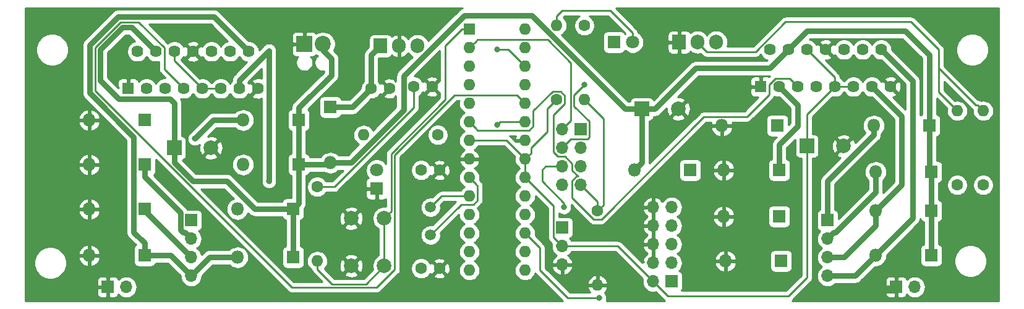
<source format=gbr>
G04 #@! TF.GenerationSoftware,KiCad,Pcbnew,(5.1.4)-1*
G04 #@! TF.CreationDate,2020-01-11T22:22:39+00:00*
G04 #@! TF.ProjectId,Plotter,506c6f74-7465-4722-9e6b-696361645f70,V1.0*
G04 #@! TF.SameCoordinates,Original*
G04 #@! TF.FileFunction,Copper,L2,Bot*
G04 #@! TF.FilePolarity,Positive*
%FSLAX46Y46*%
G04 Gerber Fmt 4.6, Leading zero omitted, Abs format (unit mm)*
G04 Created by KiCad (PCBNEW (5.1.4)-1) date 2020-01-11 22:22:39*
%MOMM*%
%LPD*%
G04 APERTURE LIST*
%ADD10C,1.600000*%
%ADD11O,1.600000X1.600000*%
%ADD12R,1.700000X1.700000*%
%ADD13O,1.700000X1.700000*%
%ADD14R,1.620000X1.620000*%
%ADD15C,1.620000*%
%ADD16R,1.800000X1.800000*%
%ADD17O,1.800000X1.800000*%
%ADD18C,1.800000*%
%ADD19R,2.200000X2.200000*%
%ADD20C,2.200000*%
%ADD21C,2.000000*%
%ADD22R,1.600000X1.600000*%
%ADD23R,1.905000X2.000000*%
%ADD24O,1.905000X2.000000*%
%ADD25C,1.500000*%
%ADD26R,2.000000X2.000000*%
%ADD27C,0.800000*%
%ADD28C,0.800000*%
%ADD29C,0.250000*%
%ADD30C,0.254000*%
G04 APERTURE END LIST*
D10*
X218186000Y-106426000D03*
D11*
X218186000Y-96266000D03*
X214630000Y-96266000D03*
D10*
X214630000Y-106426000D03*
D12*
X160528000Y-112268000D03*
D13*
X160528000Y-114808000D03*
X160528000Y-117348000D03*
D14*
X187706000Y-92964000D03*
D15*
X188976000Y-87884000D03*
X190246000Y-92964000D03*
X191516000Y-87884000D03*
X192786000Y-92964000D03*
X194056000Y-87884000D03*
X195326000Y-92964000D03*
X196596000Y-87884000D03*
X197866000Y-92964000D03*
X199136000Y-87884000D03*
X200406000Y-92964000D03*
X201676000Y-87884000D03*
X202946000Y-92964000D03*
X204216000Y-87884000D03*
X205486000Y-92964000D03*
D10*
X136866000Y-93218000D03*
X134366000Y-93218000D03*
X140208000Y-92964000D03*
X142708000Y-92964000D03*
X141224000Y-117856000D03*
X143724000Y-117856000D03*
X143724000Y-104394000D03*
X141224000Y-104394000D03*
D16*
X128778000Y-95758000D03*
D17*
X128778000Y-103378000D03*
D16*
X135128000Y-106934000D03*
D18*
X135128000Y-104394000D03*
X170180000Y-86868000D03*
D16*
X167640000Y-86868000D03*
D17*
X203200000Y-98298000D03*
D16*
X210820000Y-98298000D03*
D17*
X182372000Y-98298000D03*
D16*
X189992000Y-98298000D03*
D17*
X116840000Y-97536000D03*
D16*
X124460000Y-97536000D03*
D17*
X95758000Y-97536000D03*
D16*
X103378000Y-97536000D03*
X211074000Y-104648000D03*
D17*
X203454000Y-104648000D03*
D16*
X190246000Y-104394000D03*
D17*
X182626000Y-104394000D03*
D16*
X124460000Y-103632000D03*
D17*
X116840000Y-103632000D03*
D16*
X103378000Y-103632000D03*
D17*
X95758000Y-103632000D03*
D16*
X211074000Y-109982000D03*
D17*
X203454000Y-109982000D03*
X182626000Y-110744000D03*
D16*
X190246000Y-110744000D03*
D17*
X116078000Y-109728000D03*
D16*
X123698000Y-109728000D03*
D17*
X95758000Y-109728000D03*
D16*
X103378000Y-109728000D03*
X211074000Y-116078000D03*
D17*
X203454000Y-116078000D03*
D16*
X190500000Y-116840000D03*
D17*
X182880000Y-116840000D03*
D16*
X123698000Y-116332000D03*
D17*
X116078000Y-116332000D03*
X95758000Y-116078000D03*
D16*
X103378000Y-116078000D03*
D19*
X125222000Y-87122000D03*
D20*
X127762000Y-87122000D03*
D12*
X175514000Y-119634000D03*
D13*
X172974000Y-119634000D03*
X175514000Y-117094000D03*
X172974000Y-117094000D03*
X175514000Y-114554000D03*
X172974000Y-114554000D03*
X175514000Y-112014000D03*
X172974000Y-112014000D03*
X175514000Y-109474000D03*
X172974000Y-109474000D03*
D12*
X163068000Y-98806000D03*
D13*
X160528000Y-98806000D03*
X163068000Y-101346000D03*
X160528000Y-101346000D03*
X163068000Y-103886000D03*
X160528000Y-103886000D03*
X163068000Y-106426000D03*
X160528000Y-106426000D03*
D12*
X196850000Y-111252000D03*
D13*
X196850000Y-113792000D03*
X196850000Y-116332000D03*
X196850000Y-118872000D03*
X109728000Y-118872000D03*
X109728000Y-116332000D03*
X109728000Y-113792000D03*
D12*
X109728000Y-111252000D03*
D11*
X133350000Y-99568000D03*
D10*
X143510000Y-99568000D03*
X127000000Y-106680000D03*
D11*
X127000000Y-116840000D03*
D10*
X159766000Y-94742000D03*
D11*
X159766000Y-84582000D03*
D21*
X136144000Y-117498000D03*
X131644000Y-117498000D03*
X136144000Y-110998000D03*
X131644000Y-110998000D03*
D22*
X147828000Y-85090000D03*
D11*
X155448000Y-118110000D03*
X147828000Y-87630000D03*
X155448000Y-115570000D03*
X147828000Y-90170000D03*
X155448000Y-113030000D03*
X147828000Y-92710000D03*
X155448000Y-110490000D03*
X147828000Y-95250000D03*
X155448000Y-107950000D03*
X147828000Y-97790000D03*
X155448000Y-105410000D03*
X147828000Y-100330000D03*
X155448000Y-102870000D03*
X147828000Y-102870000D03*
X155448000Y-100330000D03*
X147828000Y-105410000D03*
X155448000Y-97790000D03*
X147828000Y-107950000D03*
X155448000Y-95250000D03*
X147828000Y-110490000D03*
X155448000Y-92710000D03*
X147828000Y-113030000D03*
X155448000Y-90170000D03*
X147828000Y-115570000D03*
X155448000Y-87630000D03*
X147828000Y-118110000D03*
X155448000Y-85090000D03*
D23*
X135636000Y-87376000D03*
D24*
X138176000Y-87376000D03*
X140716000Y-87376000D03*
D15*
X118872000Y-93218000D03*
X117602000Y-88138000D03*
X116332000Y-93218000D03*
X115062000Y-88138000D03*
X113792000Y-93218000D03*
X112522000Y-88138000D03*
X111252000Y-93218000D03*
X109982000Y-88138000D03*
X108712000Y-93218000D03*
X107442000Y-88138000D03*
X106172000Y-93218000D03*
X104902000Y-88138000D03*
X103632000Y-93218000D03*
X102362000Y-88138000D03*
D14*
X101092000Y-93218000D03*
D25*
X142494000Y-109474000D03*
X142494000Y-113274000D03*
D26*
X171450000Y-96012000D03*
D21*
X176450000Y-96012000D03*
X112442000Y-101346000D03*
D26*
X107442000Y-101346000D03*
X194056000Y-101092000D03*
D21*
X199056000Y-101092000D03*
D16*
X178054000Y-104394000D03*
D17*
X170434000Y-104394000D03*
D10*
X163576000Y-84582000D03*
D11*
X163576000Y-94742000D03*
X165354000Y-120142000D03*
D10*
X165354000Y-109982000D03*
D23*
X176530000Y-86868000D03*
D24*
X179070000Y-86868000D03*
X181610000Y-86868000D03*
D12*
X98298000Y-120396000D03*
D13*
X100838000Y-120396000D03*
D12*
X206248000Y-120396000D03*
D13*
X208788000Y-120396000D03*
D27*
X151892000Y-103886000D03*
X189738000Y-95250000D03*
X217424000Y-120396000D03*
X110236000Y-100076000D03*
X120396000Y-105918000D03*
X165608000Y-121920000D03*
X151638000Y-98190001D03*
X151638000Y-87884000D03*
X163576000Y-92710000D03*
X160782000Y-109474000D03*
D28*
X131826000Y-95758000D02*
X134366000Y-93218000D01*
X128778000Y-95758000D02*
X131826000Y-95758000D01*
X134366000Y-88646000D02*
X135636000Y-87376000D01*
X134366000Y-93218000D02*
X134366000Y-88646000D01*
X206248000Y-120904000D02*
X196258702Y-120904000D01*
D29*
X150876000Y-102870000D02*
X147828000Y-102870000D01*
X151892000Y-103886000D02*
X150876000Y-102870000D01*
X148627999Y-106209999D02*
X147828000Y-105410000D01*
X148953001Y-106535001D02*
X148627999Y-106209999D01*
X148953001Y-108490001D02*
X148953001Y-106535001D01*
X148368001Y-109075001D02*
X148953001Y-108490001D01*
X146692999Y-109075001D02*
X148368001Y-109075001D01*
X142494000Y-113274000D02*
X146692999Y-109075001D01*
X144018000Y-107950000D02*
X147828000Y-107950000D01*
X142494000Y-109474000D02*
X144018000Y-107950000D01*
X170180000Y-85595208D02*
X167134792Y-82550000D01*
X170180000Y-86868000D02*
X170180000Y-85595208D01*
X167134792Y-82550000D02*
X160528000Y-82550000D01*
X159766000Y-83312000D02*
X159766000Y-84582000D01*
X160528000Y-82550000D02*
X159766000Y-83312000D01*
D28*
X196850000Y-109602000D02*
X196850000Y-111252000D01*
X196850000Y-105920792D02*
X196850000Y-109602000D01*
X203200000Y-99570792D02*
X196850000Y-105920792D01*
X203200000Y-98298000D02*
X203200000Y-99570792D01*
X116840000Y-97536000D02*
X112776000Y-97536000D01*
X112776000Y-97536000D02*
X110236000Y-100076000D01*
X190246000Y-100924002D02*
X192786000Y-98384002D01*
X190246000Y-104394000D02*
X190246000Y-100924002D01*
X192786000Y-95504000D02*
X190246000Y-92964000D01*
X192786000Y-98384002D02*
X192786000Y-95504000D01*
X197699999Y-112942001D02*
X196850000Y-113792000D01*
X197940001Y-112942001D02*
X197699999Y-112942001D01*
X203454000Y-107428002D02*
X197940001Y-112942001D01*
X203454000Y-104648000D02*
X203454000Y-107428002D01*
X108878001Y-112942001D02*
X109728000Y-113792000D01*
X108637999Y-112942001D02*
X108878001Y-112942001D01*
X108277999Y-112582001D02*
X108637999Y-112942001D01*
X108277999Y-110231999D02*
X108277999Y-112582001D01*
X103378000Y-105332000D02*
X108277999Y-110231999D01*
X103378000Y-103632000D02*
X103378000Y-105332000D01*
X203454000Y-112014000D02*
X203454000Y-109982000D01*
X196850000Y-116332000D02*
X199136000Y-116332000D01*
X199136000Y-116332000D02*
X203454000Y-112014000D01*
X207010000Y-97028000D02*
X202946000Y-92964000D01*
X203454000Y-109982000D02*
X207010000Y-106426000D01*
X207010000Y-106426000D02*
X207010000Y-97028000D01*
X103378000Y-109982000D02*
X103378000Y-109728000D01*
X109728000Y-116332000D02*
X103378000Y-109982000D01*
X120396000Y-88008488D02*
X120396000Y-105918000D01*
X116332000Y-93218000D02*
X116332000Y-92072488D01*
X116332000Y-92072488D02*
X120396000Y-88008488D01*
X203454000Y-116078000D02*
X208534000Y-110998000D01*
X208534000Y-92202000D02*
X204216000Y-87884000D01*
X208534000Y-110998000D02*
X208534000Y-92202000D01*
X200660000Y-118872000D02*
X196850000Y-118872000D01*
X203454000Y-116078000D02*
X200660000Y-118872000D01*
X112268000Y-116332000D02*
X109728000Y-118872000D01*
X116078000Y-116332000D02*
X112268000Y-116332000D01*
X106934000Y-116078000D02*
X109728000Y-118872000D01*
X103378000Y-116078000D02*
X106934000Y-116078000D01*
X101877999Y-112877999D02*
X103378000Y-114378000D01*
X101877999Y-99864635D02*
X101877999Y-112877999D01*
X95831980Y-93818616D02*
X101877999Y-99864635D01*
X95831980Y-87283384D02*
X95831980Y-93818616D01*
X99729384Y-83385980D02*
X95831980Y-87283384D01*
X112849980Y-83385980D02*
X99729384Y-83385980D01*
X103378000Y-114378000D02*
X103378000Y-116078000D01*
X117602000Y-88138000D02*
X112849980Y-83385980D01*
D29*
X165608000Y-121920000D02*
X161290000Y-121920000D01*
X161290000Y-121920000D02*
X157480000Y-118110000D01*
X156247999Y-113829999D02*
X155448000Y-113030000D01*
X157480000Y-115062000D02*
X156247999Y-113829999D01*
X157480000Y-118110000D02*
X157480000Y-115062000D01*
X136144000Y-116083787D02*
X136144000Y-110998000D01*
X136144000Y-117498000D02*
X136144000Y-116083787D01*
X127000000Y-117971370D02*
X129032000Y-120003370D01*
X127000000Y-116840000D02*
X127000000Y-117971370D01*
X133638630Y-120003370D02*
X136144000Y-117498000D01*
X129032000Y-120003370D02*
X133638630Y-120003370D01*
X137143999Y-109998001D02*
X137143999Y-102124001D01*
X136144000Y-110998000D02*
X137143999Y-109998001D01*
X137143999Y-102124001D02*
X144526000Y-94742000D01*
X146778000Y-85090000D02*
X147828000Y-85090000D01*
X144526000Y-87342000D02*
X146778000Y-85090000D01*
X144526000Y-94742000D02*
X144526000Y-87342000D01*
X148627999Y-86830001D02*
X147828000Y-87630000D01*
X148953001Y-86504999D02*
X148627999Y-86830001D01*
X158528001Y-86504999D02*
X148953001Y-86504999D01*
X161703001Y-89679999D02*
X158528001Y-86504999D01*
X161703001Y-97630999D02*
X161703001Y-89679999D01*
X160528000Y-98806000D02*
X161703001Y-97630999D01*
X148953001Y-98915001D02*
X148627999Y-98589999D01*
X155988001Y-98915001D02*
X148953001Y-98915001D01*
X156573001Y-98330001D02*
X155988001Y-98915001D01*
X159225999Y-93616999D02*
X156573001Y-96269997D01*
X160306001Y-93616999D02*
X159225999Y-93616999D01*
X160891001Y-95282001D02*
X160891001Y-94201999D01*
X159352999Y-96820003D02*
X160891001Y-95282001D01*
X148627999Y-98589999D02*
X147828000Y-97790000D01*
X156573001Y-96269997D02*
X156573001Y-98330001D01*
X159352999Y-101910001D02*
X159352999Y-96820003D01*
X159963999Y-102521001D02*
X159352999Y-101910001D01*
X160902003Y-102521001D02*
X159963999Y-102521001D01*
X161892999Y-104450001D02*
X161892999Y-103511997D01*
X161892999Y-103511997D02*
X160902003Y-102521001D01*
X161892999Y-105861999D02*
X162503999Y-105250999D01*
X161892999Y-108186001D02*
X161892999Y-105861999D01*
X160891001Y-94201999D02*
X160306001Y-93616999D01*
X164813999Y-111107001D02*
X161892999Y-108186001D01*
X179928003Y-97072999D02*
X165894001Y-111107001D01*
X185802003Y-97072999D02*
X179928003Y-97072999D01*
X162693997Y-105250999D02*
X161892999Y-104450001D01*
X188841001Y-94034001D02*
X185802003Y-97072999D01*
X162503999Y-105250999D02*
X162693997Y-105250999D01*
X188841001Y-92689197D02*
X188841001Y-94034001D01*
X189701199Y-91828999D02*
X188841001Y-92689197D01*
X165894001Y-111107001D02*
X164813999Y-111107001D01*
X191650999Y-91828999D02*
X189701199Y-91828999D01*
X192786000Y-92964000D02*
X191650999Y-91828999D01*
X152038001Y-97790000D02*
X155448000Y-97790000D01*
X151638000Y-98190001D02*
X152038001Y-97790000D01*
X107902001Y-92408001D02*
X108712000Y-93218000D01*
X106037001Y-90543001D02*
X107902001Y-92408001D01*
X96556990Y-87583692D02*
X100029692Y-84110990D01*
X96556990Y-93518308D02*
X96556990Y-87583692D01*
X123492061Y-120453379D02*
X96556990Y-93518308D01*
X137594009Y-118008993D02*
X135149623Y-120453379D01*
X137594009Y-102310401D02*
X137594009Y-118008993D01*
X102554792Y-84110990D02*
X106037001Y-87593199D01*
X100029692Y-84110990D02*
X102554792Y-84110990D01*
X145779411Y-94124999D02*
X137594009Y-102310401D01*
X106037001Y-87593199D02*
X106037001Y-90543001D01*
X135149623Y-120453379D02*
X123492061Y-120453379D01*
X154322999Y-94124999D02*
X145779411Y-94124999D01*
X155448000Y-95250000D02*
X154322999Y-94124999D01*
X153162000Y-87884000D02*
X155448000Y-90170000D01*
X151638000Y-87884000D02*
X153162000Y-87884000D01*
X152908000Y-100330000D02*
X155448000Y-102870000D01*
X147828000Y-100330000D02*
X152908000Y-100330000D01*
X155448000Y-104001370D02*
X155448000Y-105410000D01*
X155448000Y-102870000D02*
X155448000Y-104001370D01*
X156247999Y-101346999D02*
X158496000Y-99098998D01*
X155448000Y-102870000D02*
X156247999Y-102070001D01*
X156247999Y-102070001D02*
X156247999Y-101346999D01*
X158496000Y-96012000D02*
X159766000Y-94742000D01*
X158496000Y-99098998D02*
X158496000Y-96012000D01*
X172974000Y-119634000D02*
X175006000Y-121666000D01*
X175006000Y-121666000D02*
X191516000Y-121666000D01*
X194056000Y-119126000D02*
X194056000Y-101092000D01*
X191516000Y-121666000D02*
X194056000Y-119126000D01*
X194056000Y-96774000D02*
X197866000Y-92964000D01*
X194056000Y-101092000D02*
X194056000Y-96774000D01*
X197866000Y-92964000D02*
X200406000Y-92964000D01*
X197866000Y-91694000D02*
X194056000Y-87884000D01*
X197866000Y-92964000D02*
X197866000Y-91694000D01*
X128131370Y-106680000D02*
X127000000Y-106680000D01*
X129335320Y-106680000D02*
X128131370Y-106680000D01*
X140208000Y-95807320D02*
X129335320Y-106680000D01*
X140208000Y-92964000D02*
X140208000Y-95807320D01*
X112646488Y-93218000D02*
X111252000Y-93218000D01*
X113792000Y-93218000D02*
X112646488Y-93218000D01*
X107442000Y-89408000D02*
X107442000Y-88138000D01*
X111252000Y-93218000D02*
X107442000Y-89408000D01*
X168148000Y-114808000D02*
X172974000Y-119634000D01*
X160528000Y-114808000D02*
X168148000Y-114808000D01*
X156247999Y-106209999D02*
X155448000Y-105410000D01*
X159352999Y-109314999D02*
X156247999Y-106209999D01*
X159352999Y-113632999D02*
X159352999Y-109314999D01*
X160528000Y-114808000D02*
X159352999Y-113632999D01*
D28*
X124460000Y-95836000D02*
X124460000Y-97536000D01*
X128912001Y-91383999D02*
X124460000Y-95836000D01*
X128912001Y-89109999D02*
X128912001Y-91383999D01*
X127762000Y-87959998D02*
X128912001Y-89109999D01*
X127762000Y-87122000D02*
X127762000Y-87959998D01*
X124460000Y-97536000D02*
X124460000Y-103632000D01*
X124460000Y-108966000D02*
X123698000Y-109728000D01*
X124460000Y-103632000D02*
X124460000Y-108966000D01*
X123698000Y-109728000D02*
X123698000Y-116332000D01*
X118455998Y-109728000D02*
X114645998Y-105918000D01*
X123698000Y-109728000D02*
X118455998Y-109728000D01*
X114645998Y-105918000D02*
X109982000Y-105918000D01*
X107442000Y-103378000D02*
X107442000Y-101346000D01*
X109982000Y-105918000D02*
X107442000Y-103378000D01*
X99801999Y-94628001D02*
X97282000Y-92108002D01*
X106848801Y-94628001D02*
X99801999Y-94628001D01*
X107442000Y-101346000D02*
X107442000Y-95221200D01*
X107442000Y-95221200D02*
X106848801Y-94628001D01*
X97282000Y-92108002D02*
X97282000Y-87884000D01*
X97282000Y-87884000D02*
X100330000Y-84836000D01*
X101600000Y-84836000D02*
X104902000Y-88138000D01*
X100330000Y-84836000D02*
X101600000Y-84836000D01*
X128524000Y-103632000D02*
X128778000Y-103378000D01*
X124460000Y-103632000D02*
X128524000Y-103632000D01*
X169650000Y-96012000D02*
X171450000Y-96012000D01*
X169164000Y-96012000D02*
X169650000Y-96012000D01*
X156333999Y-83181999D02*
X169164000Y-96012000D01*
X138807999Y-91527081D02*
X147153081Y-83181999D01*
X138807999Y-96182003D02*
X138807999Y-91527081D01*
X147153081Y-83181999D02*
X156333999Y-83181999D01*
X131612002Y-103378000D02*
X138807999Y-96182003D01*
X128778000Y-103378000D02*
X131612002Y-103378000D01*
X171450000Y-103378000D02*
X170434000Y-104394000D01*
X171450000Y-96012000D02*
X171450000Y-103378000D01*
X171450000Y-96012000D02*
X173250000Y-96012000D01*
X173250000Y-96012000D02*
X178838000Y-90424000D01*
X210820000Y-88646000D02*
X210820000Y-98298000D01*
X207518000Y-85344000D02*
X210820000Y-88646000D01*
X210820000Y-104394000D02*
X211074000Y-104648000D01*
X210820000Y-98298000D02*
X210820000Y-104394000D01*
X211074000Y-104648000D02*
X211074000Y-109982000D01*
X211074000Y-109982000D02*
X211074000Y-116078000D01*
X194056000Y-85344000D02*
X191516000Y-87884000D01*
X207518000Y-85344000D02*
X194056000Y-85344000D01*
X188976000Y-90424000D02*
X191516000Y-87884000D01*
X181356000Y-90424000D02*
X188976000Y-90424000D01*
X181356000Y-90424000D02*
X182118000Y-90424000D01*
X178838000Y-90424000D02*
X181356000Y-90424000D01*
D29*
X186987188Y-88193010D02*
X191106198Y-84074000D01*
X180347510Y-88193010D02*
X186987188Y-88193010D01*
X179070000Y-86868000D02*
X179070000Y-86915500D01*
X179070000Y-86915500D02*
X180347510Y-88193010D01*
X191106198Y-84074000D02*
X208280000Y-84074000D01*
X208280000Y-84074000D02*
X212090000Y-87884000D01*
X212090000Y-93726000D02*
X214630000Y-96266000D01*
X217132001Y-95466001D02*
X212090000Y-90424000D01*
X217386001Y-95466001D02*
X217132001Y-95466001D01*
X218186000Y-96266000D02*
X217386001Y-95466001D01*
X212090000Y-87884000D02*
X212090000Y-90424000D01*
X212090000Y-90424000D02*
X212090000Y-93726000D01*
X165354000Y-108712000D02*
X165354000Y-109982000D01*
X163068000Y-106426000D02*
X165354000Y-108712000D01*
X164375999Y-95541999D02*
X163576000Y-94742000D01*
X166153999Y-97319999D02*
X164375999Y-95541999D01*
X166153999Y-109182001D02*
X166153999Y-97319999D01*
X165354000Y-109982000D02*
X166153999Y-109182001D01*
X161703001Y-100170999D02*
X161377999Y-100496001D01*
X164243001Y-99916001D02*
X163988003Y-100170999D01*
X161377999Y-100496001D02*
X160528000Y-101346000D01*
X164243001Y-97695999D02*
X164243001Y-99916001D01*
X162153011Y-95606009D02*
X164243001Y-97695999D01*
X163988003Y-100170999D02*
X161703001Y-100170999D01*
X162153011Y-94132989D02*
X162153011Y-95606009D01*
X163576000Y-92710000D02*
X162153011Y-94132989D01*
X160782000Y-108908315D02*
X157791685Y-105918000D01*
X160782000Y-109474000D02*
X160782000Y-108908315D01*
X157791685Y-105918000D02*
X157791685Y-104336315D01*
X158242000Y-103886000D02*
X160528000Y-103886000D01*
X157791685Y-104336315D02*
X158242000Y-103886000D01*
D30*
G36*
X220320000Y-122276000D02*
G01*
X191970707Y-122276000D01*
X192056001Y-122206001D01*
X192079804Y-122176997D01*
X193010801Y-121246000D01*
X204759928Y-121246000D01*
X204772188Y-121370482D01*
X204808498Y-121490180D01*
X204867463Y-121600494D01*
X204946815Y-121697185D01*
X205043506Y-121776537D01*
X205153820Y-121835502D01*
X205273518Y-121871812D01*
X205398000Y-121884072D01*
X205962250Y-121881000D01*
X206121000Y-121722250D01*
X206121000Y-120523000D01*
X204921750Y-120523000D01*
X204763000Y-120681750D01*
X204759928Y-121246000D01*
X193010801Y-121246000D01*
X194567009Y-119689794D01*
X194596001Y-119666001D01*
X194619795Y-119637008D01*
X194619799Y-119637004D01*
X194690973Y-119550277D01*
X194690974Y-119550276D01*
X194761546Y-119418247D01*
X194805003Y-119274986D01*
X194816000Y-119163333D01*
X194816000Y-119163324D01*
X194819676Y-119126001D01*
X194816000Y-119088678D01*
X194816000Y-102730072D01*
X195056000Y-102730072D01*
X195180482Y-102717812D01*
X195300180Y-102681502D01*
X195410494Y-102622537D01*
X195507185Y-102543185D01*
X195586537Y-102446494D01*
X195645502Y-102336180D01*
X195681812Y-102216482D01*
X195694072Y-102092000D01*
X195694072Y-101154595D01*
X197414282Y-101154595D01*
X197458039Y-101473675D01*
X197563205Y-101778088D01*
X197656186Y-101952044D01*
X197920587Y-102047808D01*
X198876395Y-101092000D01*
X197920587Y-100136192D01*
X197656186Y-100231956D01*
X197515296Y-100521571D01*
X197433616Y-100833108D01*
X197414282Y-101154595D01*
X195694072Y-101154595D01*
X195694072Y-100092000D01*
X195681812Y-99967518D01*
X195678497Y-99956587D01*
X198100192Y-99956587D01*
X199056000Y-100912395D01*
X200011808Y-99956587D01*
X199916044Y-99692186D01*
X199626429Y-99551296D01*
X199314892Y-99469616D01*
X198993405Y-99450282D01*
X198674325Y-99494039D01*
X198369912Y-99599205D01*
X198195956Y-99692186D01*
X198100192Y-99956587D01*
X195678497Y-99956587D01*
X195645502Y-99847820D01*
X195586537Y-99737506D01*
X195507185Y-99640815D01*
X195410494Y-99561463D01*
X195300180Y-99502498D01*
X195180482Y-99466188D01*
X195056000Y-99453928D01*
X194816000Y-99453928D01*
X194816000Y-97088801D01*
X197533609Y-94371193D01*
X197723680Y-94409000D01*
X198008320Y-94409000D01*
X198287491Y-94353470D01*
X198550464Y-94244543D01*
X198787134Y-94086405D01*
X198988405Y-93885134D01*
X199096071Y-93724000D01*
X199175929Y-93724000D01*
X199283595Y-93885134D01*
X199484866Y-94086405D01*
X199721536Y-94244543D01*
X199984509Y-94353470D01*
X200263680Y-94409000D01*
X200548320Y-94409000D01*
X200827491Y-94353470D01*
X201090464Y-94244543D01*
X201327134Y-94086405D01*
X201528405Y-93885134D01*
X201676000Y-93664243D01*
X201823595Y-93885134D01*
X202024866Y-94086405D01*
X202261536Y-94244543D01*
X202524509Y-94353470D01*
X202803680Y-94409000D01*
X202927290Y-94409000D01*
X205975001Y-97456712D01*
X205975000Y-105997289D01*
X204488514Y-107483776D01*
X204489000Y-107478840D01*
X204489000Y-107478831D01*
X204494006Y-107428003D01*
X204489000Y-107377175D01*
X204489000Y-105784341D01*
X204544661Y-105738661D01*
X204736481Y-105504927D01*
X204879017Y-105238261D01*
X204966790Y-104948913D01*
X204996427Y-104648000D01*
X204966790Y-104347087D01*
X204879017Y-104057739D01*
X204736481Y-103791073D01*
X204544661Y-103557339D01*
X204310927Y-103365519D01*
X204044261Y-103222983D01*
X203754913Y-103135210D01*
X203529408Y-103113000D01*
X203378592Y-103113000D01*
X203153087Y-103135210D01*
X202863739Y-103222983D01*
X202597073Y-103365519D01*
X202363339Y-103557339D01*
X202171519Y-103791073D01*
X202028983Y-104057739D01*
X201941210Y-104347087D01*
X201911573Y-104648000D01*
X201941210Y-104948913D01*
X202028983Y-105238261D01*
X202171519Y-105504927D01*
X202363339Y-105738661D01*
X202419000Y-105784341D01*
X202419001Y-106999290D01*
X198338072Y-111080220D01*
X198338072Y-110402000D01*
X198325812Y-110277518D01*
X198289502Y-110157820D01*
X198230537Y-110047506D01*
X198151185Y-109950815D01*
X198054494Y-109871463D01*
X197944180Y-109812498D01*
X197885000Y-109794546D01*
X197885000Y-106349502D01*
X203895908Y-100338595D01*
X203935396Y-100306188D01*
X203996317Y-100231956D01*
X204064734Y-100148590D01*
X204123977Y-100037753D01*
X204160841Y-99968785D01*
X204220024Y-99773687D01*
X204235000Y-99621630D01*
X204235000Y-99621621D01*
X204240006Y-99570793D01*
X204235000Y-99519965D01*
X204235000Y-99434341D01*
X204290661Y-99388661D01*
X204482481Y-99154927D01*
X204625017Y-98888261D01*
X204712790Y-98598913D01*
X204742427Y-98298000D01*
X204712790Y-97997087D01*
X204625017Y-97707739D01*
X204482481Y-97441073D01*
X204290661Y-97207339D01*
X204056927Y-97015519D01*
X203790261Y-96872983D01*
X203500913Y-96785210D01*
X203275408Y-96763000D01*
X203124592Y-96763000D01*
X202899087Y-96785210D01*
X202609739Y-96872983D01*
X202343073Y-97015519D01*
X202109339Y-97207339D01*
X201917519Y-97441073D01*
X201774983Y-97707739D01*
X201687210Y-97997087D01*
X201657573Y-98298000D01*
X201687210Y-98598913D01*
X201774983Y-98888261D01*
X201917519Y-99154927D01*
X202023282Y-99283799D01*
X200639273Y-100667809D01*
X200548795Y-100405912D01*
X200455814Y-100231956D01*
X200191413Y-100136192D01*
X199235605Y-101092000D01*
X199249748Y-101106143D01*
X199070143Y-101285748D01*
X199056000Y-101271605D01*
X198100192Y-102227413D01*
X198195956Y-102491814D01*
X198485571Y-102632704D01*
X198635158Y-102671923D01*
X196154097Y-105152985D01*
X196114604Y-105185396D01*
X195985266Y-105342995D01*
X195889159Y-105522800D01*
X195829976Y-105717898D01*
X195815000Y-105869955D01*
X195815000Y-105869964D01*
X195809994Y-105920792D01*
X195815000Y-105971620D01*
X195815001Y-109551153D01*
X195815000Y-109551163D01*
X195815000Y-109794546D01*
X195755820Y-109812498D01*
X195645506Y-109871463D01*
X195548815Y-109950815D01*
X195469463Y-110047506D01*
X195410498Y-110157820D01*
X195374188Y-110277518D01*
X195361928Y-110402000D01*
X195361928Y-112102000D01*
X195374188Y-112226482D01*
X195410498Y-112346180D01*
X195469463Y-112456494D01*
X195548815Y-112553185D01*
X195645506Y-112632537D01*
X195755820Y-112691502D01*
X195824687Y-112712393D01*
X195794866Y-112736866D01*
X195609294Y-112962986D01*
X195471401Y-113220966D01*
X195386487Y-113500889D01*
X195357815Y-113792000D01*
X195386487Y-114083111D01*
X195471401Y-114363034D01*
X195609294Y-114621014D01*
X195794866Y-114847134D01*
X196020986Y-115032706D01*
X196075791Y-115062000D01*
X196020986Y-115091294D01*
X195794866Y-115276866D01*
X195609294Y-115502986D01*
X195471401Y-115760966D01*
X195386487Y-116040889D01*
X195357815Y-116332000D01*
X195386487Y-116623111D01*
X195471401Y-116903034D01*
X195609294Y-117161014D01*
X195794866Y-117387134D01*
X196020986Y-117572706D01*
X196075791Y-117602000D01*
X196020986Y-117631294D01*
X195794866Y-117816866D01*
X195609294Y-118042986D01*
X195471401Y-118300966D01*
X195386487Y-118580889D01*
X195357815Y-118872000D01*
X195386487Y-119163111D01*
X195471401Y-119443034D01*
X195609294Y-119701014D01*
X195794866Y-119927134D01*
X196020986Y-120112706D01*
X196278966Y-120250599D01*
X196558889Y-120335513D01*
X196777050Y-120357000D01*
X196922950Y-120357000D01*
X197141111Y-120335513D01*
X197421034Y-120250599D01*
X197679014Y-120112706D01*
X197905134Y-119927134D01*
X197921658Y-119907000D01*
X200609172Y-119907000D01*
X200660000Y-119912006D01*
X200710828Y-119907000D01*
X200710838Y-119907000D01*
X200862895Y-119892024D01*
X201057993Y-119832841D01*
X201237797Y-119736734D01*
X201395396Y-119607396D01*
X201427807Y-119567903D01*
X201449710Y-119546000D01*
X204759928Y-119546000D01*
X204763000Y-120110250D01*
X204921750Y-120269000D01*
X206121000Y-120269000D01*
X206121000Y-119069750D01*
X206375000Y-119069750D01*
X206375000Y-120269000D01*
X206395000Y-120269000D01*
X206395000Y-120523000D01*
X206375000Y-120523000D01*
X206375000Y-121722250D01*
X206533750Y-121881000D01*
X207098000Y-121884072D01*
X207222482Y-121871812D01*
X207342180Y-121835502D01*
X207452494Y-121776537D01*
X207549185Y-121697185D01*
X207628537Y-121600494D01*
X207687502Y-121490180D01*
X207708393Y-121421313D01*
X207732866Y-121451134D01*
X207958986Y-121636706D01*
X208216966Y-121774599D01*
X208496889Y-121859513D01*
X208715050Y-121881000D01*
X208860950Y-121881000D01*
X209079111Y-121859513D01*
X209359034Y-121774599D01*
X209617014Y-121636706D01*
X209843134Y-121451134D01*
X210028706Y-121225014D01*
X210166599Y-120967034D01*
X210251513Y-120687111D01*
X210280185Y-120396000D01*
X210251513Y-120104889D01*
X210166599Y-119824966D01*
X210028706Y-119566986D01*
X209843134Y-119340866D01*
X209617014Y-119155294D01*
X209359034Y-119017401D01*
X209079111Y-118932487D01*
X208860950Y-118911000D01*
X208715050Y-118911000D01*
X208496889Y-118932487D01*
X208216966Y-119017401D01*
X207958986Y-119155294D01*
X207732866Y-119340866D01*
X207708393Y-119370687D01*
X207687502Y-119301820D01*
X207628537Y-119191506D01*
X207549185Y-119094815D01*
X207452494Y-119015463D01*
X207342180Y-118956498D01*
X207222482Y-118920188D01*
X207098000Y-118907928D01*
X206533750Y-118911000D01*
X206375000Y-119069750D01*
X206121000Y-119069750D01*
X205962250Y-118911000D01*
X205398000Y-118907928D01*
X205273518Y-118920188D01*
X205153820Y-118956498D01*
X205043506Y-119015463D01*
X204946815Y-119094815D01*
X204867463Y-119191506D01*
X204808498Y-119301820D01*
X204772188Y-119421518D01*
X204759928Y-119546000D01*
X201449710Y-119546000D01*
X203382711Y-117613000D01*
X203529408Y-117613000D01*
X203754913Y-117590790D01*
X204044261Y-117503017D01*
X204310927Y-117360481D01*
X204544661Y-117168661D01*
X204736481Y-116934927D01*
X204879017Y-116668261D01*
X204966790Y-116378913D01*
X204996427Y-116078000D01*
X204989369Y-116006341D01*
X209229908Y-111765803D01*
X209269396Y-111733396D01*
X209320767Y-111670800D01*
X209398734Y-111575798D01*
X209483078Y-111418000D01*
X209494841Y-111395993D01*
X209554024Y-111200895D01*
X209567048Y-111068656D01*
X209584498Y-111126180D01*
X209643463Y-111236494D01*
X209722815Y-111333185D01*
X209819506Y-111412537D01*
X209929820Y-111471502D01*
X210039000Y-111504621D01*
X210039001Y-114555378D01*
X209929820Y-114588498D01*
X209819506Y-114647463D01*
X209722815Y-114726815D01*
X209643463Y-114823506D01*
X209584498Y-114933820D01*
X209548188Y-115053518D01*
X209535928Y-115178000D01*
X209535928Y-116978000D01*
X209548188Y-117102482D01*
X209584498Y-117222180D01*
X209643463Y-117332494D01*
X209722815Y-117429185D01*
X209819506Y-117508537D01*
X209929820Y-117567502D01*
X210049518Y-117603812D01*
X210174000Y-117616072D01*
X211974000Y-117616072D01*
X212098482Y-117603812D01*
X212218180Y-117567502D01*
X212328494Y-117508537D01*
X212425185Y-117429185D01*
X212504537Y-117332494D01*
X212563502Y-117222180D01*
X212599812Y-117102482D01*
X212612072Y-116978000D01*
X212612072Y-116619872D01*
X214173000Y-116619872D01*
X214173000Y-117060128D01*
X214258890Y-117491925D01*
X214427369Y-117898669D01*
X214671962Y-118264729D01*
X214983271Y-118576038D01*
X215349331Y-118820631D01*
X215756075Y-118989110D01*
X216187872Y-119075000D01*
X216628128Y-119075000D01*
X217059925Y-118989110D01*
X217466669Y-118820631D01*
X217832729Y-118576038D01*
X218144038Y-118264729D01*
X218388631Y-117898669D01*
X218557110Y-117491925D01*
X218643000Y-117060128D01*
X218643000Y-116619872D01*
X218557110Y-116188075D01*
X218388631Y-115781331D01*
X218144038Y-115415271D01*
X217832729Y-115103962D01*
X217466669Y-114859369D01*
X217059925Y-114690890D01*
X216628128Y-114605000D01*
X216187872Y-114605000D01*
X215756075Y-114690890D01*
X215349331Y-114859369D01*
X214983271Y-115103962D01*
X214671962Y-115415271D01*
X214427369Y-115781331D01*
X214258890Y-116188075D01*
X214173000Y-116619872D01*
X212612072Y-116619872D01*
X212612072Y-115178000D01*
X212599812Y-115053518D01*
X212563502Y-114933820D01*
X212504537Y-114823506D01*
X212425185Y-114726815D01*
X212328494Y-114647463D01*
X212218180Y-114588498D01*
X212109000Y-114555379D01*
X212109000Y-111504621D01*
X212218180Y-111471502D01*
X212328494Y-111412537D01*
X212425185Y-111333185D01*
X212504537Y-111236494D01*
X212563502Y-111126180D01*
X212599812Y-111006482D01*
X212612072Y-110882000D01*
X212612072Y-109082000D01*
X212599812Y-108957518D01*
X212563502Y-108837820D01*
X212504537Y-108727506D01*
X212425185Y-108630815D01*
X212328494Y-108551463D01*
X212218180Y-108492498D01*
X212109000Y-108459379D01*
X212109000Y-106284665D01*
X213195000Y-106284665D01*
X213195000Y-106567335D01*
X213250147Y-106844574D01*
X213358320Y-107105727D01*
X213515363Y-107340759D01*
X213715241Y-107540637D01*
X213950273Y-107697680D01*
X214211426Y-107805853D01*
X214488665Y-107861000D01*
X214771335Y-107861000D01*
X215048574Y-107805853D01*
X215309727Y-107697680D01*
X215544759Y-107540637D01*
X215744637Y-107340759D01*
X215901680Y-107105727D01*
X216009853Y-106844574D01*
X216065000Y-106567335D01*
X216065000Y-106284665D01*
X216751000Y-106284665D01*
X216751000Y-106567335D01*
X216806147Y-106844574D01*
X216914320Y-107105727D01*
X217071363Y-107340759D01*
X217271241Y-107540637D01*
X217506273Y-107697680D01*
X217767426Y-107805853D01*
X218044665Y-107861000D01*
X218327335Y-107861000D01*
X218604574Y-107805853D01*
X218865727Y-107697680D01*
X219100759Y-107540637D01*
X219300637Y-107340759D01*
X219457680Y-107105727D01*
X219565853Y-106844574D01*
X219621000Y-106567335D01*
X219621000Y-106284665D01*
X219565853Y-106007426D01*
X219457680Y-105746273D01*
X219300637Y-105511241D01*
X219100759Y-105311363D01*
X218865727Y-105154320D01*
X218604574Y-105046147D01*
X218327335Y-104991000D01*
X218044665Y-104991000D01*
X217767426Y-105046147D01*
X217506273Y-105154320D01*
X217271241Y-105311363D01*
X217071363Y-105511241D01*
X216914320Y-105746273D01*
X216806147Y-106007426D01*
X216751000Y-106284665D01*
X216065000Y-106284665D01*
X216009853Y-106007426D01*
X215901680Y-105746273D01*
X215744637Y-105511241D01*
X215544759Y-105311363D01*
X215309727Y-105154320D01*
X215048574Y-105046147D01*
X214771335Y-104991000D01*
X214488665Y-104991000D01*
X214211426Y-105046147D01*
X213950273Y-105154320D01*
X213715241Y-105311363D01*
X213515363Y-105511241D01*
X213358320Y-105746273D01*
X213250147Y-106007426D01*
X213195000Y-106284665D01*
X212109000Y-106284665D01*
X212109000Y-106170621D01*
X212218180Y-106137502D01*
X212328494Y-106078537D01*
X212425185Y-105999185D01*
X212504537Y-105902494D01*
X212563502Y-105792180D01*
X212599812Y-105672482D01*
X212612072Y-105548000D01*
X212612072Y-103748000D01*
X212599812Y-103623518D01*
X212563502Y-103503820D01*
X212504537Y-103393506D01*
X212425185Y-103296815D01*
X212328494Y-103217463D01*
X212218180Y-103158498D01*
X212098482Y-103122188D01*
X211974000Y-103109928D01*
X211855000Y-103109928D01*
X211855000Y-99820621D01*
X211964180Y-99787502D01*
X212074494Y-99728537D01*
X212171185Y-99649185D01*
X212250537Y-99552494D01*
X212309502Y-99442180D01*
X212345812Y-99322482D01*
X212358072Y-99198000D01*
X212358072Y-97398000D01*
X212345812Y-97273518D01*
X212309502Y-97153820D01*
X212250537Y-97043506D01*
X212171185Y-96946815D01*
X212074494Y-96867463D01*
X211964180Y-96808498D01*
X211855000Y-96775379D01*
X211855000Y-94565801D01*
X213229292Y-95940094D01*
X213215764Y-95984691D01*
X213188057Y-96266000D01*
X213215764Y-96547309D01*
X213297818Y-96817808D01*
X213431068Y-97067101D01*
X213610392Y-97285608D01*
X213828899Y-97464932D01*
X214078192Y-97598182D01*
X214348691Y-97680236D01*
X214559508Y-97701000D01*
X214700492Y-97701000D01*
X214911309Y-97680236D01*
X215181808Y-97598182D01*
X215431101Y-97464932D01*
X215649608Y-97285608D01*
X215828932Y-97067101D01*
X215962182Y-96817808D01*
X216044236Y-96547309D01*
X216071943Y-96266000D01*
X216044236Y-95984691D01*
X215962182Y-95714192D01*
X215828932Y-95464899D01*
X215649608Y-95246392D01*
X215431101Y-95067068D01*
X215181808Y-94933818D01*
X214911309Y-94851764D01*
X214700492Y-94831000D01*
X214559508Y-94831000D01*
X214348691Y-94851764D01*
X214304094Y-94865292D01*
X212850000Y-93411199D01*
X212850000Y-92258801D01*
X216568201Y-95977003D01*
X216592000Y-96006002D01*
X216707725Y-96100975D01*
X216757681Y-96127677D01*
X216744057Y-96266000D01*
X216771764Y-96547309D01*
X216853818Y-96817808D01*
X216987068Y-97067101D01*
X217166392Y-97285608D01*
X217384899Y-97464932D01*
X217634192Y-97598182D01*
X217904691Y-97680236D01*
X218115508Y-97701000D01*
X218256492Y-97701000D01*
X218467309Y-97680236D01*
X218737808Y-97598182D01*
X218987101Y-97464932D01*
X219205608Y-97285608D01*
X219384932Y-97067101D01*
X219518182Y-96817808D01*
X219600236Y-96547309D01*
X219627943Y-96266000D01*
X219600236Y-95984691D01*
X219518182Y-95714192D01*
X219384932Y-95464899D01*
X219205608Y-95246392D01*
X218987101Y-95067068D01*
X218737808Y-94933818D01*
X218467309Y-94851764D01*
X218256492Y-94831000D01*
X218115508Y-94831000D01*
X217904691Y-94851764D01*
X217854206Y-94867078D01*
X217810277Y-94831027D01*
X217678248Y-94760455D01*
X217534987Y-94716998D01*
X217449367Y-94708565D01*
X212850000Y-90109199D01*
X212850000Y-87921325D01*
X212853676Y-87884000D01*
X212850000Y-87846675D01*
X212850000Y-87846667D01*
X212839003Y-87735014D01*
X212817423Y-87663872D01*
X214427000Y-87663872D01*
X214427000Y-88104128D01*
X214512890Y-88535925D01*
X214681369Y-88942669D01*
X214925962Y-89308729D01*
X215237271Y-89620038D01*
X215603331Y-89864631D01*
X216010075Y-90033110D01*
X216441872Y-90119000D01*
X216882128Y-90119000D01*
X217313925Y-90033110D01*
X217720669Y-89864631D01*
X218086729Y-89620038D01*
X218398038Y-89308729D01*
X218642631Y-88942669D01*
X218811110Y-88535925D01*
X218897000Y-88104128D01*
X218897000Y-87663872D01*
X218811110Y-87232075D01*
X218642631Y-86825331D01*
X218398038Y-86459271D01*
X218086729Y-86147962D01*
X217720669Y-85903369D01*
X217313925Y-85734890D01*
X216882128Y-85649000D01*
X216441872Y-85649000D01*
X216010075Y-85734890D01*
X215603331Y-85903369D01*
X215237271Y-86147962D01*
X214925962Y-86459271D01*
X214681369Y-86825331D01*
X214512890Y-87232075D01*
X214427000Y-87663872D01*
X212817423Y-87663872D01*
X212795546Y-87591753D01*
X212724974Y-87459724D01*
X212630001Y-87343999D01*
X212601003Y-87320201D01*
X208843804Y-83563003D01*
X208820001Y-83533999D01*
X208704276Y-83439026D01*
X208572247Y-83368454D01*
X208428986Y-83324997D01*
X208317333Y-83314000D01*
X208317322Y-83314000D01*
X208280000Y-83310324D01*
X208242678Y-83314000D01*
X191143521Y-83314000D01*
X191106198Y-83310324D01*
X191068875Y-83314000D01*
X191068865Y-83314000D01*
X190957212Y-83324997D01*
X190813951Y-83368454D01*
X190681922Y-83439026D01*
X190566197Y-83533999D01*
X190542399Y-83562997D01*
X186672387Y-87433010D01*
X183111947Y-87433010D01*
X183174530Y-87226703D01*
X183197500Y-86993485D01*
X183197500Y-86742514D01*
X183174530Y-86509296D01*
X183083755Y-86210051D01*
X182936345Y-85934265D01*
X182737963Y-85692537D01*
X182496234Y-85494155D01*
X182220448Y-85346745D01*
X181921203Y-85255970D01*
X181610000Y-85225319D01*
X181298796Y-85255970D01*
X180999551Y-85346745D01*
X180723765Y-85494155D01*
X180482037Y-85692537D01*
X180340000Y-85865609D01*
X180197963Y-85692537D01*
X179956234Y-85494155D01*
X179680448Y-85346745D01*
X179381203Y-85255970D01*
X179070000Y-85225319D01*
X178758796Y-85255970D01*
X178459551Y-85346745D01*
X178183765Y-85494155D01*
X178057905Y-85597446D01*
X178013037Y-85513506D01*
X177933685Y-85416815D01*
X177836994Y-85337463D01*
X177726680Y-85278498D01*
X177606982Y-85242188D01*
X177482500Y-85229928D01*
X176815750Y-85233000D01*
X176657000Y-85391750D01*
X176657000Y-86741000D01*
X176677000Y-86741000D01*
X176677000Y-86995000D01*
X176657000Y-86995000D01*
X176657000Y-88344250D01*
X176815750Y-88503000D01*
X177482500Y-88506072D01*
X177606982Y-88493812D01*
X177726680Y-88457502D01*
X177836994Y-88398537D01*
X177933685Y-88319185D01*
X178013037Y-88222494D01*
X178057905Y-88138553D01*
X178183766Y-88241845D01*
X178459552Y-88389255D01*
X178758797Y-88480030D01*
X179070000Y-88510681D01*
X179381204Y-88480030D01*
X179518178Y-88438479D01*
X179783711Y-88704013D01*
X179807509Y-88733011D01*
X179836507Y-88756809D01*
X179923233Y-88827984D01*
X180052829Y-88897255D01*
X180055263Y-88898556D01*
X180198524Y-88942013D01*
X180310177Y-88953010D01*
X180310187Y-88953010D01*
X180347510Y-88956686D01*
X180384833Y-88953010D01*
X186949866Y-88953010D01*
X186987188Y-88956686D01*
X187024510Y-88953010D01*
X187024521Y-88953010D01*
X187136174Y-88942013D01*
X187279435Y-88898556D01*
X187411464Y-88827984D01*
X187527189Y-88733011D01*
X187550992Y-88704007D01*
X187692844Y-88562155D01*
X187695457Y-88568464D01*
X187853595Y-88805134D01*
X188054866Y-89006405D01*
X188291536Y-89164543D01*
X188554509Y-89273470D01*
X188644850Y-89291440D01*
X188547290Y-89389000D01*
X178888827Y-89389000D01*
X178837999Y-89383994D01*
X178787171Y-89389000D01*
X178787162Y-89389000D01*
X178635105Y-89403976D01*
X178440007Y-89463159D01*
X178362227Y-89504733D01*
X178260202Y-89559266D01*
X178142092Y-89656197D01*
X178102604Y-89688604D01*
X178070197Y-89728092D01*
X173036356Y-94761934D01*
X172980537Y-94657506D01*
X172901185Y-94560815D01*
X172804494Y-94481463D01*
X172694180Y-94422498D01*
X172574482Y-94386188D01*
X172450000Y-94373928D01*
X170450000Y-94373928D01*
X170325518Y-94386188D01*
X170205820Y-94422498D01*
X170095506Y-94481463D01*
X169998815Y-94560815D01*
X169919463Y-94657506D01*
X169860498Y-94767820D01*
X169824188Y-94887518D01*
X169815375Y-94977000D01*
X169592711Y-94977000D01*
X160456018Y-85840307D01*
X160567101Y-85780932D01*
X160785608Y-85601608D01*
X160964932Y-85383101D01*
X161098182Y-85133808D01*
X161180236Y-84863309D01*
X161207943Y-84582000D01*
X161180236Y-84300691D01*
X161098182Y-84030192D01*
X160964932Y-83780899D01*
X160785608Y-83562392D01*
X160678396Y-83474405D01*
X160842802Y-83310000D01*
X162897046Y-83310000D01*
X162896273Y-83310320D01*
X162661241Y-83467363D01*
X162461363Y-83667241D01*
X162304320Y-83902273D01*
X162196147Y-84163426D01*
X162141000Y-84440665D01*
X162141000Y-84723335D01*
X162196147Y-85000574D01*
X162304320Y-85261727D01*
X162461363Y-85496759D01*
X162661241Y-85696637D01*
X162896273Y-85853680D01*
X163157426Y-85961853D01*
X163434665Y-86017000D01*
X163717335Y-86017000D01*
X163994574Y-85961853D01*
X164255727Y-85853680D01*
X164490759Y-85696637D01*
X164690637Y-85496759D01*
X164847680Y-85261727D01*
X164955853Y-85000574D01*
X165011000Y-84723335D01*
X165011000Y-84440665D01*
X164955853Y-84163426D01*
X164847680Y-83902273D01*
X164690637Y-83667241D01*
X164490759Y-83467363D01*
X164255727Y-83310320D01*
X164254954Y-83310000D01*
X166819991Y-83310000D01*
X169193586Y-85683597D01*
X169135056Y-85742127D01*
X169129502Y-85723820D01*
X169070537Y-85613506D01*
X168991185Y-85516815D01*
X168894494Y-85437463D01*
X168784180Y-85378498D01*
X168664482Y-85342188D01*
X168540000Y-85329928D01*
X166740000Y-85329928D01*
X166615518Y-85342188D01*
X166495820Y-85378498D01*
X166385506Y-85437463D01*
X166288815Y-85516815D01*
X166209463Y-85613506D01*
X166150498Y-85723820D01*
X166114188Y-85843518D01*
X166101928Y-85968000D01*
X166101928Y-87768000D01*
X166114188Y-87892482D01*
X166150498Y-88012180D01*
X166209463Y-88122494D01*
X166288815Y-88219185D01*
X166385506Y-88298537D01*
X166495820Y-88357502D01*
X166615518Y-88393812D01*
X166740000Y-88406072D01*
X168540000Y-88406072D01*
X168664482Y-88393812D01*
X168784180Y-88357502D01*
X168894494Y-88298537D01*
X168991185Y-88219185D01*
X169070537Y-88122494D01*
X169129502Y-88012180D01*
X169135056Y-87993873D01*
X169201495Y-88060312D01*
X169452905Y-88228299D01*
X169732257Y-88344011D01*
X170028816Y-88403000D01*
X170331184Y-88403000D01*
X170627743Y-88344011D01*
X170907095Y-88228299D01*
X171158505Y-88060312D01*
X171350817Y-87868000D01*
X174939428Y-87868000D01*
X174951688Y-87992482D01*
X174987998Y-88112180D01*
X175046963Y-88222494D01*
X175126315Y-88319185D01*
X175223006Y-88398537D01*
X175333320Y-88457502D01*
X175453018Y-88493812D01*
X175577500Y-88506072D01*
X176244250Y-88503000D01*
X176403000Y-88344250D01*
X176403000Y-86995000D01*
X175101250Y-86995000D01*
X174942500Y-87153750D01*
X174939428Y-87868000D01*
X171350817Y-87868000D01*
X171372312Y-87846505D01*
X171540299Y-87595095D01*
X171656011Y-87315743D01*
X171715000Y-87019184D01*
X171715000Y-86716816D01*
X171656011Y-86420257D01*
X171540299Y-86140905D01*
X171372312Y-85889495D01*
X171350817Y-85868000D01*
X174939428Y-85868000D01*
X174942500Y-86582250D01*
X175101250Y-86741000D01*
X176403000Y-86741000D01*
X176403000Y-85391750D01*
X176244250Y-85233000D01*
X175577500Y-85229928D01*
X175453018Y-85242188D01*
X175333320Y-85278498D01*
X175223006Y-85337463D01*
X175126315Y-85416815D01*
X175046963Y-85513506D01*
X174987998Y-85623820D01*
X174951688Y-85743518D01*
X174939428Y-85868000D01*
X171350817Y-85868000D01*
X171158505Y-85675688D01*
X170937028Y-85527702D01*
X170929003Y-85446222D01*
X170885546Y-85302961D01*
X170814974Y-85170932D01*
X170801811Y-85154893D01*
X170743799Y-85084204D01*
X170743795Y-85084200D01*
X170720001Y-85055207D01*
X170691008Y-85031413D01*
X167853593Y-82194000D01*
X220320001Y-82194000D01*
X220320000Y-122276000D01*
X220320000Y-122276000D01*
G37*
X220320000Y-122276000D02*
X191970707Y-122276000D01*
X192056001Y-122206001D01*
X192079804Y-122176997D01*
X193010801Y-121246000D01*
X204759928Y-121246000D01*
X204772188Y-121370482D01*
X204808498Y-121490180D01*
X204867463Y-121600494D01*
X204946815Y-121697185D01*
X205043506Y-121776537D01*
X205153820Y-121835502D01*
X205273518Y-121871812D01*
X205398000Y-121884072D01*
X205962250Y-121881000D01*
X206121000Y-121722250D01*
X206121000Y-120523000D01*
X204921750Y-120523000D01*
X204763000Y-120681750D01*
X204759928Y-121246000D01*
X193010801Y-121246000D01*
X194567009Y-119689794D01*
X194596001Y-119666001D01*
X194619795Y-119637008D01*
X194619799Y-119637004D01*
X194690973Y-119550277D01*
X194690974Y-119550276D01*
X194761546Y-119418247D01*
X194805003Y-119274986D01*
X194816000Y-119163333D01*
X194816000Y-119163324D01*
X194819676Y-119126001D01*
X194816000Y-119088678D01*
X194816000Y-102730072D01*
X195056000Y-102730072D01*
X195180482Y-102717812D01*
X195300180Y-102681502D01*
X195410494Y-102622537D01*
X195507185Y-102543185D01*
X195586537Y-102446494D01*
X195645502Y-102336180D01*
X195681812Y-102216482D01*
X195694072Y-102092000D01*
X195694072Y-101154595D01*
X197414282Y-101154595D01*
X197458039Y-101473675D01*
X197563205Y-101778088D01*
X197656186Y-101952044D01*
X197920587Y-102047808D01*
X198876395Y-101092000D01*
X197920587Y-100136192D01*
X197656186Y-100231956D01*
X197515296Y-100521571D01*
X197433616Y-100833108D01*
X197414282Y-101154595D01*
X195694072Y-101154595D01*
X195694072Y-100092000D01*
X195681812Y-99967518D01*
X195678497Y-99956587D01*
X198100192Y-99956587D01*
X199056000Y-100912395D01*
X200011808Y-99956587D01*
X199916044Y-99692186D01*
X199626429Y-99551296D01*
X199314892Y-99469616D01*
X198993405Y-99450282D01*
X198674325Y-99494039D01*
X198369912Y-99599205D01*
X198195956Y-99692186D01*
X198100192Y-99956587D01*
X195678497Y-99956587D01*
X195645502Y-99847820D01*
X195586537Y-99737506D01*
X195507185Y-99640815D01*
X195410494Y-99561463D01*
X195300180Y-99502498D01*
X195180482Y-99466188D01*
X195056000Y-99453928D01*
X194816000Y-99453928D01*
X194816000Y-97088801D01*
X197533609Y-94371193D01*
X197723680Y-94409000D01*
X198008320Y-94409000D01*
X198287491Y-94353470D01*
X198550464Y-94244543D01*
X198787134Y-94086405D01*
X198988405Y-93885134D01*
X199096071Y-93724000D01*
X199175929Y-93724000D01*
X199283595Y-93885134D01*
X199484866Y-94086405D01*
X199721536Y-94244543D01*
X199984509Y-94353470D01*
X200263680Y-94409000D01*
X200548320Y-94409000D01*
X200827491Y-94353470D01*
X201090464Y-94244543D01*
X201327134Y-94086405D01*
X201528405Y-93885134D01*
X201676000Y-93664243D01*
X201823595Y-93885134D01*
X202024866Y-94086405D01*
X202261536Y-94244543D01*
X202524509Y-94353470D01*
X202803680Y-94409000D01*
X202927290Y-94409000D01*
X205975001Y-97456712D01*
X205975000Y-105997289D01*
X204488514Y-107483776D01*
X204489000Y-107478840D01*
X204489000Y-107478831D01*
X204494006Y-107428003D01*
X204489000Y-107377175D01*
X204489000Y-105784341D01*
X204544661Y-105738661D01*
X204736481Y-105504927D01*
X204879017Y-105238261D01*
X204966790Y-104948913D01*
X204996427Y-104648000D01*
X204966790Y-104347087D01*
X204879017Y-104057739D01*
X204736481Y-103791073D01*
X204544661Y-103557339D01*
X204310927Y-103365519D01*
X204044261Y-103222983D01*
X203754913Y-103135210D01*
X203529408Y-103113000D01*
X203378592Y-103113000D01*
X203153087Y-103135210D01*
X202863739Y-103222983D01*
X202597073Y-103365519D01*
X202363339Y-103557339D01*
X202171519Y-103791073D01*
X202028983Y-104057739D01*
X201941210Y-104347087D01*
X201911573Y-104648000D01*
X201941210Y-104948913D01*
X202028983Y-105238261D01*
X202171519Y-105504927D01*
X202363339Y-105738661D01*
X202419000Y-105784341D01*
X202419001Y-106999290D01*
X198338072Y-111080220D01*
X198338072Y-110402000D01*
X198325812Y-110277518D01*
X198289502Y-110157820D01*
X198230537Y-110047506D01*
X198151185Y-109950815D01*
X198054494Y-109871463D01*
X197944180Y-109812498D01*
X197885000Y-109794546D01*
X197885000Y-106349502D01*
X203895908Y-100338595D01*
X203935396Y-100306188D01*
X203996317Y-100231956D01*
X204064734Y-100148590D01*
X204123977Y-100037753D01*
X204160841Y-99968785D01*
X204220024Y-99773687D01*
X204235000Y-99621630D01*
X204235000Y-99621621D01*
X204240006Y-99570793D01*
X204235000Y-99519965D01*
X204235000Y-99434341D01*
X204290661Y-99388661D01*
X204482481Y-99154927D01*
X204625017Y-98888261D01*
X204712790Y-98598913D01*
X204742427Y-98298000D01*
X204712790Y-97997087D01*
X204625017Y-97707739D01*
X204482481Y-97441073D01*
X204290661Y-97207339D01*
X204056927Y-97015519D01*
X203790261Y-96872983D01*
X203500913Y-96785210D01*
X203275408Y-96763000D01*
X203124592Y-96763000D01*
X202899087Y-96785210D01*
X202609739Y-96872983D01*
X202343073Y-97015519D01*
X202109339Y-97207339D01*
X201917519Y-97441073D01*
X201774983Y-97707739D01*
X201687210Y-97997087D01*
X201657573Y-98298000D01*
X201687210Y-98598913D01*
X201774983Y-98888261D01*
X201917519Y-99154927D01*
X202023282Y-99283799D01*
X200639273Y-100667809D01*
X200548795Y-100405912D01*
X200455814Y-100231956D01*
X200191413Y-100136192D01*
X199235605Y-101092000D01*
X199249748Y-101106143D01*
X199070143Y-101285748D01*
X199056000Y-101271605D01*
X198100192Y-102227413D01*
X198195956Y-102491814D01*
X198485571Y-102632704D01*
X198635158Y-102671923D01*
X196154097Y-105152985D01*
X196114604Y-105185396D01*
X195985266Y-105342995D01*
X195889159Y-105522800D01*
X195829976Y-105717898D01*
X195815000Y-105869955D01*
X195815000Y-105869964D01*
X195809994Y-105920792D01*
X195815000Y-105971620D01*
X195815001Y-109551153D01*
X195815000Y-109551163D01*
X195815000Y-109794546D01*
X195755820Y-109812498D01*
X195645506Y-109871463D01*
X195548815Y-109950815D01*
X195469463Y-110047506D01*
X195410498Y-110157820D01*
X195374188Y-110277518D01*
X195361928Y-110402000D01*
X195361928Y-112102000D01*
X195374188Y-112226482D01*
X195410498Y-112346180D01*
X195469463Y-112456494D01*
X195548815Y-112553185D01*
X195645506Y-112632537D01*
X195755820Y-112691502D01*
X195824687Y-112712393D01*
X195794866Y-112736866D01*
X195609294Y-112962986D01*
X195471401Y-113220966D01*
X195386487Y-113500889D01*
X195357815Y-113792000D01*
X195386487Y-114083111D01*
X195471401Y-114363034D01*
X195609294Y-114621014D01*
X195794866Y-114847134D01*
X196020986Y-115032706D01*
X196075791Y-115062000D01*
X196020986Y-115091294D01*
X195794866Y-115276866D01*
X195609294Y-115502986D01*
X195471401Y-115760966D01*
X195386487Y-116040889D01*
X195357815Y-116332000D01*
X195386487Y-116623111D01*
X195471401Y-116903034D01*
X195609294Y-117161014D01*
X195794866Y-117387134D01*
X196020986Y-117572706D01*
X196075791Y-117602000D01*
X196020986Y-117631294D01*
X195794866Y-117816866D01*
X195609294Y-118042986D01*
X195471401Y-118300966D01*
X195386487Y-118580889D01*
X195357815Y-118872000D01*
X195386487Y-119163111D01*
X195471401Y-119443034D01*
X195609294Y-119701014D01*
X195794866Y-119927134D01*
X196020986Y-120112706D01*
X196278966Y-120250599D01*
X196558889Y-120335513D01*
X196777050Y-120357000D01*
X196922950Y-120357000D01*
X197141111Y-120335513D01*
X197421034Y-120250599D01*
X197679014Y-120112706D01*
X197905134Y-119927134D01*
X197921658Y-119907000D01*
X200609172Y-119907000D01*
X200660000Y-119912006D01*
X200710828Y-119907000D01*
X200710838Y-119907000D01*
X200862895Y-119892024D01*
X201057993Y-119832841D01*
X201237797Y-119736734D01*
X201395396Y-119607396D01*
X201427807Y-119567903D01*
X201449710Y-119546000D01*
X204759928Y-119546000D01*
X204763000Y-120110250D01*
X204921750Y-120269000D01*
X206121000Y-120269000D01*
X206121000Y-119069750D01*
X206375000Y-119069750D01*
X206375000Y-120269000D01*
X206395000Y-120269000D01*
X206395000Y-120523000D01*
X206375000Y-120523000D01*
X206375000Y-121722250D01*
X206533750Y-121881000D01*
X207098000Y-121884072D01*
X207222482Y-121871812D01*
X207342180Y-121835502D01*
X207452494Y-121776537D01*
X207549185Y-121697185D01*
X207628537Y-121600494D01*
X207687502Y-121490180D01*
X207708393Y-121421313D01*
X207732866Y-121451134D01*
X207958986Y-121636706D01*
X208216966Y-121774599D01*
X208496889Y-121859513D01*
X208715050Y-121881000D01*
X208860950Y-121881000D01*
X209079111Y-121859513D01*
X209359034Y-121774599D01*
X209617014Y-121636706D01*
X209843134Y-121451134D01*
X210028706Y-121225014D01*
X210166599Y-120967034D01*
X210251513Y-120687111D01*
X210280185Y-120396000D01*
X210251513Y-120104889D01*
X210166599Y-119824966D01*
X210028706Y-119566986D01*
X209843134Y-119340866D01*
X209617014Y-119155294D01*
X209359034Y-119017401D01*
X209079111Y-118932487D01*
X208860950Y-118911000D01*
X208715050Y-118911000D01*
X208496889Y-118932487D01*
X208216966Y-119017401D01*
X207958986Y-119155294D01*
X207732866Y-119340866D01*
X207708393Y-119370687D01*
X207687502Y-119301820D01*
X207628537Y-119191506D01*
X207549185Y-119094815D01*
X207452494Y-119015463D01*
X207342180Y-118956498D01*
X207222482Y-118920188D01*
X207098000Y-118907928D01*
X206533750Y-118911000D01*
X206375000Y-119069750D01*
X206121000Y-119069750D01*
X205962250Y-118911000D01*
X205398000Y-118907928D01*
X205273518Y-118920188D01*
X205153820Y-118956498D01*
X205043506Y-119015463D01*
X204946815Y-119094815D01*
X204867463Y-119191506D01*
X204808498Y-119301820D01*
X204772188Y-119421518D01*
X204759928Y-119546000D01*
X201449710Y-119546000D01*
X203382711Y-117613000D01*
X203529408Y-117613000D01*
X203754913Y-117590790D01*
X204044261Y-117503017D01*
X204310927Y-117360481D01*
X204544661Y-117168661D01*
X204736481Y-116934927D01*
X204879017Y-116668261D01*
X204966790Y-116378913D01*
X204996427Y-116078000D01*
X204989369Y-116006341D01*
X209229908Y-111765803D01*
X209269396Y-111733396D01*
X209320767Y-111670800D01*
X209398734Y-111575798D01*
X209483078Y-111418000D01*
X209494841Y-111395993D01*
X209554024Y-111200895D01*
X209567048Y-111068656D01*
X209584498Y-111126180D01*
X209643463Y-111236494D01*
X209722815Y-111333185D01*
X209819506Y-111412537D01*
X209929820Y-111471502D01*
X210039000Y-111504621D01*
X210039001Y-114555378D01*
X209929820Y-114588498D01*
X209819506Y-114647463D01*
X209722815Y-114726815D01*
X209643463Y-114823506D01*
X209584498Y-114933820D01*
X209548188Y-115053518D01*
X209535928Y-115178000D01*
X209535928Y-116978000D01*
X209548188Y-117102482D01*
X209584498Y-117222180D01*
X209643463Y-117332494D01*
X209722815Y-117429185D01*
X209819506Y-117508537D01*
X209929820Y-117567502D01*
X210049518Y-117603812D01*
X210174000Y-117616072D01*
X211974000Y-117616072D01*
X212098482Y-117603812D01*
X212218180Y-117567502D01*
X212328494Y-117508537D01*
X212425185Y-117429185D01*
X212504537Y-117332494D01*
X212563502Y-117222180D01*
X212599812Y-117102482D01*
X212612072Y-116978000D01*
X212612072Y-116619872D01*
X214173000Y-116619872D01*
X214173000Y-117060128D01*
X214258890Y-117491925D01*
X214427369Y-117898669D01*
X214671962Y-118264729D01*
X214983271Y-118576038D01*
X215349331Y-118820631D01*
X215756075Y-118989110D01*
X216187872Y-119075000D01*
X216628128Y-119075000D01*
X217059925Y-118989110D01*
X217466669Y-118820631D01*
X217832729Y-118576038D01*
X218144038Y-118264729D01*
X218388631Y-117898669D01*
X218557110Y-117491925D01*
X218643000Y-117060128D01*
X218643000Y-116619872D01*
X218557110Y-116188075D01*
X218388631Y-115781331D01*
X218144038Y-115415271D01*
X217832729Y-115103962D01*
X217466669Y-114859369D01*
X217059925Y-114690890D01*
X216628128Y-114605000D01*
X216187872Y-114605000D01*
X215756075Y-114690890D01*
X215349331Y-114859369D01*
X214983271Y-115103962D01*
X214671962Y-115415271D01*
X214427369Y-115781331D01*
X214258890Y-116188075D01*
X214173000Y-116619872D01*
X212612072Y-116619872D01*
X212612072Y-115178000D01*
X212599812Y-115053518D01*
X212563502Y-114933820D01*
X212504537Y-114823506D01*
X212425185Y-114726815D01*
X212328494Y-114647463D01*
X212218180Y-114588498D01*
X212109000Y-114555379D01*
X212109000Y-111504621D01*
X212218180Y-111471502D01*
X212328494Y-111412537D01*
X212425185Y-111333185D01*
X212504537Y-111236494D01*
X212563502Y-111126180D01*
X212599812Y-111006482D01*
X212612072Y-110882000D01*
X212612072Y-109082000D01*
X212599812Y-108957518D01*
X212563502Y-108837820D01*
X212504537Y-108727506D01*
X212425185Y-108630815D01*
X212328494Y-108551463D01*
X212218180Y-108492498D01*
X212109000Y-108459379D01*
X212109000Y-106284665D01*
X213195000Y-106284665D01*
X213195000Y-106567335D01*
X213250147Y-106844574D01*
X213358320Y-107105727D01*
X213515363Y-107340759D01*
X213715241Y-107540637D01*
X213950273Y-107697680D01*
X214211426Y-107805853D01*
X214488665Y-107861000D01*
X214771335Y-107861000D01*
X215048574Y-107805853D01*
X215309727Y-107697680D01*
X215544759Y-107540637D01*
X215744637Y-107340759D01*
X215901680Y-107105727D01*
X216009853Y-106844574D01*
X216065000Y-106567335D01*
X216065000Y-106284665D01*
X216751000Y-106284665D01*
X216751000Y-106567335D01*
X216806147Y-106844574D01*
X216914320Y-107105727D01*
X217071363Y-107340759D01*
X217271241Y-107540637D01*
X217506273Y-107697680D01*
X217767426Y-107805853D01*
X218044665Y-107861000D01*
X218327335Y-107861000D01*
X218604574Y-107805853D01*
X218865727Y-107697680D01*
X219100759Y-107540637D01*
X219300637Y-107340759D01*
X219457680Y-107105727D01*
X219565853Y-106844574D01*
X219621000Y-106567335D01*
X219621000Y-106284665D01*
X219565853Y-106007426D01*
X219457680Y-105746273D01*
X219300637Y-105511241D01*
X219100759Y-105311363D01*
X218865727Y-105154320D01*
X218604574Y-105046147D01*
X218327335Y-104991000D01*
X218044665Y-104991000D01*
X217767426Y-105046147D01*
X217506273Y-105154320D01*
X217271241Y-105311363D01*
X217071363Y-105511241D01*
X216914320Y-105746273D01*
X216806147Y-106007426D01*
X216751000Y-106284665D01*
X216065000Y-106284665D01*
X216009853Y-106007426D01*
X215901680Y-105746273D01*
X215744637Y-105511241D01*
X215544759Y-105311363D01*
X215309727Y-105154320D01*
X215048574Y-105046147D01*
X214771335Y-104991000D01*
X214488665Y-104991000D01*
X214211426Y-105046147D01*
X213950273Y-105154320D01*
X213715241Y-105311363D01*
X213515363Y-105511241D01*
X213358320Y-105746273D01*
X213250147Y-106007426D01*
X213195000Y-106284665D01*
X212109000Y-106284665D01*
X212109000Y-106170621D01*
X212218180Y-106137502D01*
X212328494Y-106078537D01*
X212425185Y-105999185D01*
X212504537Y-105902494D01*
X212563502Y-105792180D01*
X212599812Y-105672482D01*
X212612072Y-105548000D01*
X212612072Y-103748000D01*
X212599812Y-103623518D01*
X212563502Y-103503820D01*
X212504537Y-103393506D01*
X212425185Y-103296815D01*
X212328494Y-103217463D01*
X212218180Y-103158498D01*
X212098482Y-103122188D01*
X211974000Y-103109928D01*
X211855000Y-103109928D01*
X211855000Y-99820621D01*
X211964180Y-99787502D01*
X212074494Y-99728537D01*
X212171185Y-99649185D01*
X212250537Y-99552494D01*
X212309502Y-99442180D01*
X212345812Y-99322482D01*
X212358072Y-99198000D01*
X212358072Y-97398000D01*
X212345812Y-97273518D01*
X212309502Y-97153820D01*
X212250537Y-97043506D01*
X212171185Y-96946815D01*
X212074494Y-96867463D01*
X211964180Y-96808498D01*
X211855000Y-96775379D01*
X211855000Y-94565801D01*
X213229292Y-95940094D01*
X213215764Y-95984691D01*
X213188057Y-96266000D01*
X213215764Y-96547309D01*
X213297818Y-96817808D01*
X213431068Y-97067101D01*
X213610392Y-97285608D01*
X213828899Y-97464932D01*
X214078192Y-97598182D01*
X214348691Y-97680236D01*
X214559508Y-97701000D01*
X214700492Y-97701000D01*
X214911309Y-97680236D01*
X215181808Y-97598182D01*
X215431101Y-97464932D01*
X215649608Y-97285608D01*
X215828932Y-97067101D01*
X215962182Y-96817808D01*
X216044236Y-96547309D01*
X216071943Y-96266000D01*
X216044236Y-95984691D01*
X215962182Y-95714192D01*
X215828932Y-95464899D01*
X215649608Y-95246392D01*
X215431101Y-95067068D01*
X215181808Y-94933818D01*
X214911309Y-94851764D01*
X214700492Y-94831000D01*
X214559508Y-94831000D01*
X214348691Y-94851764D01*
X214304094Y-94865292D01*
X212850000Y-93411199D01*
X212850000Y-92258801D01*
X216568201Y-95977003D01*
X216592000Y-96006002D01*
X216707725Y-96100975D01*
X216757681Y-96127677D01*
X216744057Y-96266000D01*
X216771764Y-96547309D01*
X216853818Y-96817808D01*
X216987068Y-97067101D01*
X217166392Y-97285608D01*
X217384899Y-97464932D01*
X217634192Y-97598182D01*
X217904691Y-97680236D01*
X218115508Y-97701000D01*
X218256492Y-97701000D01*
X218467309Y-97680236D01*
X218737808Y-97598182D01*
X218987101Y-97464932D01*
X219205608Y-97285608D01*
X219384932Y-97067101D01*
X219518182Y-96817808D01*
X219600236Y-96547309D01*
X219627943Y-96266000D01*
X219600236Y-95984691D01*
X219518182Y-95714192D01*
X219384932Y-95464899D01*
X219205608Y-95246392D01*
X218987101Y-95067068D01*
X218737808Y-94933818D01*
X218467309Y-94851764D01*
X218256492Y-94831000D01*
X218115508Y-94831000D01*
X217904691Y-94851764D01*
X217854206Y-94867078D01*
X217810277Y-94831027D01*
X217678248Y-94760455D01*
X217534987Y-94716998D01*
X217449367Y-94708565D01*
X212850000Y-90109199D01*
X212850000Y-87921325D01*
X212853676Y-87884000D01*
X212850000Y-87846675D01*
X212850000Y-87846667D01*
X212839003Y-87735014D01*
X212817423Y-87663872D01*
X214427000Y-87663872D01*
X214427000Y-88104128D01*
X214512890Y-88535925D01*
X214681369Y-88942669D01*
X214925962Y-89308729D01*
X215237271Y-89620038D01*
X215603331Y-89864631D01*
X216010075Y-90033110D01*
X216441872Y-90119000D01*
X216882128Y-90119000D01*
X217313925Y-90033110D01*
X217720669Y-89864631D01*
X218086729Y-89620038D01*
X218398038Y-89308729D01*
X218642631Y-88942669D01*
X218811110Y-88535925D01*
X218897000Y-88104128D01*
X218897000Y-87663872D01*
X218811110Y-87232075D01*
X218642631Y-86825331D01*
X218398038Y-86459271D01*
X218086729Y-86147962D01*
X217720669Y-85903369D01*
X217313925Y-85734890D01*
X216882128Y-85649000D01*
X216441872Y-85649000D01*
X216010075Y-85734890D01*
X215603331Y-85903369D01*
X215237271Y-86147962D01*
X214925962Y-86459271D01*
X214681369Y-86825331D01*
X214512890Y-87232075D01*
X214427000Y-87663872D01*
X212817423Y-87663872D01*
X212795546Y-87591753D01*
X212724974Y-87459724D01*
X212630001Y-87343999D01*
X212601003Y-87320201D01*
X208843804Y-83563003D01*
X208820001Y-83533999D01*
X208704276Y-83439026D01*
X208572247Y-83368454D01*
X208428986Y-83324997D01*
X208317333Y-83314000D01*
X208317322Y-83314000D01*
X208280000Y-83310324D01*
X208242678Y-83314000D01*
X191143521Y-83314000D01*
X191106198Y-83310324D01*
X191068875Y-83314000D01*
X191068865Y-83314000D01*
X190957212Y-83324997D01*
X190813951Y-83368454D01*
X190681922Y-83439026D01*
X190566197Y-83533999D01*
X190542399Y-83562997D01*
X186672387Y-87433010D01*
X183111947Y-87433010D01*
X183174530Y-87226703D01*
X183197500Y-86993485D01*
X183197500Y-86742514D01*
X183174530Y-86509296D01*
X183083755Y-86210051D01*
X182936345Y-85934265D01*
X182737963Y-85692537D01*
X182496234Y-85494155D01*
X182220448Y-85346745D01*
X181921203Y-85255970D01*
X181610000Y-85225319D01*
X181298796Y-85255970D01*
X180999551Y-85346745D01*
X180723765Y-85494155D01*
X180482037Y-85692537D01*
X180340000Y-85865609D01*
X180197963Y-85692537D01*
X179956234Y-85494155D01*
X179680448Y-85346745D01*
X179381203Y-85255970D01*
X179070000Y-85225319D01*
X178758796Y-85255970D01*
X178459551Y-85346745D01*
X178183765Y-85494155D01*
X178057905Y-85597446D01*
X178013037Y-85513506D01*
X177933685Y-85416815D01*
X177836994Y-85337463D01*
X177726680Y-85278498D01*
X177606982Y-85242188D01*
X177482500Y-85229928D01*
X176815750Y-85233000D01*
X176657000Y-85391750D01*
X176657000Y-86741000D01*
X176677000Y-86741000D01*
X176677000Y-86995000D01*
X176657000Y-86995000D01*
X176657000Y-88344250D01*
X176815750Y-88503000D01*
X177482500Y-88506072D01*
X177606982Y-88493812D01*
X177726680Y-88457502D01*
X177836994Y-88398537D01*
X177933685Y-88319185D01*
X178013037Y-88222494D01*
X178057905Y-88138553D01*
X178183766Y-88241845D01*
X178459552Y-88389255D01*
X178758797Y-88480030D01*
X179070000Y-88510681D01*
X179381204Y-88480030D01*
X179518178Y-88438479D01*
X179783711Y-88704013D01*
X179807509Y-88733011D01*
X179836507Y-88756809D01*
X179923233Y-88827984D01*
X180052829Y-88897255D01*
X180055263Y-88898556D01*
X180198524Y-88942013D01*
X180310177Y-88953010D01*
X180310187Y-88953010D01*
X180347510Y-88956686D01*
X180384833Y-88953010D01*
X186949866Y-88953010D01*
X186987188Y-88956686D01*
X187024510Y-88953010D01*
X187024521Y-88953010D01*
X187136174Y-88942013D01*
X187279435Y-88898556D01*
X187411464Y-88827984D01*
X187527189Y-88733011D01*
X187550992Y-88704007D01*
X187692844Y-88562155D01*
X187695457Y-88568464D01*
X187853595Y-88805134D01*
X188054866Y-89006405D01*
X188291536Y-89164543D01*
X188554509Y-89273470D01*
X188644850Y-89291440D01*
X188547290Y-89389000D01*
X178888827Y-89389000D01*
X178837999Y-89383994D01*
X178787171Y-89389000D01*
X178787162Y-89389000D01*
X178635105Y-89403976D01*
X178440007Y-89463159D01*
X178362227Y-89504733D01*
X178260202Y-89559266D01*
X178142092Y-89656197D01*
X178102604Y-89688604D01*
X178070197Y-89728092D01*
X173036356Y-94761934D01*
X172980537Y-94657506D01*
X172901185Y-94560815D01*
X172804494Y-94481463D01*
X172694180Y-94422498D01*
X172574482Y-94386188D01*
X172450000Y-94373928D01*
X170450000Y-94373928D01*
X170325518Y-94386188D01*
X170205820Y-94422498D01*
X170095506Y-94481463D01*
X169998815Y-94560815D01*
X169919463Y-94657506D01*
X169860498Y-94767820D01*
X169824188Y-94887518D01*
X169815375Y-94977000D01*
X169592711Y-94977000D01*
X160456018Y-85840307D01*
X160567101Y-85780932D01*
X160785608Y-85601608D01*
X160964932Y-85383101D01*
X161098182Y-85133808D01*
X161180236Y-84863309D01*
X161207943Y-84582000D01*
X161180236Y-84300691D01*
X161098182Y-84030192D01*
X160964932Y-83780899D01*
X160785608Y-83562392D01*
X160678396Y-83474405D01*
X160842802Y-83310000D01*
X162897046Y-83310000D01*
X162896273Y-83310320D01*
X162661241Y-83467363D01*
X162461363Y-83667241D01*
X162304320Y-83902273D01*
X162196147Y-84163426D01*
X162141000Y-84440665D01*
X162141000Y-84723335D01*
X162196147Y-85000574D01*
X162304320Y-85261727D01*
X162461363Y-85496759D01*
X162661241Y-85696637D01*
X162896273Y-85853680D01*
X163157426Y-85961853D01*
X163434665Y-86017000D01*
X163717335Y-86017000D01*
X163994574Y-85961853D01*
X164255727Y-85853680D01*
X164490759Y-85696637D01*
X164690637Y-85496759D01*
X164847680Y-85261727D01*
X164955853Y-85000574D01*
X165011000Y-84723335D01*
X165011000Y-84440665D01*
X164955853Y-84163426D01*
X164847680Y-83902273D01*
X164690637Y-83667241D01*
X164490759Y-83467363D01*
X164255727Y-83310320D01*
X164254954Y-83310000D01*
X166819991Y-83310000D01*
X169193586Y-85683597D01*
X169135056Y-85742127D01*
X169129502Y-85723820D01*
X169070537Y-85613506D01*
X168991185Y-85516815D01*
X168894494Y-85437463D01*
X168784180Y-85378498D01*
X168664482Y-85342188D01*
X168540000Y-85329928D01*
X166740000Y-85329928D01*
X166615518Y-85342188D01*
X166495820Y-85378498D01*
X166385506Y-85437463D01*
X166288815Y-85516815D01*
X166209463Y-85613506D01*
X166150498Y-85723820D01*
X166114188Y-85843518D01*
X166101928Y-85968000D01*
X166101928Y-87768000D01*
X166114188Y-87892482D01*
X166150498Y-88012180D01*
X166209463Y-88122494D01*
X166288815Y-88219185D01*
X166385506Y-88298537D01*
X166495820Y-88357502D01*
X166615518Y-88393812D01*
X166740000Y-88406072D01*
X168540000Y-88406072D01*
X168664482Y-88393812D01*
X168784180Y-88357502D01*
X168894494Y-88298537D01*
X168991185Y-88219185D01*
X169070537Y-88122494D01*
X169129502Y-88012180D01*
X169135056Y-87993873D01*
X169201495Y-88060312D01*
X169452905Y-88228299D01*
X169732257Y-88344011D01*
X170028816Y-88403000D01*
X170331184Y-88403000D01*
X170627743Y-88344011D01*
X170907095Y-88228299D01*
X171158505Y-88060312D01*
X171350817Y-87868000D01*
X174939428Y-87868000D01*
X174951688Y-87992482D01*
X174987998Y-88112180D01*
X175046963Y-88222494D01*
X175126315Y-88319185D01*
X175223006Y-88398537D01*
X175333320Y-88457502D01*
X175453018Y-88493812D01*
X175577500Y-88506072D01*
X176244250Y-88503000D01*
X176403000Y-88344250D01*
X176403000Y-86995000D01*
X175101250Y-86995000D01*
X174942500Y-87153750D01*
X174939428Y-87868000D01*
X171350817Y-87868000D01*
X171372312Y-87846505D01*
X171540299Y-87595095D01*
X171656011Y-87315743D01*
X171715000Y-87019184D01*
X171715000Y-86716816D01*
X171656011Y-86420257D01*
X171540299Y-86140905D01*
X171372312Y-85889495D01*
X171350817Y-85868000D01*
X174939428Y-85868000D01*
X174942500Y-86582250D01*
X175101250Y-86741000D01*
X176403000Y-86741000D01*
X176403000Y-85391750D01*
X176244250Y-85233000D01*
X175577500Y-85229928D01*
X175453018Y-85242188D01*
X175333320Y-85278498D01*
X175223006Y-85337463D01*
X175126315Y-85416815D01*
X175046963Y-85513506D01*
X174987998Y-85623820D01*
X174951688Y-85743518D01*
X174939428Y-85868000D01*
X171350817Y-85868000D01*
X171158505Y-85675688D01*
X170937028Y-85527702D01*
X170929003Y-85446222D01*
X170885546Y-85302961D01*
X170814974Y-85170932D01*
X170801811Y-85154893D01*
X170743799Y-85084204D01*
X170743795Y-85084200D01*
X170720001Y-85055207D01*
X170691008Y-85031413D01*
X167853593Y-82194000D01*
X220320001Y-82194000D01*
X220320000Y-122276000D01*
G36*
X158593000Y-109629802D02*
G01*
X158592999Y-113595676D01*
X158589323Y-113632999D01*
X158592999Y-113670321D01*
X158592999Y-113670331D01*
X158603996Y-113781984D01*
X158640657Y-113902841D01*
X158647453Y-113925245D01*
X158718025Y-114057275D01*
X158755103Y-114102454D01*
X158812998Y-114173000D01*
X158842002Y-114196803D01*
X159087203Y-114442004D01*
X159064487Y-114516889D01*
X159035815Y-114808000D01*
X159064487Y-115099111D01*
X159149401Y-115379034D01*
X159287294Y-115637014D01*
X159472866Y-115863134D01*
X159698986Y-116048706D01*
X159763523Y-116083201D01*
X159646645Y-116152822D01*
X159430412Y-116347731D01*
X159256359Y-116581080D01*
X159131175Y-116843901D01*
X159086524Y-116991110D01*
X159207845Y-117221000D01*
X160401000Y-117221000D01*
X160401000Y-117201000D01*
X160655000Y-117201000D01*
X160655000Y-117221000D01*
X161848155Y-117221000D01*
X161969476Y-116991110D01*
X161924825Y-116843901D01*
X161799641Y-116581080D01*
X161625588Y-116347731D01*
X161409355Y-116152822D01*
X161292477Y-116083201D01*
X161357014Y-116048706D01*
X161583134Y-115863134D01*
X161768706Y-115637014D01*
X161805595Y-115568000D01*
X167833199Y-115568000D01*
X171533203Y-119268005D01*
X171510487Y-119342889D01*
X171481815Y-119634000D01*
X171510487Y-119925111D01*
X171595401Y-120205034D01*
X171733294Y-120463014D01*
X171918866Y-120689134D01*
X172144986Y-120874706D01*
X172402966Y-121012599D01*
X172682889Y-121097513D01*
X172901050Y-121119000D01*
X173046950Y-121119000D01*
X173265111Y-121097513D01*
X173339996Y-121074797D01*
X174442201Y-122177003D01*
X174465999Y-122206001D01*
X174494997Y-122229799D01*
X174551292Y-122276000D01*
X166580816Y-122276000D01*
X166603226Y-122221898D01*
X166643000Y-122021939D01*
X166643000Y-121818061D01*
X166603226Y-121618102D01*
X166525205Y-121429744D01*
X166411937Y-121260226D01*
X166336349Y-121184638D01*
X166506385Y-120997131D01*
X166651070Y-120755881D01*
X166745909Y-120491040D01*
X166624624Y-120269000D01*
X165481000Y-120269000D01*
X165481000Y-120289000D01*
X165227000Y-120289000D01*
X165227000Y-120269000D01*
X164083376Y-120269000D01*
X163962091Y-120491040D01*
X164056930Y-120755881D01*
X164201615Y-120997131D01*
X164349308Y-121160000D01*
X161604802Y-121160000D01*
X160237762Y-119792960D01*
X163962091Y-119792960D01*
X164083376Y-120015000D01*
X165227000Y-120015000D01*
X165227000Y-118872085D01*
X165481000Y-118872085D01*
X165481000Y-120015000D01*
X166624624Y-120015000D01*
X166745909Y-119792960D01*
X166651070Y-119528119D01*
X166506385Y-119286869D01*
X166317414Y-119078481D01*
X166091420Y-118910963D01*
X165837087Y-118790754D01*
X165703039Y-118750096D01*
X165481000Y-118872085D01*
X165227000Y-118872085D01*
X165004961Y-118750096D01*
X164870913Y-118790754D01*
X164616580Y-118910963D01*
X164390586Y-119078481D01*
X164201615Y-119286869D01*
X164056930Y-119528119D01*
X163962091Y-119792960D01*
X160237762Y-119792960D01*
X158240000Y-117795199D01*
X158240000Y-117704890D01*
X159086524Y-117704890D01*
X159131175Y-117852099D01*
X159256359Y-118114920D01*
X159430412Y-118348269D01*
X159646645Y-118543178D01*
X159896748Y-118692157D01*
X160171109Y-118789481D01*
X160401000Y-118668814D01*
X160401000Y-117475000D01*
X160655000Y-117475000D01*
X160655000Y-118668814D01*
X160884891Y-118789481D01*
X161159252Y-118692157D01*
X161409355Y-118543178D01*
X161625588Y-118348269D01*
X161799641Y-118114920D01*
X161924825Y-117852099D01*
X161969476Y-117704890D01*
X161848155Y-117475000D01*
X160655000Y-117475000D01*
X160401000Y-117475000D01*
X159207845Y-117475000D01*
X159086524Y-117704890D01*
X158240000Y-117704890D01*
X158240000Y-115099333D01*
X158243677Y-115062000D01*
X158229003Y-114913014D01*
X158185546Y-114769753D01*
X158114974Y-114637724D01*
X158051026Y-114559803D01*
X158020001Y-114521999D01*
X157991003Y-114498201D01*
X156848708Y-113355907D01*
X156862236Y-113311309D01*
X156889943Y-113030000D01*
X156862236Y-112748691D01*
X156780182Y-112478192D01*
X156646932Y-112228899D01*
X156467608Y-112010392D01*
X156249101Y-111831068D01*
X156116142Y-111760000D01*
X156249101Y-111688932D01*
X156467608Y-111509608D01*
X156646932Y-111291101D01*
X156780182Y-111041808D01*
X156862236Y-110771309D01*
X156889943Y-110490000D01*
X156862236Y-110208691D01*
X156780182Y-109938192D01*
X156646932Y-109688899D01*
X156467608Y-109470392D01*
X156249101Y-109291068D01*
X156116142Y-109220000D01*
X156249101Y-109148932D01*
X156467608Y-108969608D01*
X156646932Y-108751101D01*
X156780182Y-108501808D01*
X156862236Y-108231309D01*
X156889943Y-107950000D01*
X156887402Y-107924204D01*
X158593000Y-109629802D01*
X158593000Y-109629802D01*
G37*
X158593000Y-109629802D02*
X158592999Y-113595676D01*
X158589323Y-113632999D01*
X158592999Y-113670321D01*
X158592999Y-113670331D01*
X158603996Y-113781984D01*
X158640657Y-113902841D01*
X158647453Y-113925245D01*
X158718025Y-114057275D01*
X158755103Y-114102454D01*
X158812998Y-114173000D01*
X158842002Y-114196803D01*
X159087203Y-114442004D01*
X159064487Y-114516889D01*
X159035815Y-114808000D01*
X159064487Y-115099111D01*
X159149401Y-115379034D01*
X159287294Y-115637014D01*
X159472866Y-115863134D01*
X159698986Y-116048706D01*
X159763523Y-116083201D01*
X159646645Y-116152822D01*
X159430412Y-116347731D01*
X159256359Y-116581080D01*
X159131175Y-116843901D01*
X159086524Y-116991110D01*
X159207845Y-117221000D01*
X160401000Y-117221000D01*
X160401000Y-117201000D01*
X160655000Y-117201000D01*
X160655000Y-117221000D01*
X161848155Y-117221000D01*
X161969476Y-116991110D01*
X161924825Y-116843901D01*
X161799641Y-116581080D01*
X161625588Y-116347731D01*
X161409355Y-116152822D01*
X161292477Y-116083201D01*
X161357014Y-116048706D01*
X161583134Y-115863134D01*
X161768706Y-115637014D01*
X161805595Y-115568000D01*
X167833199Y-115568000D01*
X171533203Y-119268005D01*
X171510487Y-119342889D01*
X171481815Y-119634000D01*
X171510487Y-119925111D01*
X171595401Y-120205034D01*
X171733294Y-120463014D01*
X171918866Y-120689134D01*
X172144986Y-120874706D01*
X172402966Y-121012599D01*
X172682889Y-121097513D01*
X172901050Y-121119000D01*
X173046950Y-121119000D01*
X173265111Y-121097513D01*
X173339996Y-121074797D01*
X174442201Y-122177003D01*
X174465999Y-122206001D01*
X174494997Y-122229799D01*
X174551292Y-122276000D01*
X166580816Y-122276000D01*
X166603226Y-122221898D01*
X166643000Y-122021939D01*
X166643000Y-121818061D01*
X166603226Y-121618102D01*
X166525205Y-121429744D01*
X166411937Y-121260226D01*
X166336349Y-121184638D01*
X166506385Y-120997131D01*
X166651070Y-120755881D01*
X166745909Y-120491040D01*
X166624624Y-120269000D01*
X165481000Y-120269000D01*
X165481000Y-120289000D01*
X165227000Y-120289000D01*
X165227000Y-120269000D01*
X164083376Y-120269000D01*
X163962091Y-120491040D01*
X164056930Y-120755881D01*
X164201615Y-120997131D01*
X164349308Y-121160000D01*
X161604802Y-121160000D01*
X160237762Y-119792960D01*
X163962091Y-119792960D01*
X164083376Y-120015000D01*
X165227000Y-120015000D01*
X165227000Y-118872085D01*
X165481000Y-118872085D01*
X165481000Y-120015000D01*
X166624624Y-120015000D01*
X166745909Y-119792960D01*
X166651070Y-119528119D01*
X166506385Y-119286869D01*
X166317414Y-119078481D01*
X166091420Y-118910963D01*
X165837087Y-118790754D01*
X165703039Y-118750096D01*
X165481000Y-118872085D01*
X165227000Y-118872085D01*
X165004961Y-118750096D01*
X164870913Y-118790754D01*
X164616580Y-118910963D01*
X164390586Y-119078481D01*
X164201615Y-119286869D01*
X164056930Y-119528119D01*
X163962091Y-119792960D01*
X160237762Y-119792960D01*
X158240000Y-117795199D01*
X158240000Y-117704890D01*
X159086524Y-117704890D01*
X159131175Y-117852099D01*
X159256359Y-118114920D01*
X159430412Y-118348269D01*
X159646645Y-118543178D01*
X159896748Y-118692157D01*
X160171109Y-118789481D01*
X160401000Y-118668814D01*
X160401000Y-117475000D01*
X160655000Y-117475000D01*
X160655000Y-118668814D01*
X160884891Y-118789481D01*
X161159252Y-118692157D01*
X161409355Y-118543178D01*
X161625588Y-118348269D01*
X161799641Y-118114920D01*
X161924825Y-117852099D01*
X161969476Y-117704890D01*
X161848155Y-117475000D01*
X160655000Y-117475000D01*
X160401000Y-117475000D01*
X159207845Y-117475000D01*
X159086524Y-117704890D01*
X158240000Y-117704890D01*
X158240000Y-115099333D01*
X158243677Y-115062000D01*
X158229003Y-114913014D01*
X158185546Y-114769753D01*
X158114974Y-114637724D01*
X158051026Y-114559803D01*
X158020001Y-114521999D01*
X157991003Y-114498201D01*
X156848708Y-113355907D01*
X156862236Y-113311309D01*
X156889943Y-113030000D01*
X156862236Y-112748691D01*
X156780182Y-112478192D01*
X156646932Y-112228899D01*
X156467608Y-112010392D01*
X156249101Y-111831068D01*
X156116142Y-111760000D01*
X156249101Y-111688932D01*
X156467608Y-111509608D01*
X156646932Y-111291101D01*
X156780182Y-111041808D01*
X156862236Y-110771309D01*
X156889943Y-110490000D01*
X156862236Y-110208691D01*
X156780182Y-109938192D01*
X156646932Y-109688899D01*
X156467608Y-109470392D01*
X156249101Y-109291068D01*
X156116142Y-109220000D01*
X156249101Y-109148932D01*
X156467608Y-108969608D01*
X156646932Y-108751101D01*
X156780182Y-108501808D01*
X156862236Y-108231309D01*
X156889943Y-107950000D01*
X156887402Y-107924204D01*
X158593000Y-109629802D01*
G36*
X146755088Y-82221158D02*
G01*
X146686622Y-82257754D01*
X146575283Y-82317265D01*
X146473235Y-82401014D01*
X146417685Y-82446603D01*
X146385278Y-82486091D01*
X142177063Y-86694306D01*
X142042345Y-86442265D01*
X141843963Y-86200537D01*
X141602234Y-86002155D01*
X141326448Y-85854745D01*
X141027203Y-85763970D01*
X140716000Y-85733319D01*
X140404796Y-85763970D01*
X140105551Y-85854745D01*
X139829765Y-86002155D01*
X139588037Y-86200537D01*
X139440838Y-86379900D01*
X139285437Y-86194685D01*
X139042923Y-86000031D01*
X138767094Y-85856429D01*
X138548980Y-85785437D01*
X138303000Y-85905406D01*
X138303000Y-87249000D01*
X138323000Y-87249000D01*
X138323000Y-87503000D01*
X138303000Y-87503000D01*
X138303000Y-88846594D01*
X138548980Y-88966563D01*
X138767094Y-88895571D01*
X139042923Y-88751969D01*
X139285437Y-88557315D01*
X139440837Y-88372101D01*
X139588037Y-88551463D01*
X139829766Y-88749845D01*
X140019898Y-88851472D01*
X138112092Y-90759278D01*
X138072604Y-90791685D01*
X138040197Y-90831173D01*
X138040196Y-90831174D01*
X137943265Y-90949284D01*
X137847159Y-91129088D01*
X137787976Y-91324186D01*
X137767993Y-91527081D01*
X137773000Y-91577919D01*
X137773000Y-92131393D01*
X137679097Y-92225296D01*
X137607514Y-91981329D01*
X137352004Y-91860429D01*
X137077816Y-91791700D01*
X136795488Y-91777783D01*
X136515870Y-91819213D01*
X136249708Y-91914397D01*
X136124486Y-91981329D01*
X136052903Y-92225298D01*
X136866000Y-93038395D01*
X136880143Y-93024253D01*
X137059748Y-93203858D01*
X137045605Y-93218000D01*
X137059748Y-93232143D01*
X136880143Y-93411748D01*
X136866000Y-93397605D01*
X136052903Y-94210702D01*
X136124486Y-94454671D01*
X136379996Y-94575571D01*
X136654184Y-94644300D01*
X136936512Y-94658217D01*
X137216130Y-94616787D01*
X137482292Y-94521603D01*
X137607514Y-94454671D01*
X137679097Y-94210704D01*
X137772999Y-94304606D01*
X137772999Y-95753292D01*
X134622241Y-98904050D01*
X134548932Y-98766899D01*
X134369608Y-98548392D01*
X134151101Y-98369068D01*
X133901808Y-98235818D01*
X133631309Y-98153764D01*
X133420492Y-98133000D01*
X133279508Y-98133000D01*
X133068691Y-98153764D01*
X132798192Y-98235818D01*
X132548899Y-98369068D01*
X132330392Y-98548392D01*
X132151068Y-98766899D01*
X132017818Y-99016192D01*
X131935764Y-99286691D01*
X131908057Y-99568000D01*
X131935764Y-99849309D01*
X132017818Y-100119808D01*
X132151068Y-100369101D01*
X132330392Y-100587608D01*
X132548899Y-100766932D01*
X132686051Y-100840241D01*
X131183292Y-102343000D01*
X129914341Y-102343000D01*
X129868661Y-102287339D01*
X129634927Y-102095519D01*
X129368261Y-101952983D01*
X129078913Y-101865210D01*
X128853408Y-101843000D01*
X128702592Y-101843000D01*
X128477087Y-101865210D01*
X128187739Y-101952983D01*
X127921073Y-102095519D01*
X127687339Y-102287339D01*
X127495519Y-102521073D01*
X127454935Y-102597000D01*
X125982621Y-102597000D01*
X125949502Y-102487820D01*
X125890537Y-102377506D01*
X125811185Y-102280815D01*
X125714494Y-102201463D01*
X125604180Y-102142498D01*
X125495000Y-102109379D01*
X125495000Y-99058621D01*
X125604180Y-99025502D01*
X125714494Y-98966537D01*
X125811185Y-98887185D01*
X125890537Y-98790494D01*
X125949502Y-98680180D01*
X125985812Y-98560482D01*
X125998072Y-98436000D01*
X125998072Y-96636000D01*
X125985812Y-96511518D01*
X125949502Y-96391820D01*
X125890537Y-96281506D01*
X125811185Y-96184815D01*
X125714494Y-96105463D01*
X125675233Y-96084477D01*
X126901710Y-94858000D01*
X127239928Y-94858000D01*
X127239928Y-96658000D01*
X127252188Y-96782482D01*
X127288498Y-96902180D01*
X127347463Y-97012494D01*
X127426815Y-97109185D01*
X127523506Y-97188537D01*
X127633820Y-97247502D01*
X127753518Y-97283812D01*
X127878000Y-97296072D01*
X129678000Y-97296072D01*
X129802482Y-97283812D01*
X129922180Y-97247502D01*
X130032494Y-97188537D01*
X130129185Y-97109185D01*
X130208537Y-97012494D01*
X130267502Y-96902180D01*
X130300621Y-96793000D01*
X131775172Y-96793000D01*
X131826000Y-96798006D01*
X131876828Y-96793000D01*
X131876838Y-96793000D01*
X132028895Y-96778024D01*
X132223993Y-96718841D01*
X132403797Y-96622734D01*
X132561396Y-96493396D01*
X132593807Y-96453903D01*
X134394711Y-94653000D01*
X134507335Y-94653000D01*
X134784574Y-94597853D01*
X135045727Y-94489680D01*
X135280759Y-94332637D01*
X135480637Y-94132759D01*
X135614692Y-93932131D01*
X135629329Y-93959514D01*
X135873298Y-94031097D01*
X136686395Y-93218000D01*
X135873298Y-92404903D01*
X135629329Y-92476486D01*
X135615676Y-92505341D01*
X135480637Y-92303241D01*
X135401000Y-92223604D01*
X135401000Y-89074710D01*
X135461638Y-89014072D01*
X136588500Y-89014072D01*
X136712982Y-89001812D01*
X136832680Y-88965502D01*
X136942994Y-88906537D01*
X137039685Y-88827185D01*
X137119037Y-88730494D01*
X137168059Y-88638781D01*
X137309077Y-88751969D01*
X137584906Y-88895571D01*
X137803020Y-88966563D01*
X138049000Y-88846594D01*
X138049000Y-87503000D01*
X138029000Y-87503000D01*
X138029000Y-87249000D01*
X138049000Y-87249000D01*
X138049000Y-85905406D01*
X137803020Y-85785437D01*
X137584906Y-85856429D01*
X137309077Y-86000031D01*
X137168059Y-86113219D01*
X137119037Y-86021506D01*
X137039685Y-85924815D01*
X136942994Y-85845463D01*
X136832680Y-85786498D01*
X136712982Y-85750188D01*
X136588500Y-85737928D01*
X134683500Y-85737928D01*
X134559018Y-85750188D01*
X134439320Y-85786498D01*
X134329006Y-85845463D01*
X134232315Y-85924815D01*
X134152963Y-86021506D01*
X134093998Y-86131820D01*
X134057688Y-86251518D01*
X134045428Y-86376000D01*
X134045428Y-87502862D01*
X133670092Y-87878198D01*
X133630605Y-87910604D01*
X133598198Y-87950092D01*
X133598197Y-87950093D01*
X133501266Y-88068203D01*
X133405160Y-88248007D01*
X133345977Y-88443105D01*
X133325994Y-88646000D01*
X133331001Y-88696838D01*
X133331000Y-92223604D01*
X133251363Y-92303241D01*
X133094320Y-92538273D01*
X132986147Y-92799426D01*
X132931000Y-93076665D01*
X132931000Y-93189289D01*
X131397290Y-94723000D01*
X130300621Y-94723000D01*
X130267502Y-94613820D01*
X130208537Y-94503506D01*
X130129185Y-94406815D01*
X130032494Y-94327463D01*
X129922180Y-94268498D01*
X129802482Y-94232188D01*
X129678000Y-94219928D01*
X127878000Y-94219928D01*
X127753518Y-94232188D01*
X127633820Y-94268498D01*
X127523506Y-94327463D01*
X127426815Y-94406815D01*
X127347463Y-94503506D01*
X127288498Y-94613820D01*
X127252188Y-94733518D01*
X127239928Y-94858000D01*
X126901710Y-94858000D01*
X129607909Y-92151802D01*
X129647397Y-92119395D01*
X129701471Y-92053506D01*
X129776735Y-91961797D01*
X129835814Y-91851267D01*
X129872842Y-91781992D01*
X129932025Y-91586894D01*
X129947001Y-91434837D01*
X129947001Y-91434828D01*
X129952007Y-91384000D01*
X129947001Y-91333172D01*
X129947001Y-89160826D01*
X129952007Y-89109998D01*
X129947001Y-89059170D01*
X129947001Y-89059161D01*
X129932025Y-88907104D01*
X129872842Y-88712006D01*
X129807386Y-88589546D01*
X129776735Y-88532201D01*
X129679804Y-88414091D01*
X129647397Y-88374603D01*
X129607909Y-88342196D01*
X129263491Y-87997778D01*
X129299537Y-87943831D01*
X129430325Y-87628081D01*
X129497000Y-87292883D01*
X129497000Y-86951117D01*
X129430325Y-86615919D01*
X129299537Y-86300169D01*
X129109663Y-86016002D01*
X128867998Y-85774337D01*
X128583831Y-85584463D01*
X128268081Y-85453675D01*
X127932883Y-85387000D01*
X127591117Y-85387000D01*
X127255919Y-85453675D01*
X126940169Y-85584463D01*
X126839557Y-85651690D01*
X126773185Y-85570815D01*
X126676494Y-85491463D01*
X126566180Y-85432498D01*
X126446482Y-85396188D01*
X126322000Y-85383928D01*
X125507750Y-85387000D01*
X125349000Y-85545750D01*
X125349000Y-86995000D01*
X125369000Y-86995000D01*
X125369000Y-87249000D01*
X125349000Y-87249000D01*
X125349000Y-87269000D01*
X125095000Y-87269000D01*
X125095000Y-87249000D01*
X123645750Y-87249000D01*
X123487000Y-87407750D01*
X123483928Y-88222000D01*
X123496188Y-88346482D01*
X123532498Y-88466180D01*
X123591463Y-88576494D01*
X123670815Y-88673185D01*
X123767506Y-88752537D01*
X123877820Y-88811502D01*
X123997518Y-88847812D01*
X124122000Y-88860072D01*
X124348940Y-88859216D01*
X124301550Y-88906606D01*
X124171866Y-89100692D01*
X124082539Y-89316348D01*
X124037000Y-89545288D01*
X124037000Y-89778712D01*
X124082539Y-90007652D01*
X124171866Y-90223308D01*
X124301550Y-90417394D01*
X124466606Y-90582450D01*
X124660692Y-90712134D01*
X124876348Y-90801461D01*
X125105288Y-90847000D01*
X125338712Y-90847000D01*
X125567652Y-90801461D01*
X125783308Y-90712134D01*
X125977394Y-90582450D01*
X126142450Y-90417394D01*
X126272134Y-90223308D01*
X126361461Y-90007652D01*
X126407000Y-89778712D01*
X126407000Y-89545288D01*
X126361461Y-89316348D01*
X126272134Y-89100692D01*
X126142450Y-88906606D01*
X126095060Y-88859216D01*
X126322000Y-88860072D01*
X126446482Y-88847812D01*
X126566180Y-88811502D01*
X126676494Y-88752537D01*
X126773185Y-88673185D01*
X126839557Y-88592310D01*
X126940169Y-88659537D01*
X127026538Y-88695312D01*
X127026605Y-88695394D01*
X127048631Y-88713470D01*
X127006606Y-88741550D01*
X126841550Y-88906606D01*
X126711866Y-89100692D01*
X126622539Y-89316348D01*
X126577000Y-89545288D01*
X126577000Y-89778712D01*
X126622539Y-90007652D01*
X126711866Y-90223308D01*
X126841550Y-90417394D01*
X127006606Y-90582450D01*
X127200692Y-90712134D01*
X127416348Y-90801461D01*
X127645288Y-90847000D01*
X127877002Y-90847000D01*
X127877002Y-90955287D01*
X123764097Y-95068193D01*
X123724604Y-95100604D01*
X123595266Y-95258203D01*
X123499159Y-95438008D01*
X123439976Y-95633106D01*
X123425000Y-95785163D01*
X123425000Y-95785172D01*
X123419994Y-95836000D01*
X123425000Y-95886828D01*
X123425000Y-96013379D01*
X123315820Y-96046498D01*
X123205506Y-96105463D01*
X123108815Y-96184815D01*
X123029463Y-96281506D01*
X122970498Y-96391820D01*
X122934188Y-96511518D01*
X122921928Y-96636000D01*
X122921928Y-98436000D01*
X122934188Y-98560482D01*
X122970498Y-98680180D01*
X123029463Y-98790494D01*
X123108815Y-98887185D01*
X123205506Y-98966537D01*
X123315820Y-99025502D01*
X123425000Y-99058621D01*
X123425001Y-102109378D01*
X123315820Y-102142498D01*
X123205506Y-102201463D01*
X123108815Y-102280815D01*
X123029463Y-102377506D01*
X122970498Y-102487820D01*
X122934188Y-102607518D01*
X122921928Y-102732000D01*
X122921928Y-104532000D01*
X122934188Y-104656482D01*
X122970498Y-104776180D01*
X123029463Y-104886494D01*
X123108815Y-104983185D01*
X123205506Y-105062537D01*
X123315820Y-105121502D01*
X123425000Y-105154621D01*
X123425001Y-108189928D01*
X122798000Y-108189928D01*
X122673518Y-108202188D01*
X122553820Y-108238498D01*
X122443506Y-108297463D01*
X122346815Y-108376815D01*
X122267463Y-108473506D01*
X122208498Y-108583820D01*
X122175379Y-108693000D01*
X118884709Y-108693000D01*
X115413805Y-105222097D01*
X115381394Y-105182604D01*
X115223795Y-105053266D01*
X115043991Y-104957159D01*
X114848893Y-104897976D01*
X114696836Y-104883000D01*
X114696826Y-104883000D01*
X114645998Y-104877994D01*
X114595170Y-104883000D01*
X110410711Y-104883000D01*
X109159711Y-103632000D01*
X115297573Y-103632000D01*
X115327210Y-103932913D01*
X115414983Y-104222261D01*
X115557519Y-104488927D01*
X115749339Y-104722661D01*
X115983073Y-104914481D01*
X116249739Y-105057017D01*
X116539087Y-105144790D01*
X116764592Y-105167000D01*
X116915408Y-105167000D01*
X117140913Y-105144790D01*
X117430261Y-105057017D01*
X117696927Y-104914481D01*
X117930661Y-104722661D01*
X118122481Y-104488927D01*
X118265017Y-104222261D01*
X118352790Y-103932913D01*
X118382427Y-103632000D01*
X118352790Y-103331087D01*
X118265017Y-103041739D01*
X118122481Y-102775073D01*
X117930661Y-102541339D01*
X117696927Y-102349519D01*
X117430261Y-102206983D01*
X117140913Y-102119210D01*
X116915408Y-102097000D01*
X116764592Y-102097000D01*
X116539087Y-102119210D01*
X116249739Y-102206983D01*
X115983073Y-102349519D01*
X115749339Y-102541339D01*
X115557519Y-102775073D01*
X115414983Y-103041739D01*
X115327210Y-103331087D01*
X115297573Y-103632000D01*
X109159711Y-103632000D01*
X108505526Y-102977815D01*
X108566482Y-102971812D01*
X108686180Y-102935502D01*
X108796494Y-102876537D01*
X108893185Y-102797185D01*
X108972537Y-102700494D01*
X109031502Y-102590180D01*
X109064496Y-102481413D01*
X111486192Y-102481413D01*
X111581956Y-102745814D01*
X111871571Y-102886704D01*
X112183108Y-102968384D01*
X112504595Y-102987718D01*
X112823675Y-102943961D01*
X113128088Y-102838795D01*
X113302044Y-102745814D01*
X113397808Y-102481413D01*
X112442000Y-101525605D01*
X111486192Y-102481413D01*
X109064496Y-102481413D01*
X109067812Y-102470482D01*
X109080072Y-102346000D01*
X109080072Y-100346000D01*
X109067812Y-100221518D01*
X109031502Y-100101820D01*
X109017701Y-100076000D01*
X109195994Y-100076000D01*
X109201000Y-100126828D01*
X109201000Y-100177939D01*
X109210971Y-100228067D01*
X109215977Y-100278895D01*
X109230803Y-100327768D01*
X109240774Y-100377898D01*
X109260335Y-100425122D01*
X109275160Y-100473993D01*
X109299236Y-100519036D01*
X109318795Y-100566256D01*
X109347187Y-100608748D01*
X109371266Y-100653797D01*
X109403672Y-100693284D01*
X109432063Y-100735774D01*
X109468197Y-100771908D01*
X109500604Y-100811396D01*
X109540092Y-100843803D01*
X109576226Y-100879937D01*
X109618716Y-100908328D01*
X109658203Y-100940734D01*
X109703252Y-100964813D01*
X109745744Y-100993205D01*
X109792964Y-101012764D01*
X109838007Y-101036840D01*
X109886878Y-101051665D01*
X109934102Y-101071226D01*
X109984232Y-101081197D01*
X110033105Y-101096023D01*
X110083933Y-101101029D01*
X110134061Y-101111000D01*
X110185172Y-101111000D01*
X110236000Y-101116006D01*
X110286828Y-101111000D01*
X110337939Y-101111000D01*
X110388067Y-101101029D01*
X110438895Y-101096023D01*
X110487768Y-101081197D01*
X110537898Y-101071226D01*
X110585122Y-101051665D01*
X110633993Y-101036840D01*
X110679036Y-101012764D01*
X110726256Y-100993205D01*
X110768748Y-100964813D01*
X110813797Y-100940734D01*
X110853283Y-100908329D01*
X110869294Y-100897630D01*
X110819616Y-101087108D01*
X110800282Y-101408595D01*
X110844039Y-101727675D01*
X110949205Y-102032088D01*
X111042186Y-102206044D01*
X111306587Y-102301808D01*
X112262395Y-101346000D01*
X112621605Y-101346000D01*
X113577413Y-102301808D01*
X113841814Y-102206044D01*
X113982704Y-101916429D01*
X114064384Y-101604892D01*
X114083718Y-101283405D01*
X114039961Y-100964325D01*
X113934795Y-100659912D01*
X113841814Y-100485956D01*
X113577413Y-100390192D01*
X112621605Y-101346000D01*
X112262395Y-101346000D01*
X112248253Y-101331858D01*
X112427858Y-101152253D01*
X112442000Y-101166395D01*
X113397808Y-100210587D01*
X113302044Y-99946186D01*
X113012429Y-99805296D01*
X112700892Y-99723616D01*
X112379405Y-99704282D01*
X112060325Y-99748039D01*
X112010436Y-99765274D01*
X113204711Y-98571000D01*
X115703659Y-98571000D01*
X115749339Y-98626661D01*
X115983073Y-98818481D01*
X116249739Y-98961017D01*
X116539087Y-99048790D01*
X116764592Y-99071000D01*
X116915408Y-99071000D01*
X117140913Y-99048790D01*
X117430261Y-98961017D01*
X117696927Y-98818481D01*
X117930661Y-98626661D01*
X118122481Y-98392927D01*
X118265017Y-98126261D01*
X118352790Y-97836913D01*
X118382427Y-97536000D01*
X118352790Y-97235087D01*
X118265017Y-96945739D01*
X118122481Y-96679073D01*
X117930661Y-96445339D01*
X117696927Y-96253519D01*
X117430261Y-96110983D01*
X117140913Y-96023210D01*
X116915408Y-96001000D01*
X116764592Y-96001000D01*
X116539087Y-96023210D01*
X116249739Y-96110983D01*
X115983073Y-96253519D01*
X115749339Y-96445339D01*
X115703659Y-96501000D01*
X112826827Y-96501000D01*
X112775999Y-96495994D01*
X112725171Y-96501000D01*
X112725162Y-96501000D01*
X112573105Y-96515976D01*
X112378007Y-96575159D01*
X112324418Y-96603803D01*
X112198202Y-96671266D01*
X112090168Y-96759928D01*
X112040604Y-96800604D01*
X112008197Y-96840092D01*
X109576229Y-99272061D01*
X109576226Y-99272063D01*
X109432063Y-99416226D01*
X109403671Y-99458717D01*
X109371266Y-99498203D01*
X109347187Y-99543252D01*
X109318795Y-99585744D01*
X109299236Y-99632964D01*
X109275160Y-99678007D01*
X109260335Y-99726878D01*
X109240774Y-99774102D01*
X109230803Y-99824232D01*
X109215977Y-99873105D01*
X109210971Y-99923933D01*
X109201000Y-99974061D01*
X109201000Y-100025172D01*
X109195994Y-100076000D01*
X109017701Y-100076000D01*
X108972537Y-99991506D01*
X108893185Y-99894815D01*
X108796494Y-99815463D01*
X108686180Y-99756498D01*
X108566482Y-99720188D01*
X108477000Y-99711375D01*
X108477000Y-95272027D01*
X108482006Y-95221199D01*
X108477000Y-95170371D01*
X108477000Y-95170362D01*
X108462024Y-95018305D01*
X108402841Y-94823207D01*
X108340193Y-94706001D01*
X108306734Y-94643402D01*
X108270414Y-94599146D01*
X108290509Y-94607470D01*
X108569680Y-94663000D01*
X108854320Y-94663000D01*
X109133491Y-94607470D01*
X109396464Y-94498543D01*
X109633134Y-94340405D01*
X109834405Y-94139134D01*
X109982000Y-93918243D01*
X110129595Y-94139134D01*
X110330866Y-94340405D01*
X110567536Y-94498543D01*
X110830509Y-94607470D01*
X111109680Y-94663000D01*
X111394320Y-94663000D01*
X111673491Y-94607470D01*
X111936464Y-94498543D01*
X112173134Y-94340405D01*
X112374405Y-94139134D01*
X112482071Y-93978000D01*
X112561929Y-93978000D01*
X112669595Y-94139134D01*
X112870866Y-94340405D01*
X113107536Y-94498543D01*
X113370509Y-94607470D01*
X113649680Y-94663000D01*
X113934320Y-94663000D01*
X114213491Y-94607470D01*
X114476464Y-94498543D01*
X114713134Y-94340405D01*
X114914405Y-94139134D01*
X115062000Y-93918243D01*
X115209595Y-94139134D01*
X115410866Y-94340405D01*
X115647536Y-94498543D01*
X115910509Y-94607470D01*
X116189680Y-94663000D01*
X116474320Y-94663000D01*
X116753491Y-94607470D01*
X117016464Y-94498543D01*
X117253134Y-94340405D01*
X117454405Y-94139134D01*
X117601966Y-93918294D01*
X117627168Y-93965444D01*
X117872157Y-94038238D01*
X118692395Y-93218000D01*
X117872157Y-92397762D01*
X117627168Y-92470556D01*
X117603637Y-92520207D01*
X117501239Y-92366959D01*
X119361000Y-90507198D01*
X119361000Y-91850959D01*
X119086171Y-91781890D01*
X118801885Y-91767702D01*
X118520294Y-91809248D01*
X118252217Y-91904932D01*
X118124556Y-91973168D01*
X118051762Y-92218157D01*
X118872000Y-93038395D01*
X118886143Y-93024253D01*
X119065748Y-93203858D01*
X119051605Y-93218000D01*
X119065748Y-93232143D01*
X118886143Y-93411748D01*
X118872000Y-93397605D01*
X118051762Y-94217843D01*
X118124556Y-94462832D01*
X118381773Y-94584733D01*
X118657829Y-94654110D01*
X118942115Y-94668298D01*
X119223706Y-94626752D01*
X119361000Y-94577748D01*
X119361001Y-105816056D01*
X119361000Y-105816061D01*
X119361000Y-106019939D01*
X119370971Y-106070067D01*
X119375977Y-106120895D01*
X119390803Y-106169768D01*
X119400774Y-106219898D01*
X119420335Y-106267122D01*
X119435160Y-106315993D01*
X119459235Y-106361034D01*
X119478795Y-106408256D01*
X119507191Y-106450753D01*
X119531267Y-106495797D01*
X119563668Y-106535278D01*
X119592063Y-106577774D01*
X119628203Y-106613914D01*
X119660605Y-106653396D01*
X119700087Y-106685798D01*
X119736226Y-106721937D01*
X119778721Y-106750331D01*
X119818204Y-106782734D01*
X119863250Y-106806812D01*
X119905744Y-106835205D01*
X119952962Y-106854763D01*
X119998008Y-106878841D01*
X120046884Y-106893668D01*
X120094102Y-106913226D01*
X120144226Y-106923196D01*
X120193106Y-106938024D01*
X120243942Y-106943031D01*
X120294061Y-106953000D01*
X120345162Y-106953000D01*
X120396000Y-106958007D01*
X120446838Y-106953000D01*
X120497939Y-106953000D01*
X120548057Y-106943031D01*
X120598895Y-106938024D01*
X120647777Y-106923196D01*
X120697898Y-106913226D01*
X120745113Y-106893669D01*
X120793993Y-106878841D01*
X120839042Y-106854762D01*
X120886256Y-106835205D01*
X120928746Y-106806814D01*
X120973797Y-106782734D01*
X121013284Y-106750328D01*
X121055774Y-106721937D01*
X121091908Y-106685803D01*
X121131396Y-106653396D01*
X121163804Y-106613907D01*
X121199937Y-106577774D01*
X121228328Y-106535284D01*
X121260734Y-106495797D01*
X121284814Y-106450746D01*
X121313205Y-106408256D01*
X121332762Y-106361042D01*
X121356841Y-106315993D01*
X121371669Y-106267113D01*
X121391226Y-106219898D01*
X121401196Y-106169777D01*
X121416024Y-106120895D01*
X121421031Y-106070057D01*
X121431000Y-106019939D01*
X121431000Y-88059324D01*
X121436007Y-88008488D01*
X121430652Y-87954115D01*
X121416024Y-87805593D01*
X121356841Y-87610495D01*
X121260734Y-87430691D01*
X121131396Y-87273092D01*
X120973797Y-87143754D01*
X120793992Y-87047647D01*
X120598894Y-86988464D01*
X120396000Y-86968481D01*
X120193105Y-86988464D01*
X119998007Y-87047647D01*
X119954012Y-87071163D01*
X119818202Y-87143754D01*
X119710008Y-87232547D01*
X119660604Y-87273092D01*
X119628197Y-87312580D01*
X119030093Y-87910684D01*
X118991470Y-87716509D01*
X118882543Y-87453536D01*
X118724405Y-87216866D01*
X118523134Y-87015595D01*
X118286464Y-86857457D01*
X118023491Y-86748530D01*
X117744320Y-86693000D01*
X117620711Y-86693000D01*
X116949711Y-86022000D01*
X123483928Y-86022000D01*
X123487000Y-86836250D01*
X123645750Y-86995000D01*
X125095000Y-86995000D01*
X125095000Y-85545750D01*
X124936250Y-85387000D01*
X124122000Y-85383928D01*
X123997518Y-85396188D01*
X123877820Y-85432498D01*
X123767506Y-85491463D01*
X123670815Y-85570815D01*
X123591463Y-85667506D01*
X123532498Y-85777820D01*
X123496188Y-85897518D01*
X123483928Y-86022000D01*
X116949711Y-86022000D01*
X113617787Y-82690077D01*
X113585376Y-82650584D01*
X113427777Y-82521246D01*
X113247973Y-82425139D01*
X113052875Y-82365956D01*
X112900818Y-82350980D01*
X112900808Y-82350980D01*
X112849980Y-82345974D01*
X112799152Y-82350980D01*
X99780219Y-82350980D01*
X99729384Y-82345973D01*
X99678549Y-82350980D01*
X99678546Y-82350980D01*
X99526489Y-82365956D01*
X99376799Y-82411365D01*
X99331390Y-82425139D01*
X99151586Y-82521246D01*
X99033476Y-82618177D01*
X98993988Y-82650584D01*
X98961581Y-82690072D01*
X95136077Y-86515577D01*
X95096584Y-86547988D01*
X94967246Y-86705587D01*
X94871139Y-86885392D01*
X94811956Y-87080490D01*
X94796980Y-87232547D01*
X94796980Y-87232556D01*
X94791974Y-87283384D01*
X94796980Y-87334212D01*
X94796981Y-93767778D01*
X94791974Y-93818616D01*
X94811957Y-94021511D01*
X94871140Y-94216609D01*
X94967246Y-94396413D01*
X95055136Y-94503506D01*
X95096585Y-94554012D01*
X95136073Y-94586419D01*
X100842999Y-100293346D01*
X100843000Y-112827161D01*
X100837993Y-112877999D01*
X100857976Y-113080894D01*
X100917159Y-113275992D01*
X101013265Y-113455796D01*
X101093639Y-113553731D01*
X101142604Y-113613395D01*
X101182091Y-113645801D01*
X102162767Y-114626477D01*
X102123506Y-114647463D01*
X102026815Y-114726815D01*
X101947463Y-114823506D01*
X101888498Y-114933820D01*
X101852188Y-115053518D01*
X101839928Y-115178000D01*
X101839928Y-116978000D01*
X101852188Y-117102482D01*
X101888498Y-117222180D01*
X101947463Y-117332494D01*
X102026815Y-117429185D01*
X102123506Y-117508537D01*
X102233820Y-117567502D01*
X102353518Y-117603812D01*
X102478000Y-117616072D01*
X104278000Y-117616072D01*
X104402482Y-117603812D01*
X104522180Y-117567502D01*
X104632494Y-117508537D01*
X104729185Y-117429185D01*
X104808537Y-117332494D01*
X104867502Y-117222180D01*
X104900621Y-117113000D01*
X106505290Y-117113000D01*
X108238368Y-118846079D01*
X108235815Y-118872000D01*
X108264487Y-119163111D01*
X108349401Y-119443034D01*
X108487294Y-119701014D01*
X108672866Y-119927134D01*
X108898986Y-120112706D01*
X109156966Y-120250599D01*
X109436889Y-120335513D01*
X109655050Y-120357000D01*
X109800950Y-120357000D01*
X110019111Y-120335513D01*
X110299034Y-120250599D01*
X110557014Y-120112706D01*
X110783134Y-119927134D01*
X110968706Y-119701014D01*
X111106599Y-119443034D01*
X111191513Y-119163111D01*
X111220185Y-118872000D01*
X111217632Y-118846078D01*
X112696711Y-117367000D01*
X114941659Y-117367000D01*
X114987339Y-117422661D01*
X115221073Y-117614481D01*
X115487739Y-117757017D01*
X115777087Y-117844790D01*
X116002592Y-117867000D01*
X116153408Y-117867000D01*
X116378913Y-117844790D01*
X116668261Y-117757017D01*
X116934927Y-117614481D01*
X117168661Y-117422661D01*
X117360481Y-117188927D01*
X117503017Y-116922261D01*
X117590790Y-116632913D01*
X117620427Y-116332000D01*
X117590790Y-116031087D01*
X117503017Y-115741739D01*
X117360481Y-115475073D01*
X117168661Y-115241339D01*
X116934927Y-115049519D01*
X116668261Y-114906983D01*
X116378913Y-114819210D01*
X116153408Y-114797000D01*
X116002592Y-114797000D01*
X115777087Y-114819210D01*
X115487739Y-114906983D01*
X115221073Y-115049519D01*
X114987339Y-115241339D01*
X114941659Y-115297000D01*
X112318827Y-115297000D01*
X112267999Y-115291994D01*
X112217171Y-115297000D01*
X112217162Y-115297000D01*
X112065105Y-115311976D01*
X111870007Y-115371159D01*
X111847828Y-115383014D01*
X111690202Y-115467266D01*
X111596963Y-115543786D01*
X111532604Y-115596604D01*
X111500197Y-115636092D01*
X111169143Y-115967146D01*
X111106599Y-115760966D01*
X110968706Y-115502986D01*
X110783134Y-115276866D01*
X110557014Y-115091294D01*
X110502209Y-115062000D01*
X110557014Y-115032706D01*
X110783134Y-114847134D01*
X110968706Y-114621014D01*
X111106599Y-114363034D01*
X111191513Y-114083111D01*
X111220185Y-113792000D01*
X111191513Y-113500889D01*
X111106599Y-113220966D01*
X110968706Y-112962986D01*
X110783134Y-112736866D01*
X110753313Y-112712393D01*
X110822180Y-112691502D01*
X110932494Y-112632537D01*
X111029185Y-112553185D01*
X111108537Y-112456494D01*
X111167502Y-112346180D01*
X111203812Y-112226482D01*
X111216072Y-112102000D01*
X111216072Y-110402000D01*
X111203812Y-110277518D01*
X111167502Y-110157820D01*
X111108537Y-110047506D01*
X111029185Y-109950815D01*
X110932494Y-109871463D01*
X110822180Y-109812498D01*
X110702482Y-109776188D01*
X110578000Y-109763928D01*
X109201383Y-109763928D01*
X109161279Y-109688899D01*
X109142733Y-109654201D01*
X109045802Y-109536091D01*
X109013395Y-109496603D01*
X108973907Y-109464196D01*
X104593233Y-105083523D01*
X104632494Y-105062537D01*
X104729185Y-104983185D01*
X104808537Y-104886494D01*
X104867502Y-104776180D01*
X104903812Y-104656482D01*
X104916072Y-104532000D01*
X104916072Y-102952191D01*
X122928262Y-120964382D01*
X122952060Y-120993380D01*
X123067785Y-121088353D01*
X123199814Y-121158925D01*
X123343075Y-121202382D01*
X123454728Y-121213379D01*
X123454736Y-121213379D01*
X123492061Y-121217055D01*
X123529386Y-121213379D01*
X135112301Y-121213379D01*
X135149623Y-121217055D01*
X135186945Y-121213379D01*
X135186956Y-121213379D01*
X135298609Y-121202382D01*
X135441870Y-121158925D01*
X135573899Y-121088353D01*
X135689624Y-120993380D01*
X135713427Y-120964376D01*
X138105012Y-118572792D01*
X138134010Y-118548994D01*
X138228983Y-118433269D01*
X138299555Y-118301240D01*
X138343012Y-118157979D01*
X138354009Y-118046326D01*
X138354009Y-118046316D01*
X138357685Y-118008993D01*
X138354009Y-117971670D01*
X138354009Y-117714665D01*
X139789000Y-117714665D01*
X139789000Y-117997335D01*
X139844147Y-118274574D01*
X139952320Y-118535727D01*
X140109363Y-118770759D01*
X140309241Y-118970637D01*
X140544273Y-119127680D01*
X140805426Y-119235853D01*
X141082665Y-119291000D01*
X141365335Y-119291000D01*
X141642574Y-119235853D01*
X141903727Y-119127680D01*
X142138759Y-118970637D01*
X142260694Y-118848702D01*
X142910903Y-118848702D01*
X142982486Y-119092671D01*
X143237996Y-119213571D01*
X143512184Y-119282300D01*
X143794512Y-119296217D01*
X144074130Y-119254787D01*
X144340292Y-119159603D01*
X144465514Y-119092671D01*
X144537097Y-118848702D01*
X143724000Y-118035605D01*
X142910903Y-118848702D01*
X142260694Y-118848702D01*
X142338637Y-118770759D01*
X142472692Y-118570131D01*
X142487329Y-118597514D01*
X142731298Y-118669097D01*
X143544395Y-117856000D01*
X143903605Y-117856000D01*
X144716702Y-118669097D01*
X144960671Y-118597514D01*
X145081571Y-118342004D01*
X145150300Y-118067816D01*
X145164217Y-117785488D01*
X145122787Y-117505870D01*
X145027603Y-117239708D01*
X144960671Y-117114486D01*
X144716702Y-117042903D01*
X143903605Y-117856000D01*
X143544395Y-117856000D01*
X142731298Y-117042903D01*
X142487329Y-117114486D01*
X142473676Y-117143341D01*
X142338637Y-116941241D01*
X142260694Y-116863298D01*
X142910903Y-116863298D01*
X143724000Y-117676395D01*
X144537097Y-116863298D01*
X144465514Y-116619329D01*
X144210004Y-116498429D01*
X143935816Y-116429700D01*
X143653488Y-116415783D01*
X143373870Y-116457213D01*
X143107708Y-116552397D01*
X142982486Y-116619329D01*
X142910903Y-116863298D01*
X142260694Y-116863298D01*
X142138759Y-116741363D01*
X141903727Y-116584320D01*
X141642574Y-116476147D01*
X141365335Y-116421000D01*
X141082665Y-116421000D01*
X140805426Y-116476147D01*
X140544273Y-116584320D01*
X140309241Y-116741363D01*
X140109363Y-116941241D01*
X139952320Y-117176273D01*
X139844147Y-117437426D01*
X139789000Y-117714665D01*
X138354009Y-117714665D01*
X138354009Y-109337589D01*
X141109000Y-109337589D01*
X141109000Y-109610411D01*
X141162225Y-109877989D01*
X141266629Y-110130043D01*
X141418201Y-110356886D01*
X141611114Y-110549799D01*
X141837957Y-110701371D01*
X142090011Y-110805775D01*
X142357589Y-110859000D01*
X142630411Y-110859000D01*
X142897989Y-110805775D01*
X143150043Y-110701371D01*
X143376886Y-110549799D01*
X143569799Y-110356886D01*
X143721371Y-110130043D01*
X143825775Y-109877989D01*
X143879000Y-109610411D01*
X143879000Y-109337589D01*
X143850167Y-109192635D01*
X144332803Y-108710000D01*
X145983198Y-108710000D01*
X142775365Y-111917833D01*
X142630411Y-111889000D01*
X142357589Y-111889000D01*
X142090011Y-111942225D01*
X141837957Y-112046629D01*
X141611114Y-112198201D01*
X141418201Y-112391114D01*
X141266629Y-112617957D01*
X141162225Y-112870011D01*
X141109000Y-113137589D01*
X141109000Y-113410411D01*
X141162225Y-113677989D01*
X141266629Y-113930043D01*
X141418201Y-114156886D01*
X141611114Y-114349799D01*
X141837957Y-114501371D01*
X142090011Y-114605775D01*
X142357589Y-114659000D01*
X142630411Y-114659000D01*
X142897989Y-114605775D01*
X143150043Y-114501371D01*
X143376886Y-114349799D01*
X143569799Y-114156886D01*
X143721371Y-113930043D01*
X143825775Y-113677989D01*
X143879000Y-113410411D01*
X143879000Y-113137589D01*
X143850167Y-112992635D01*
X146389690Y-110453112D01*
X146386057Y-110490000D01*
X146413764Y-110771309D01*
X146495818Y-111041808D01*
X146629068Y-111291101D01*
X146808392Y-111509608D01*
X147026899Y-111688932D01*
X147159858Y-111760000D01*
X147026899Y-111831068D01*
X146808392Y-112010392D01*
X146629068Y-112228899D01*
X146495818Y-112478192D01*
X146413764Y-112748691D01*
X146386057Y-113030000D01*
X146413764Y-113311309D01*
X146495818Y-113581808D01*
X146629068Y-113831101D01*
X146808392Y-114049608D01*
X147026899Y-114228932D01*
X147159858Y-114300000D01*
X147026899Y-114371068D01*
X146808392Y-114550392D01*
X146629068Y-114768899D01*
X146495818Y-115018192D01*
X146413764Y-115288691D01*
X146386057Y-115570000D01*
X146413764Y-115851309D01*
X146495818Y-116121808D01*
X146629068Y-116371101D01*
X146808392Y-116589608D01*
X147026899Y-116768932D01*
X147159858Y-116840000D01*
X147026899Y-116911068D01*
X146808392Y-117090392D01*
X146629068Y-117308899D01*
X146495818Y-117558192D01*
X146413764Y-117828691D01*
X146386057Y-118110000D01*
X146413764Y-118391309D01*
X146495818Y-118661808D01*
X146629068Y-118911101D01*
X146808392Y-119129608D01*
X147026899Y-119308932D01*
X147276192Y-119442182D01*
X147546691Y-119524236D01*
X147757508Y-119545000D01*
X147898492Y-119545000D01*
X148109309Y-119524236D01*
X148379808Y-119442182D01*
X148629101Y-119308932D01*
X148847608Y-119129608D01*
X149026932Y-118911101D01*
X149160182Y-118661808D01*
X149242236Y-118391309D01*
X149269943Y-118110000D01*
X149242236Y-117828691D01*
X149160182Y-117558192D01*
X149026932Y-117308899D01*
X148847608Y-117090392D01*
X148629101Y-116911068D01*
X148496142Y-116840000D01*
X148629101Y-116768932D01*
X148847608Y-116589608D01*
X149026932Y-116371101D01*
X149160182Y-116121808D01*
X149242236Y-115851309D01*
X149269943Y-115570000D01*
X149242236Y-115288691D01*
X149160182Y-115018192D01*
X149026932Y-114768899D01*
X148847608Y-114550392D01*
X148629101Y-114371068D01*
X148496142Y-114300000D01*
X148629101Y-114228932D01*
X148847608Y-114049608D01*
X149026932Y-113831101D01*
X149160182Y-113581808D01*
X149242236Y-113311309D01*
X149269943Y-113030000D01*
X149242236Y-112748691D01*
X149160182Y-112478192D01*
X149026932Y-112228899D01*
X148847608Y-112010392D01*
X148629101Y-111831068D01*
X148496142Y-111760000D01*
X148629101Y-111688932D01*
X148847608Y-111509608D01*
X149026932Y-111291101D01*
X149160182Y-111041808D01*
X149242236Y-110771309D01*
X149269943Y-110490000D01*
X149242236Y-110208691D01*
X149160182Y-109938192D01*
X149026932Y-109688899D01*
X148937670Y-109580133D01*
X149464005Y-109053799D01*
X149493002Y-109030002D01*
X149548829Y-108961977D01*
X149587975Y-108914278D01*
X149658547Y-108782248D01*
X149665499Y-108759329D01*
X149702004Y-108638987D01*
X149713001Y-108527334D01*
X149713001Y-108527324D01*
X149716677Y-108490001D01*
X149713001Y-108452678D01*
X149713001Y-106572323D01*
X149716677Y-106535000D01*
X149713001Y-106497677D01*
X149713001Y-106497668D01*
X149702004Y-106386015D01*
X149658547Y-106242754D01*
X149587975Y-106110725D01*
X149493002Y-105995000D01*
X149463998Y-105971197D01*
X149228708Y-105735907D01*
X149242236Y-105691309D01*
X149269943Y-105410000D01*
X149242236Y-105128691D01*
X149160182Y-104858192D01*
X149026932Y-104608899D01*
X148847608Y-104390392D01*
X148629101Y-104211068D01*
X148491318Y-104137421D01*
X148683131Y-104022385D01*
X148891519Y-103833414D01*
X149059037Y-103607420D01*
X149179246Y-103353087D01*
X149219904Y-103219039D01*
X149097915Y-102997000D01*
X147955000Y-102997000D01*
X147955000Y-103017000D01*
X147701000Y-103017000D01*
X147701000Y-102997000D01*
X146558085Y-102997000D01*
X146436096Y-103219039D01*
X146476754Y-103353087D01*
X146596963Y-103607420D01*
X146764481Y-103833414D01*
X146972869Y-104022385D01*
X147164682Y-104137421D01*
X147026899Y-104211068D01*
X146808392Y-104390392D01*
X146629068Y-104608899D01*
X146495818Y-104858192D01*
X146413764Y-105128691D01*
X146386057Y-105410000D01*
X146413764Y-105691309D01*
X146495818Y-105961808D01*
X146629068Y-106211101D01*
X146808392Y-106429608D01*
X147026899Y-106608932D01*
X147159858Y-106680000D01*
X147026899Y-106751068D01*
X146808392Y-106930392D01*
X146629068Y-107148899D01*
X146607099Y-107190000D01*
X144055322Y-107190000D01*
X144017999Y-107186324D01*
X143980676Y-107190000D01*
X143980667Y-107190000D01*
X143869014Y-107200997D01*
X143725753Y-107244454D01*
X143593724Y-107315026D01*
X143593722Y-107315027D01*
X143593723Y-107315027D01*
X143506996Y-107386201D01*
X143506992Y-107386205D01*
X143477999Y-107409999D01*
X143454205Y-107438992D01*
X142775365Y-108117833D01*
X142630411Y-108089000D01*
X142357589Y-108089000D01*
X142090011Y-108142225D01*
X141837957Y-108246629D01*
X141611114Y-108398201D01*
X141418201Y-108591114D01*
X141266629Y-108817957D01*
X141162225Y-109070011D01*
X141109000Y-109337589D01*
X138354009Y-109337589D01*
X138354009Y-104252665D01*
X139789000Y-104252665D01*
X139789000Y-104535335D01*
X139844147Y-104812574D01*
X139952320Y-105073727D01*
X140109363Y-105308759D01*
X140309241Y-105508637D01*
X140544273Y-105665680D01*
X140805426Y-105773853D01*
X141082665Y-105829000D01*
X141365335Y-105829000D01*
X141642574Y-105773853D01*
X141903727Y-105665680D01*
X142138759Y-105508637D01*
X142260694Y-105386702D01*
X142910903Y-105386702D01*
X142982486Y-105630671D01*
X143237996Y-105751571D01*
X143512184Y-105820300D01*
X143794512Y-105834217D01*
X144074130Y-105792787D01*
X144340292Y-105697603D01*
X144465514Y-105630671D01*
X144537097Y-105386702D01*
X143724000Y-104573605D01*
X142910903Y-105386702D01*
X142260694Y-105386702D01*
X142338637Y-105308759D01*
X142472692Y-105108131D01*
X142487329Y-105135514D01*
X142731298Y-105207097D01*
X143544395Y-104394000D01*
X143903605Y-104394000D01*
X144716702Y-105207097D01*
X144960671Y-105135514D01*
X145081571Y-104880004D01*
X145150300Y-104605816D01*
X145164217Y-104323488D01*
X145122787Y-104043870D01*
X145027603Y-103777708D01*
X144960671Y-103652486D01*
X144716702Y-103580903D01*
X143903605Y-104394000D01*
X143544395Y-104394000D01*
X142731298Y-103580903D01*
X142487329Y-103652486D01*
X142473676Y-103681341D01*
X142338637Y-103479241D01*
X142260694Y-103401298D01*
X142910903Y-103401298D01*
X143724000Y-104214395D01*
X144537097Y-103401298D01*
X144465514Y-103157329D01*
X144210004Y-103036429D01*
X143935816Y-102967700D01*
X143653488Y-102953783D01*
X143373870Y-102995213D01*
X143107708Y-103090397D01*
X142982486Y-103157329D01*
X142910903Y-103401298D01*
X142260694Y-103401298D01*
X142138759Y-103279363D01*
X141903727Y-103122320D01*
X141642574Y-103014147D01*
X141365335Y-102959000D01*
X141082665Y-102959000D01*
X140805426Y-103014147D01*
X140544273Y-103122320D01*
X140309241Y-103279363D01*
X140109363Y-103479241D01*
X139952320Y-103714273D01*
X139844147Y-103975426D01*
X139789000Y-104252665D01*
X138354009Y-104252665D01*
X138354009Y-102625202D01*
X141552546Y-99426665D01*
X142075000Y-99426665D01*
X142075000Y-99709335D01*
X142130147Y-99986574D01*
X142238320Y-100247727D01*
X142395363Y-100482759D01*
X142595241Y-100682637D01*
X142830273Y-100839680D01*
X143091426Y-100947853D01*
X143368665Y-101003000D01*
X143651335Y-101003000D01*
X143928574Y-100947853D01*
X144189727Y-100839680D01*
X144424759Y-100682637D01*
X144624637Y-100482759D01*
X144781680Y-100247727D01*
X144889853Y-99986574D01*
X144945000Y-99709335D01*
X144945000Y-99426665D01*
X144889853Y-99149426D01*
X144781680Y-98888273D01*
X144624637Y-98653241D01*
X144424759Y-98453363D01*
X144189727Y-98296320D01*
X143928574Y-98188147D01*
X143651335Y-98133000D01*
X143368665Y-98133000D01*
X143091426Y-98188147D01*
X142830273Y-98296320D01*
X142595241Y-98453363D01*
X142395363Y-98653241D01*
X142238320Y-98888273D01*
X142130147Y-99149426D01*
X142075000Y-99426665D01*
X141552546Y-99426665D01*
X146094213Y-94884999D01*
X146439151Y-94884999D01*
X146413764Y-94968691D01*
X146386057Y-95250000D01*
X146413764Y-95531309D01*
X146495818Y-95801808D01*
X146629068Y-96051101D01*
X146808392Y-96269608D01*
X147026899Y-96448932D01*
X147159858Y-96520000D01*
X147026899Y-96591068D01*
X146808392Y-96770392D01*
X146629068Y-96988899D01*
X146495818Y-97238192D01*
X146413764Y-97508691D01*
X146386057Y-97790000D01*
X146413764Y-98071309D01*
X146495818Y-98341808D01*
X146629068Y-98591101D01*
X146808392Y-98809608D01*
X147026899Y-98988932D01*
X147159858Y-99060000D01*
X147026899Y-99131068D01*
X146808392Y-99310392D01*
X146629068Y-99528899D01*
X146495818Y-99778192D01*
X146413764Y-100048691D01*
X146386057Y-100330000D01*
X146413764Y-100611309D01*
X146495818Y-100881808D01*
X146629068Y-101131101D01*
X146808392Y-101349608D01*
X147026899Y-101528932D01*
X147164682Y-101602579D01*
X146972869Y-101717615D01*
X146764481Y-101906586D01*
X146596963Y-102132580D01*
X146476754Y-102386913D01*
X146436096Y-102520961D01*
X146558085Y-102743000D01*
X147701000Y-102743000D01*
X147701000Y-102723000D01*
X147955000Y-102723000D01*
X147955000Y-102743000D01*
X149097915Y-102743000D01*
X149219904Y-102520961D01*
X149179246Y-102386913D01*
X149059037Y-102132580D01*
X148891519Y-101906586D01*
X148683131Y-101717615D01*
X148491318Y-101602579D01*
X148629101Y-101528932D01*
X148847608Y-101349608D01*
X149026932Y-101131101D01*
X149048901Y-101090000D01*
X152593199Y-101090000D01*
X154047292Y-102544094D01*
X154033764Y-102588691D01*
X154006057Y-102870000D01*
X154033764Y-103151309D01*
X154115818Y-103421808D01*
X154249068Y-103671101D01*
X154428392Y-103889608D01*
X154646899Y-104068932D01*
X154688000Y-104090901D01*
X154688000Y-104189099D01*
X154646899Y-104211068D01*
X154428392Y-104390392D01*
X154249068Y-104608899D01*
X154115818Y-104858192D01*
X154033764Y-105128691D01*
X154006057Y-105410000D01*
X154033764Y-105691309D01*
X154115818Y-105961808D01*
X154249068Y-106211101D01*
X154428392Y-106429608D01*
X154646899Y-106608932D01*
X154779858Y-106680000D01*
X154646899Y-106751068D01*
X154428392Y-106930392D01*
X154249068Y-107148899D01*
X154115818Y-107398192D01*
X154033764Y-107668691D01*
X154006057Y-107950000D01*
X154033764Y-108231309D01*
X154115818Y-108501808D01*
X154249068Y-108751101D01*
X154428392Y-108969608D01*
X154646899Y-109148932D01*
X154779858Y-109220000D01*
X154646899Y-109291068D01*
X154428392Y-109470392D01*
X154249068Y-109688899D01*
X154115818Y-109938192D01*
X154033764Y-110208691D01*
X154006057Y-110490000D01*
X154033764Y-110771309D01*
X154115818Y-111041808D01*
X154249068Y-111291101D01*
X154428392Y-111509608D01*
X154646899Y-111688932D01*
X154779858Y-111760000D01*
X154646899Y-111831068D01*
X154428392Y-112010392D01*
X154249068Y-112228899D01*
X154115818Y-112478192D01*
X154033764Y-112748691D01*
X154006057Y-113030000D01*
X154033764Y-113311309D01*
X154115818Y-113581808D01*
X154249068Y-113831101D01*
X154428392Y-114049608D01*
X154646899Y-114228932D01*
X154779858Y-114300000D01*
X154646899Y-114371068D01*
X154428392Y-114550392D01*
X154249068Y-114768899D01*
X154115818Y-115018192D01*
X154033764Y-115288691D01*
X154006057Y-115570000D01*
X154033764Y-115851309D01*
X154115818Y-116121808D01*
X154249068Y-116371101D01*
X154428392Y-116589608D01*
X154646899Y-116768932D01*
X154779858Y-116840000D01*
X154646899Y-116911068D01*
X154428392Y-117090392D01*
X154249068Y-117308899D01*
X154115818Y-117558192D01*
X154033764Y-117828691D01*
X154006057Y-118110000D01*
X154033764Y-118391309D01*
X154115818Y-118661808D01*
X154249068Y-118911101D01*
X154428392Y-119129608D01*
X154646899Y-119308932D01*
X154896192Y-119442182D01*
X155166691Y-119524236D01*
X155377508Y-119545000D01*
X155518492Y-119545000D01*
X155729309Y-119524236D01*
X155999808Y-119442182D01*
X156249101Y-119308932D01*
X156467608Y-119129608D01*
X156646932Y-118911101D01*
X156780182Y-118661808D01*
X156828338Y-118503056D01*
X156845026Y-118534276D01*
X156883281Y-118580889D01*
X156939999Y-118650001D01*
X156969003Y-118673804D01*
X160571198Y-122276000D01*
X87020000Y-122276000D01*
X87020000Y-121246000D01*
X96809928Y-121246000D01*
X96822188Y-121370482D01*
X96858498Y-121490180D01*
X96917463Y-121600494D01*
X96996815Y-121697185D01*
X97093506Y-121776537D01*
X97203820Y-121835502D01*
X97323518Y-121871812D01*
X97448000Y-121884072D01*
X98012250Y-121881000D01*
X98171000Y-121722250D01*
X98171000Y-120523000D01*
X96971750Y-120523000D01*
X96813000Y-120681750D01*
X96809928Y-121246000D01*
X87020000Y-121246000D01*
X87020000Y-119546000D01*
X96809928Y-119546000D01*
X96813000Y-120110250D01*
X96971750Y-120269000D01*
X98171000Y-120269000D01*
X98171000Y-119069750D01*
X98425000Y-119069750D01*
X98425000Y-120269000D01*
X98445000Y-120269000D01*
X98445000Y-120523000D01*
X98425000Y-120523000D01*
X98425000Y-121722250D01*
X98583750Y-121881000D01*
X99148000Y-121884072D01*
X99272482Y-121871812D01*
X99392180Y-121835502D01*
X99502494Y-121776537D01*
X99599185Y-121697185D01*
X99678537Y-121600494D01*
X99737502Y-121490180D01*
X99758393Y-121421313D01*
X99782866Y-121451134D01*
X100008986Y-121636706D01*
X100266966Y-121774599D01*
X100546889Y-121859513D01*
X100765050Y-121881000D01*
X100910950Y-121881000D01*
X101129111Y-121859513D01*
X101409034Y-121774599D01*
X101667014Y-121636706D01*
X101893134Y-121451134D01*
X102078706Y-121225014D01*
X102216599Y-120967034D01*
X102301513Y-120687111D01*
X102330185Y-120396000D01*
X102301513Y-120104889D01*
X102216599Y-119824966D01*
X102078706Y-119566986D01*
X101893134Y-119340866D01*
X101667014Y-119155294D01*
X101409034Y-119017401D01*
X101129111Y-118932487D01*
X100910950Y-118911000D01*
X100765050Y-118911000D01*
X100546889Y-118932487D01*
X100266966Y-119017401D01*
X100008986Y-119155294D01*
X99782866Y-119340866D01*
X99758393Y-119370687D01*
X99737502Y-119301820D01*
X99678537Y-119191506D01*
X99599185Y-119094815D01*
X99502494Y-119015463D01*
X99392180Y-118956498D01*
X99272482Y-118920188D01*
X99148000Y-118907928D01*
X98583750Y-118911000D01*
X98425000Y-119069750D01*
X98171000Y-119069750D01*
X98012250Y-118911000D01*
X97448000Y-118907928D01*
X97323518Y-118920188D01*
X97203820Y-118956498D01*
X97093506Y-119015463D01*
X96996815Y-119094815D01*
X96917463Y-119191506D01*
X96858498Y-119301820D01*
X96822188Y-119421518D01*
X96809928Y-119546000D01*
X87020000Y-119546000D01*
X87020000Y-116873872D01*
X88189000Y-116873872D01*
X88189000Y-117314128D01*
X88274890Y-117745925D01*
X88443369Y-118152669D01*
X88687962Y-118518729D01*
X88999271Y-118830038D01*
X89365331Y-119074631D01*
X89772075Y-119243110D01*
X90203872Y-119329000D01*
X90644128Y-119329000D01*
X91075925Y-119243110D01*
X91482669Y-119074631D01*
X91848729Y-118830038D01*
X92160038Y-118518729D01*
X92404631Y-118152669D01*
X92573110Y-117745925D01*
X92659000Y-117314128D01*
X92659000Y-116873872D01*
X92573243Y-116442740D01*
X94266964Y-116442740D01*
X94315606Y-116603107D01*
X94445764Y-116874414D01*
X94626351Y-117115116D01*
X94850427Y-117315962D01*
X95109380Y-117469234D01*
X95393259Y-117569041D01*
X95631000Y-117448992D01*
X95631000Y-116205000D01*
X95885000Y-116205000D01*
X95885000Y-117448992D01*
X96122741Y-117569041D01*
X96406620Y-117469234D01*
X96665573Y-117315962D01*
X96889649Y-117115116D01*
X97070236Y-116874414D01*
X97200394Y-116603107D01*
X97249036Y-116442740D01*
X97128378Y-116205000D01*
X95885000Y-116205000D01*
X95631000Y-116205000D01*
X94387622Y-116205000D01*
X94266964Y-116442740D01*
X92573243Y-116442740D01*
X92573110Y-116442075D01*
X92404631Y-116035331D01*
X92189431Y-115713260D01*
X94266964Y-115713260D01*
X94387622Y-115951000D01*
X95631000Y-115951000D01*
X95631000Y-114707008D01*
X95885000Y-114707008D01*
X95885000Y-115951000D01*
X97128378Y-115951000D01*
X97249036Y-115713260D01*
X97200394Y-115552893D01*
X97070236Y-115281586D01*
X96889649Y-115040884D01*
X96665573Y-114840038D01*
X96406620Y-114686766D01*
X96122741Y-114586959D01*
X95885000Y-114707008D01*
X95631000Y-114707008D01*
X95393259Y-114586959D01*
X95109380Y-114686766D01*
X94850427Y-114840038D01*
X94626351Y-115040884D01*
X94445764Y-115281586D01*
X94315606Y-115552893D01*
X94266964Y-115713260D01*
X92189431Y-115713260D01*
X92160038Y-115669271D01*
X91848729Y-115357962D01*
X91482669Y-115113369D01*
X91075925Y-114944890D01*
X90644128Y-114859000D01*
X90203872Y-114859000D01*
X89772075Y-114944890D01*
X89365331Y-115113369D01*
X88999271Y-115357962D01*
X88687962Y-115669271D01*
X88443369Y-116035331D01*
X88274890Y-116442075D01*
X88189000Y-116873872D01*
X87020000Y-116873872D01*
X87020000Y-110092740D01*
X94266964Y-110092740D01*
X94315606Y-110253107D01*
X94445764Y-110524414D01*
X94626351Y-110765116D01*
X94850427Y-110965962D01*
X95109380Y-111119234D01*
X95393259Y-111219041D01*
X95631000Y-111098992D01*
X95631000Y-109855000D01*
X95885000Y-109855000D01*
X95885000Y-111098992D01*
X96122741Y-111219041D01*
X96406620Y-111119234D01*
X96665573Y-110965962D01*
X96889649Y-110765116D01*
X97070236Y-110524414D01*
X97200394Y-110253107D01*
X97249036Y-110092740D01*
X97128378Y-109855000D01*
X95885000Y-109855000D01*
X95631000Y-109855000D01*
X94387622Y-109855000D01*
X94266964Y-110092740D01*
X87020000Y-110092740D01*
X87020000Y-109363260D01*
X94266964Y-109363260D01*
X94387622Y-109601000D01*
X95631000Y-109601000D01*
X95631000Y-108357008D01*
X95885000Y-108357008D01*
X95885000Y-109601000D01*
X97128378Y-109601000D01*
X97249036Y-109363260D01*
X97200394Y-109202893D01*
X97070236Y-108931586D01*
X96889649Y-108690884D01*
X96665573Y-108490038D01*
X96406620Y-108336766D01*
X96122741Y-108236959D01*
X95885000Y-108357008D01*
X95631000Y-108357008D01*
X95393259Y-108236959D01*
X95109380Y-108336766D01*
X94850427Y-108490038D01*
X94626351Y-108690884D01*
X94445764Y-108931586D01*
X94315606Y-109202893D01*
X94266964Y-109363260D01*
X87020000Y-109363260D01*
X87020000Y-103996740D01*
X94266964Y-103996740D01*
X94315606Y-104157107D01*
X94445764Y-104428414D01*
X94626351Y-104669116D01*
X94850427Y-104869962D01*
X95109380Y-105023234D01*
X95393259Y-105123041D01*
X95631000Y-105002992D01*
X95631000Y-103759000D01*
X95885000Y-103759000D01*
X95885000Y-105002992D01*
X96122741Y-105123041D01*
X96406620Y-105023234D01*
X96665573Y-104869962D01*
X96889649Y-104669116D01*
X97070236Y-104428414D01*
X97200394Y-104157107D01*
X97249036Y-103996740D01*
X97128378Y-103759000D01*
X95885000Y-103759000D01*
X95631000Y-103759000D01*
X94387622Y-103759000D01*
X94266964Y-103996740D01*
X87020000Y-103996740D01*
X87020000Y-103267260D01*
X94266964Y-103267260D01*
X94387622Y-103505000D01*
X95631000Y-103505000D01*
X95631000Y-102261008D01*
X95885000Y-102261008D01*
X95885000Y-103505000D01*
X97128378Y-103505000D01*
X97249036Y-103267260D01*
X97200394Y-103106893D01*
X97070236Y-102835586D01*
X96889649Y-102594884D01*
X96665573Y-102394038D01*
X96406620Y-102240766D01*
X96122741Y-102140959D01*
X95885000Y-102261008D01*
X95631000Y-102261008D01*
X95393259Y-102140959D01*
X95109380Y-102240766D01*
X94850427Y-102394038D01*
X94626351Y-102594884D01*
X94445764Y-102835586D01*
X94315606Y-103106893D01*
X94266964Y-103267260D01*
X87020000Y-103267260D01*
X87020000Y-97900740D01*
X94266964Y-97900740D01*
X94315606Y-98061107D01*
X94445764Y-98332414D01*
X94626351Y-98573116D01*
X94850427Y-98773962D01*
X95109380Y-98927234D01*
X95393259Y-99027041D01*
X95631000Y-98906992D01*
X95631000Y-97663000D01*
X95885000Y-97663000D01*
X95885000Y-98906992D01*
X96122741Y-99027041D01*
X96406620Y-98927234D01*
X96665573Y-98773962D01*
X96889649Y-98573116D01*
X97070236Y-98332414D01*
X97200394Y-98061107D01*
X97249036Y-97900740D01*
X97128378Y-97663000D01*
X95885000Y-97663000D01*
X95631000Y-97663000D01*
X94387622Y-97663000D01*
X94266964Y-97900740D01*
X87020000Y-97900740D01*
X87020000Y-97171260D01*
X94266964Y-97171260D01*
X94387622Y-97409000D01*
X95631000Y-97409000D01*
X95631000Y-96165008D01*
X95885000Y-96165008D01*
X95885000Y-97409000D01*
X97128378Y-97409000D01*
X97249036Y-97171260D01*
X97200394Y-97010893D01*
X97070236Y-96739586D01*
X96889649Y-96498884D01*
X96665573Y-96298038D01*
X96406620Y-96144766D01*
X96122741Y-96044959D01*
X95885000Y-96165008D01*
X95631000Y-96165008D01*
X95393259Y-96044959D01*
X95109380Y-96144766D01*
X94850427Y-96298038D01*
X94626351Y-96498884D01*
X94445764Y-96739586D01*
X94315606Y-97010893D01*
X94266964Y-97171260D01*
X87020000Y-97171260D01*
X87020000Y-87663872D01*
X88443000Y-87663872D01*
X88443000Y-88104128D01*
X88528890Y-88535925D01*
X88697369Y-88942669D01*
X88941962Y-89308729D01*
X89253271Y-89620038D01*
X89619331Y-89864631D01*
X90026075Y-90033110D01*
X90457872Y-90119000D01*
X90898128Y-90119000D01*
X91329925Y-90033110D01*
X91736669Y-89864631D01*
X92102729Y-89620038D01*
X92414038Y-89308729D01*
X92658631Y-88942669D01*
X92827110Y-88535925D01*
X92913000Y-88104128D01*
X92913000Y-87663872D01*
X92827110Y-87232075D01*
X92658631Y-86825331D01*
X92414038Y-86459271D01*
X92102729Y-86147962D01*
X91736669Y-85903369D01*
X91329925Y-85734890D01*
X90898128Y-85649000D01*
X90457872Y-85649000D01*
X90026075Y-85734890D01*
X89619331Y-85903369D01*
X89253271Y-86147962D01*
X88941962Y-86459271D01*
X88697369Y-86825331D01*
X88528890Y-87232075D01*
X88443000Y-87663872D01*
X87020000Y-87663872D01*
X87020000Y-82194000D01*
X146844615Y-82194000D01*
X146755088Y-82221158D01*
X146755088Y-82221158D01*
G37*
X146755088Y-82221158D02*
X146686622Y-82257754D01*
X146575283Y-82317265D01*
X146473235Y-82401014D01*
X146417685Y-82446603D01*
X146385278Y-82486091D01*
X142177063Y-86694306D01*
X142042345Y-86442265D01*
X141843963Y-86200537D01*
X141602234Y-86002155D01*
X141326448Y-85854745D01*
X141027203Y-85763970D01*
X140716000Y-85733319D01*
X140404796Y-85763970D01*
X140105551Y-85854745D01*
X139829765Y-86002155D01*
X139588037Y-86200537D01*
X139440838Y-86379900D01*
X139285437Y-86194685D01*
X139042923Y-86000031D01*
X138767094Y-85856429D01*
X138548980Y-85785437D01*
X138303000Y-85905406D01*
X138303000Y-87249000D01*
X138323000Y-87249000D01*
X138323000Y-87503000D01*
X138303000Y-87503000D01*
X138303000Y-88846594D01*
X138548980Y-88966563D01*
X138767094Y-88895571D01*
X139042923Y-88751969D01*
X139285437Y-88557315D01*
X139440837Y-88372101D01*
X139588037Y-88551463D01*
X139829766Y-88749845D01*
X140019898Y-88851472D01*
X138112092Y-90759278D01*
X138072604Y-90791685D01*
X138040197Y-90831173D01*
X138040196Y-90831174D01*
X137943265Y-90949284D01*
X137847159Y-91129088D01*
X137787976Y-91324186D01*
X137767993Y-91527081D01*
X137773000Y-91577919D01*
X137773000Y-92131393D01*
X137679097Y-92225296D01*
X137607514Y-91981329D01*
X137352004Y-91860429D01*
X137077816Y-91791700D01*
X136795488Y-91777783D01*
X136515870Y-91819213D01*
X136249708Y-91914397D01*
X136124486Y-91981329D01*
X136052903Y-92225298D01*
X136866000Y-93038395D01*
X136880143Y-93024253D01*
X137059748Y-93203858D01*
X137045605Y-93218000D01*
X137059748Y-93232143D01*
X136880143Y-93411748D01*
X136866000Y-93397605D01*
X136052903Y-94210702D01*
X136124486Y-94454671D01*
X136379996Y-94575571D01*
X136654184Y-94644300D01*
X136936512Y-94658217D01*
X137216130Y-94616787D01*
X137482292Y-94521603D01*
X137607514Y-94454671D01*
X137679097Y-94210704D01*
X137772999Y-94304606D01*
X137772999Y-95753292D01*
X134622241Y-98904050D01*
X134548932Y-98766899D01*
X134369608Y-98548392D01*
X134151101Y-98369068D01*
X133901808Y-98235818D01*
X133631309Y-98153764D01*
X133420492Y-98133000D01*
X133279508Y-98133000D01*
X133068691Y-98153764D01*
X132798192Y-98235818D01*
X132548899Y-98369068D01*
X132330392Y-98548392D01*
X132151068Y-98766899D01*
X132017818Y-99016192D01*
X131935764Y-99286691D01*
X131908057Y-99568000D01*
X131935764Y-99849309D01*
X132017818Y-100119808D01*
X132151068Y-100369101D01*
X132330392Y-100587608D01*
X132548899Y-100766932D01*
X132686051Y-100840241D01*
X131183292Y-102343000D01*
X129914341Y-102343000D01*
X129868661Y-102287339D01*
X129634927Y-102095519D01*
X129368261Y-101952983D01*
X129078913Y-101865210D01*
X128853408Y-101843000D01*
X128702592Y-101843000D01*
X128477087Y-101865210D01*
X128187739Y-101952983D01*
X127921073Y-102095519D01*
X127687339Y-102287339D01*
X127495519Y-102521073D01*
X127454935Y-102597000D01*
X125982621Y-102597000D01*
X125949502Y-102487820D01*
X125890537Y-102377506D01*
X125811185Y-102280815D01*
X125714494Y-102201463D01*
X125604180Y-102142498D01*
X125495000Y-102109379D01*
X125495000Y-99058621D01*
X125604180Y-99025502D01*
X125714494Y-98966537D01*
X125811185Y-98887185D01*
X125890537Y-98790494D01*
X125949502Y-98680180D01*
X125985812Y-98560482D01*
X125998072Y-98436000D01*
X125998072Y-96636000D01*
X125985812Y-96511518D01*
X125949502Y-96391820D01*
X125890537Y-96281506D01*
X125811185Y-96184815D01*
X125714494Y-96105463D01*
X125675233Y-96084477D01*
X126901710Y-94858000D01*
X127239928Y-94858000D01*
X127239928Y-96658000D01*
X127252188Y-96782482D01*
X127288498Y-96902180D01*
X127347463Y-97012494D01*
X127426815Y-97109185D01*
X127523506Y-97188537D01*
X127633820Y-97247502D01*
X127753518Y-97283812D01*
X127878000Y-97296072D01*
X129678000Y-97296072D01*
X129802482Y-97283812D01*
X129922180Y-97247502D01*
X130032494Y-97188537D01*
X130129185Y-97109185D01*
X130208537Y-97012494D01*
X130267502Y-96902180D01*
X130300621Y-96793000D01*
X131775172Y-96793000D01*
X131826000Y-96798006D01*
X131876828Y-96793000D01*
X131876838Y-96793000D01*
X132028895Y-96778024D01*
X132223993Y-96718841D01*
X132403797Y-96622734D01*
X132561396Y-96493396D01*
X132593807Y-96453903D01*
X134394711Y-94653000D01*
X134507335Y-94653000D01*
X134784574Y-94597853D01*
X135045727Y-94489680D01*
X135280759Y-94332637D01*
X135480637Y-94132759D01*
X135614692Y-93932131D01*
X135629329Y-93959514D01*
X135873298Y-94031097D01*
X136686395Y-93218000D01*
X135873298Y-92404903D01*
X135629329Y-92476486D01*
X135615676Y-92505341D01*
X135480637Y-92303241D01*
X135401000Y-92223604D01*
X135401000Y-89074710D01*
X135461638Y-89014072D01*
X136588500Y-89014072D01*
X136712982Y-89001812D01*
X136832680Y-88965502D01*
X136942994Y-88906537D01*
X137039685Y-88827185D01*
X137119037Y-88730494D01*
X137168059Y-88638781D01*
X137309077Y-88751969D01*
X137584906Y-88895571D01*
X137803020Y-88966563D01*
X138049000Y-88846594D01*
X138049000Y-87503000D01*
X138029000Y-87503000D01*
X138029000Y-87249000D01*
X138049000Y-87249000D01*
X138049000Y-85905406D01*
X137803020Y-85785437D01*
X137584906Y-85856429D01*
X137309077Y-86000031D01*
X137168059Y-86113219D01*
X137119037Y-86021506D01*
X137039685Y-85924815D01*
X136942994Y-85845463D01*
X136832680Y-85786498D01*
X136712982Y-85750188D01*
X136588500Y-85737928D01*
X134683500Y-85737928D01*
X134559018Y-85750188D01*
X134439320Y-85786498D01*
X134329006Y-85845463D01*
X134232315Y-85924815D01*
X134152963Y-86021506D01*
X134093998Y-86131820D01*
X134057688Y-86251518D01*
X134045428Y-86376000D01*
X134045428Y-87502862D01*
X133670092Y-87878198D01*
X133630605Y-87910604D01*
X133598198Y-87950092D01*
X133598197Y-87950093D01*
X133501266Y-88068203D01*
X133405160Y-88248007D01*
X133345977Y-88443105D01*
X133325994Y-88646000D01*
X133331001Y-88696838D01*
X133331000Y-92223604D01*
X133251363Y-92303241D01*
X133094320Y-92538273D01*
X132986147Y-92799426D01*
X132931000Y-93076665D01*
X132931000Y-93189289D01*
X131397290Y-94723000D01*
X130300621Y-94723000D01*
X130267502Y-94613820D01*
X130208537Y-94503506D01*
X130129185Y-94406815D01*
X130032494Y-94327463D01*
X129922180Y-94268498D01*
X129802482Y-94232188D01*
X129678000Y-94219928D01*
X127878000Y-94219928D01*
X127753518Y-94232188D01*
X127633820Y-94268498D01*
X127523506Y-94327463D01*
X127426815Y-94406815D01*
X127347463Y-94503506D01*
X127288498Y-94613820D01*
X127252188Y-94733518D01*
X127239928Y-94858000D01*
X126901710Y-94858000D01*
X129607909Y-92151802D01*
X129647397Y-92119395D01*
X129701471Y-92053506D01*
X129776735Y-91961797D01*
X129835814Y-91851267D01*
X129872842Y-91781992D01*
X129932025Y-91586894D01*
X129947001Y-91434837D01*
X129947001Y-91434828D01*
X129952007Y-91384000D01*
X129947001Y-91333172D01*
X129947001Y-89160826D01*
X129952007Y-89109998D01*
X129947001Y-89059170D01*
X129947001Y-89059161D01*
X129932025Y-88907104D01*
X129872842Y-88712006D01*
X129807386Y-88589546D01*
X129776735Y-88532201D01*
X129679804Y-88414091D01*
X129647397Y-88374603D01*
X129607909Y-88342196D01*
X129263491Y-87997778D01*
X129299537Y-87943831D01*
X129430325Y-87628081D01*
X129497000Y-87292883D01*
X129497000Y-86951117D01*
X129430325Y-86615919D01*
X129299537Y-86300169D01*
X129109663Y-86016002D01*
X128867998Y-85774337D01*
X128583831Y-85584463D01*
X128268081Y-85453675D01*
X127932883Y-85387000D01*
X127591117Y-85387000D01*
X127255919Y-85453675D01*
X126940169Y-85584463D01*
X126839557Y-85651690D01*
X126773185Y-85570815D01*
X126676494Y-85491463D01*
X126566180Y-85432498D01*
X126446482Y-85396188D01*
X126322000Y-85383928D01*
X125507750Y-85387000D01*
X125349000Y-85545750D01*
X125349000Y-86995000D01*
X125369000Y-86995000D01*
X125369000Y-87249000D01*
X125349000Y-87249000D01*
X125349000Y-87269000D01*
X125095000Y-87269000D01*
X125095000Y-87249000D01*
X123645750Y-87249000D01*
X123487000Y-87407750D01*
X123483928Y-88222000D01*
X123496188Y-88346482D01*
X123532498Y-88466180D01*
X123591463Y-88576494D01*
X123670815Y-88673185D01*
X123767506Y-88752537D01*
X123877820Y-88811502D01*
X123997518Y-88847812D01*
X124122000Y-88860072D01*
X124348940Y-88859216D01*
X124301550Y-88906606D01*
X124171866Y-89100692D01*
X124082539Y-89316348D01*
X124037000Y-89545288D01*
X124037000Y-89778712D01*
X124082539Y-90007652D01*
X124171866Y-90223308D01*
X124301550Y-90417394D01*
X124466606Y-90582450D01*
X124660692Y-90712134D01*
X124876348Y-90801461D01*
X125105288Y-90847000D01*
X125338712Y-90847000D01*
X125567652Y-90801461D01*
X125783308Y-90712134D01*
X125977394Y-90582450D01*
X126142450Y-90417394D01*
X126272134Y-90223308D01*
X126361461Y-90007652D01*
X126407000Y-89778712D01*
X126407000Y-89545288D01*
X126361461Y-89316348D01*
X126272134Y-89100692D01*
X126142450Y-88906606D01*
X126095060Y-88859216D01*
X126322000Y-88860072D01*
X126446482Y-88847812D01*
X126566180Y-88811502D01*
X126676494Y-88752537D01*
X126773185Y-88673185D01*
X126839557Y-88592310D01*
X126940169Y-88659537D01*
X127026538Y-88695312D01*
X127026605Y-88695394D01*
X127048631Y-88713470D01*
X127006606Y-88741550D01*
X126841550Y-88906606D01*
X126711866Y-89100692D01*
X126622539Y-89316348D01*
X126577000Y-89545288D01*
X126577000Y-89778712D01*
X126622539Y-90007652D01*
X126711866Y-90223308D01*
X126841550Y-90417394D01*
X127006606Y-90582450D01*
X127200692Y-90712134D01*
X127416348Y-90801461D01*
X127645288Y-90847000D01*
X127877002Y-90847000D01*
X127877002Y-90955287D01*
X123764097Y-95068193D01*
X123724604Y-95100604D01*
X123595266Y-95258203D01*
X123499159Y-95438008D01*
X123439976Y-95633106D01*
X123425000Y-95785163D01*
X123425000Y-95785172D01*
X123419994Y-95836000D01*
X123425000Y-95886828D01*
X123425000Y-96013379D01*
X123315820Y-96046498D01*
X123205506Y-96105463D01*
X123108815Y-96184815D01*
X123029463Y-96281506D01*
X122970498Y-96391820D01*
X122934188Y-96511518D01*
X122921928Y-96636000D01*
X122921928Y-98436000D01*
X122934188Y-98560482D01*
X122970498Y-98680180D01*
X123029463Y-98790494D01*
X123108815Y-98887185D01*
X123205506Y-98966537D01*
X123315820Y-99025502D01*
X123425000Y-99058621D01*
X123425001Y-102109378D01*
X123315820Y-102142498D01*
X123205506Y-102201463D01*
X123108815Y-102280815D01*
X123029463Y-102377506D01*
X122970498Y-102487820D01*
X122934188Y-102607518D01*
X122921928Y-102732000D01*
X122921928Y-104532000D01*
X122934188Y-104656482D01*
X122970498Y-104776180D01*
X123029463Y-104886494D01*
X123108815Y-104983185D01*
X123205506Y-105062537D01*
X123315820Y-105121502D01*
X123425000Y-105154621D01*
X123425001Y-108189928D01*
X122798000Y-108189928D01*
X122673518Y-108202188D01*
X122553820Y-108238498D01*
X122443506Y-108297463D01*
X122346815Y-108376815D01*
X122267463Y-108473506D01*
X122208498Y-108583820D01*
X122175379Y-108693000D01*
X118884709Y-108693000D01*
X115413805Y-105222097D01*
X115381394Y-105182604D01*
X115223795Y-105053266D01*
X115043991Y-104957159D01*
X114848893Y-104897976D01*
X114696836Y-104883000D01*
X114696826Y-104883000D01*
X114645998Y-104877994D01*
X114595170Y-104883000D01*
X110410711Y-104883000D01*
X109159711Y-103632000D01*
X115297573Y-103632000D01*
X115327210Y-103932913D01*
X115414983Y-104222261D01*
X115557519Y-104488927D01*
X115749339Y-104722661D01*
X115983073Y-104914481D01*
X116249739Y-105057017D01*
X116539087Y-105144790D01*
X116764592Y-105167000D01*
X116915408Y-105167000D01*
X117140913Y-105144790D01*
X117430261Y-105057017D01*
X117696927Y-104914481D01*
X117930661Y-104722661D01*
X118122481Y-104488927D01*
X118265017Y-104222261D01*
X118352790Y-103932913D01*
X118382427Y-103632000D01*
X118352790Y-103331087D01*
X118265017Y-103041739D01*
X118122481Y-102775073D01*
X117930661Y-102541339D01*
X117696927Y-102349519D01*
X117430261Y-102206983D01*
X117140913Y-102119210D01*
X116915408Y-102097000D01*
X116764592Y-102097000D01*
X116539087Y-102119210D01*
X116249739Y-102206983D01*
X115983073Y-102349519D01*
X115749339Y-102541339D01*
X115557519Y-102775073D01*
X115414983Y-103041739D01*
X115327210Y-103331087D01*
X115297573Y-103632000D01*
X109159711Y-103632000D01*
X108505526Y-102977815D01*
X108566482Y-102971812D01*
X108686180Y-102935502D01*
X108796494Y-102876537D01*
X108893185Y-102797185D01*
X108972537Y-102700494D01*
X109031502Y-102590180D01*
X109064496Y-102481413D01*
X111486192Y-102481413D01*
X111581956Y-102745814D01*
X111871571Y-102886704D01*
X112183108Y-102968384D01*
X112504595Y-102987718D01*
X112823675Y-102943961D01*
X113128088Y-102838795D01*
X113302044Y-102745814D01*
X113397808Y-102481413D01*
X112442000Y-101525605D01*
X111486192Y-102481413D01*
X109064496Y-102481413D01*
X109067812Y-102470482D01*
X109080072Y-102346000D01*
X109080072Y-100346000D01*
X109067812Y-100221518D01*
X109031502Y-100101820D01*
X109017701Y-100076000D01*
X109195994Y-100076000D01*
X109201000Y-100126828D01*
X109201000Y-100177939D01*
X109210971Y-100228067D01*
X109215977Y-100278895D01*
X109230803Y-100327768D01*
X109240774Y-100377898D01*
X109260335Y-100425122D01*
X109275160Y-100473993D01*
X109299236Y-100519036D01*
X109318795Y-100566256D01*
X109347187Y-100608748D01*
X109371266Y-100653797D01*
X109403672Y-100693284D01*
X109432063Y-100735774D01*
X109468197Y-100771908D01*
X109500604Y-100811396D01*
X109540092Y-100843803D01*
X109576226Y-100879937D01*
X109618716Y-100908328D01*
X109658203Y-100940734D01*
X109703252Y-100964813D01*
X109745744Y-100993205D01*
X109792964Y-101012764D01*
X109838007Y-101036840D01*
X109886878Y-101051665D01*
X109934102Y-101071226D01*
X109984232Y-101081197D01*
X110033105Y-101096023D01*
X110083933Y-101101029D01*
X110134061Y-101111000D01*
X110185172Y-101111000D01*
X110236000Y-101116006D01*
X110286828Y-101111000D01*
X110337939Y-101111000D01*
X110388067Y-101101029D01*
X110438895Y-101096023D01*
X110487768Y-101081197D01*
X110537898Y-101071226D01*
X110585122Y-101051665D01*
X110633993Y-101036840D01*
X110679036Y-101012764D01*
X110726256Y-100993205D01*
X110768748Y-100964813D01*
X110813797Y-100940734D01*
X110853283Y-100908329D01*
X110869294Y-100897630D01*
X110819616Y-101087108D01*
X110800282Y-101408595D01*
X110844039Y-101727675D01*
X110949205Y-102032088D01*
X111042186Y-102206044D01*
X111306587Y-102301808D01*
X112262395Y-101346000D01*
X112621605Y-101346000D01*
X113577413Y-102301808D01*
X113841814Y-102206044D01*
X113982704Y-101916429D01*
X114064384Y-101604892D01*
X114083718Y-101283405D01*
X114039961Y-100964325D01*
X113934795Y-100659912D01*
X113841814Y-100485956D01*
X113577413Y-100390192D01*
X112621605Y-101346000D01*
X112262395Y-101346000D01*
X112248253Y-101331858D01*
X112427858Y-101152253D01*
X112442000Y-101166395D01*
X113397808Y-100210587D01*
X113302044Y-99946186D01*
X113012429Y-99805296D01*
X112700892Y-99723616D01*
X112379405Y-99704282D01*
X112060325Y-99748039D01*
X112010436Y-99765274D01*
X113204711Y-98571000D01*
X115703659Y-98571000D01*
X115749339Y-98626661D01*
X115983073Y-98818481D01*
X116249739Y-98961017D01*
X116539087Y-99048790D01*
X116764592Y-99071000D01*
X116915408Y-99071000D01*
X117140913Y-99048790D01*
X117430261Y-98961017D01*
X117696927Y-98818481D01*
X117930661Y-98626661D01*
X118122481Y-98392927D01*
X118265017Y-98126261D01*
X118352790Y-97836913D01*
X118382427Y-97536000D01*
X118352790Y-97235087D01*
X118265017Y-96945739D01*
X118122481Y-96679073D01*
X117930661Y-96445339D01*
X117696927Y-96253519D01*
X117430261Y-96110983D01*
X117140913Y-96023210D01*
X116915408Y-96001000D01*
X116764592Y-96001000D01*
X116539087Y-96023210D01*
X116249739Y-96110983D01*
X115983073Y-96253519D01*
X115749339Y-96445339D01*
X115703659Y-96501000D01*
X112826827Y-96501000D01*
X112775999Y-96495994D01*
X112725171Y-96501000D01*
X112725162Y-96501000D01*
X112573105Y-96515976D01*
X112378007Y-96575159D01*
X112324418Y-96603803D01*
X112198202Y-96671266D01*
X112090168Y-96759928D01*
X112040604Y-96800604D01*
X112008197Y-96840092D01*
X109576229Y-99272061D01*
X109576226Y-99272063D01*
X109432063Y-99416226D01*
X109403671Y-99458717D01*
X109371266Y-99498203D01*
X109347187Y-99543252D01*
X109318795Y-99585744D01*
X109299236Y-99632964D01*
X109275160Y-99678007D01*
X109260335Y-99726878D01*
X109240774Y-99774102D01*
X109230803Y-99824232D01*
X109215977Y-99873105D01*
X109210971Y-99923933D01*
X109201000Y-99974061D01*
X109201000Y-100025172D01*
X109195994Y-100076000D01*
X109017701Y-100076000D01*
X108972537Y-99991506D01*
X108893185Y-99894815D01*
X108796494Y-99815463D01*
X108686180Y-99756498D01*
X108566482Y-99720188D01*
X108477000Y-99711375D01*
X108477000Y-95272027D01*
X108482006Y-95221199D01*
X108477000Y-95170371D01*
X108477000Y-95170362D01*
X108462024Y-95018305D01*
X108402841Y-94823207D01*
X108340193Y-94706001D01*
X108306734Y-94643402D01*
X108270414Y-94599146D01*
X108290509Y-94607470D01*
X108569680Y-94663000D01*
X108854320Y-94663000D01*
X109133491Y-94607470D01*
X109396464Y-94498543D01*
X109633134Y-94340405D01*
X109834405Y-94139134D01*
X109982000Y-93918243D01*
X110129595Y-94139134D01*
X110330866Y-94340405D01*
X110567536Y-94498543D01*
X110830509Y-94607470D01*
X111109680Y-94663000D01*
X111394320Y-94663000D01*
X111673491Y-94607470D01*
X111936464Y-94498543D01*
X112173134Y-94340405D01*
X112374405Y-94139134D01*
X112482071Y-93978000D01*
X112561929Y-93978000D01*
X112669595Y-94139134D01*
X112870866Y-94340405D01*
X113107536Y-94498543D01*
X113370509Y-94607470D01*
X113649680Y-94663000D01*
X113934320Y-94663000D01*
X114213491Y-94607470D01*
X114476464Y-94498543D01*
X114713134Y-94340405D01*
X114914405Y-94139134D01*
X115062000Y-93918243D01*
X115209595Y-94139134D01*
X115410866Y-94340405D01*
X115647536Y-94498543D01*
X115910509Y-94607470D01*
X116189680Y-94663000D01*
X116474320Y-94663000D01*
X116753491Y-94607470D01*
X117016464Y-94498543D01*
X117253134Y-94340405D01*
X117454405Y-94139134D01*
X117601966Y-93918294D01*
X117627168Y-93965444D01*
X117872157Y-94038238D01*
X118692395Y-93218000D01*
X117872157Y-92397762D01*
X117627168Y-92470556D01*
X117603637Y-92520207D01*
X117501239Y-92366959D01*
X119361000Y-90507198D01*
X119361000Y-91850959D01*
X119086171Y-91781890D01*
X118801885Y-91767702D01*
X118520294Y-91809248D01*
X118252217Y-91904932D01*
X118124556Y-91973168D01*
X118051762Y-92218157D01*
X118872000Y-93038395D01*
X118886143Y-93024253D01*
X119065748Y-93203858D01*
X119051605Y-93218000D01*
X119065748Y-93232143D01*
X118886143Y-93411748D01*
X118872000Y-93397605D01*
X118051762Y-94217843D01*
X118124556Y-94462832D01*
X118381773Y-94584733D01*
X118657829Y-94654110D01*
X118942115Y-94668298D01*
X119223706Y-94626752D01*
X119361000Y-94577748D01*
X119361001Y-105816056D01*
X119361000Y-105816061D01*
X119361000Y-106019939D01*
X119370971Y-106070067D01*
X119375977Y-106120895D01*
X119390803Y-106169768D01*
X119400774Y-106219898D01*
X119420335Y-106267122D01*
X119435160Y-106315993D01*
X119459235Y-106361034D01*
X119478795Y-106408256D01*
X119507191Y-106450753D01*
X119531267Y-106495797D01*
X119563668Y-106535278D01*
X119592063Y-106577774D01*
X119628203Y-106613914D01*
X119660605Y-106653396D01*
X119700087Y-106685798D01*
X119736226Y-106721937D01*
X119778721Y-106750331D01*
X119818204Y-106782734D01*
X119863250Y-106806812D01*
X119905744Y-106835205D01*
X119952962Y-106854763D01*
X119998008Y-106878841D01*
X120046884Y-106893668D01*
X120094102Y-106913226D01*
X120144226Y-106923196D01*
X120193106Y-106938024D01*
X120243942Y-106943031D01*
X120294061Y-106953000D01*
X120345162Y-106953000D01*
X120396000Y-106958007D01*
X120446838Y-106953000D01*
X120497939Y-106953000D01*
X120548057Y-106943031D01*
X120598895Y-106938024D01*
X120647777Y-106923196D01*
X120697898Y-106913226D01*
X120745113Y-106893669D01*
X120793993Y-106878841D01*
X120839042Y-106854762D01*
X120886256Y-106835205D01*
X120928746Y-106806814D01*
X120973797Y-106782734D01*
X121013284Y-106750328D01*
X121055774Y-106721937D01*
X121091908Y-106685803D01*
X121131396Y-106653396D01*
X121163804Y-106613907D01*
X121199937Y-106577774D01*
X121228328Y-106535284D01*
X121260734Y-106495797D01*
X121284814Y-106450746D01*
X121313205Y-106408256D01*
X121332762Y-106361042D01*
X121356841Y-106315993D01*
X121371669Y-106267113D01*
X121391226Y-106219898D01*
X121401196Y-106169777D01*
X121416024Y-106120895D01*
X121421031Y-106070057D01*
X121431000Y-106019939D01*
X121431000Y-88059324D01*
X121436007Y-88008488D01*
X121430652Y-87954115D01*
X121416024Y-87805593D01*
X121356841Y-87610495D01*
X121260734Y-87430691D01*
X121131396Y-87273092D01*
X120973797Y-87143754D01*
X120793992Y-87047647D01*
X120598894Y-86988464D01*
X120396000Y-86968481D01*
X120193105Y-86988464D01*
X119998007Y-87047647D01*
X119954012Y-87071163D01*
X119818202Y-87143754D01*
X119710008Y-87232547D01*
X119660604Y-87273092D01*
X119628197Y-87312580D01*
X119030093Y-87910684D01*
X118991470Y-87716509D01*
X118882543Y-87453536D01*
X118724405Y-87216866D01*
X118523134Y-87015595D01*
X118286464Y-86857457D01*
X118023491Y-86748530D01*
X117744320Y-86693000D01*
X117620711Y-86693000D01*
X116949711Y-86022000D01*
X123483928Y-86022000D01*
X123487000Y-86836250D01*
X123645750Y-86995000D01*
X125095000Y-86995000D01*
X125095000Y-85545750D01*
X124936250Y-85387000D01*
X124122000Y-85383928D01*
X123997518Y-85396188D01*
X123877820Y-85432498D01*
X123767506Y-85491463D01*
X123670815Y-85570815D01*
X123591463Y-85667506D01*
X123532498Y-85777820D01*
X123496188Y-85897518D01*
X123483928Y-86022000D01*
X116949711Y-86022000D01*
X113617787Y-82690077D01*
X113585376Y-82650584D01*
X113427777Y-82521246D01*
X113247973Y-82425139D01*
X113052875Y-82365956D01*
X112900818Y-82350980D01*
X112900808Y-82350980D01*
X112849980Y-82345974D01*
X112799152Y-82350980D01*
X99780219Y-82350980D01*
X99729384Y-82345973D01*
X99678549Y-82350980D01*
X99678546Y-82350980D01*
X99526489Y-82365956D01*
X99376799Y-82411365D01*
X99331390Y-82425139D01*
X99151586Y-82521246D01*
X99033476Y-82618177D01*
X98993988Y-82650584D01*
X98961581Y-82690072D01*
X95136077Y-86515577D01*
X95096584Y-86547988D01*
X94967246Y-86705587D01*
X94871139Y-86885392D01*
X94811956Y-87080490D01*
X94796980Y-87232547D01*
X94796980Y-87232556D01*
X94791974Y-87283384D01*
X94796980Y-87334212D01*
X94796981Y-93767778D01*
X94791974Y-93818616D01*
X94811957Y-94021511D01*
X94871140Y-94216609D01*
X94967246Y-94396413D01*
X95055136Y-94503506D01*
X95096585Y-94554012D01*
X95136073Y-94586419D01*
X100842999Y-100293346D01*
X100843000Y-112827161D01*
X100837993Y-112877999D01*
X100857976Y-113080894D01*
X100917159Y-113275992D01*
X101013265Y-113455796D01*
X101093639Y-113553731D01*
X101142604Y-113613395D01*
X101182091Y-113645801D01*
X102162767Y-114626477D01*
X102123506Y-114647463D01*
X102026815Y-114726815D01*
X101947463Y-114823506D01*
X101888498Y-114933820D01*
X101852188Y-115053518D01*
X101839928Y-115178000D01*
X101839928Y-116978000D01*
X101852188Y-117102482D01*
X101888498Y-117222180D01*
X101947463Y-117332494D01*
X102026815Y-117429185D01*
X102123506Y-117508537D01*
X102233820Y-117567502D01*
X102353518Y-117603812D01*
X102478000Y-117616072D01*
X104278000Y-117616072D01*
X104402482Y-117603812D01*
X104522180Y-117567502D01*
X104632494Y-117508537D01*
X104729185Y-117429185D01*
X104808537Y-117332494D01*
X104867502Y-117222180D01*
X104900621Y-117113000D01*
X106505290Y-117113000D01*
X108238368Y-118846079D01*
X108235815Y-118872000D01*
X108264487Y-119163111D01*
X108349401Y-119443034D01*
X108487294Y-119701014D01*
X108672866Y-119927134D01*
X108898986Y-120112706D01*
X109156966Y-120250599D01*
X109436889Y-120335513D01*
X109655050Y-120357000D01*
X109800950Y-120357000D01*
X110019111Y-120335513D01*
X110299034Y-120250599D01*
X110557014Y-120112706D01*
X110783134Y-119927134D01*
X110968706Y-119701014D01*
X111106599Y-119443034D01*
X111191513Y-119163111D01*
X111220185Y-118872000D01*
X111217632Y-118846078D01*
X112696711Y-117367000D01*
X114941659Y-117367000D01*
X114987339Y-117422661D01*
X115221073Y-117614481D01*
X115487739Y-117757017D01*
X115777087Y-117844790D01*
X116002592Y-117867000D01*
X116153408Y-117867000D01*
X116378913Y-117844790D01*
X116668261Y-117757017D01*
X116934927Y-117614481D01*
X117168661Y-117422661D01*
X117360481Y-117188927D01*
X117503017Y-116922261D01*
X117590790Y-116632913D01*
X117620427Y-116332000D01*
X117590790Y-116031087D01*
X117503017Y-115741739D01*
X117360481Y-115475073D01*
X117168661Y-115241339D01*
X116934927Y-115049519D01*
X116668261Y-114906983D01*
X116378913Y-114819210D01*
X116153408Y-114797000D01*
X116002592Y-114797000D01*
X115777087Y-114819210D01*
X115487739Y-114906983D01*
X115221073Y-115049519D01*
X114987339Y-115241339D01*
X114941659Y-115297000D01*
X112318827Y-115297000D01*
X112267999Y-115291994D01*
X112217171Y-115297000D01*
X112217162Y-115297000D01*
X112065105Y-115311976D01*
X111870007Y-115371159D01*
X111847828Y-115383014D01*
X111690202Y-115467266D01*
X111596963Y-115543786D01*
X111532604Y-115596604D01*
X111500197Y-115636092D01*
X111169143Y-115967146D01*
X111106599Y-115760966D01*
X110968706Y-115502986D01*
X110783134Y-115276866D01*
X110557014Y-115091294D01*
X110502209Y-115062000D01*
X110557014Y-115032706D01*
X110783134Y-114847134D01*
X110968706Y-114621014D01*
X111106599Y-114363034D01*
X111191513Y-114083111D01*
X111220185Y-113792000D01*
X111191513Y-113500889D01*
X111106599Y-113220966D01*
X110968706Y-112962986D01*
X110783134Y-112736866D01*
X110753313Y-112712393D01*
X110822180Y-112691502D01*
X110932494Y-112632537D01*
X111029185Y-112553185D01*
X111108537Y-112456494D01*
X111167502Y-112346180D01*
X111203812Y-112226482D01*
X111216072Y-112102000D01*
X111216072Y-110402000D01*
X111203812Y-110277518D01*
X111167502Y-110157820D01*
X111108537Y-110047506D01*
X111029185Y-109950815D01*
X110932494Y-109871463D01*
X110822180Y-109812498D01*
X110702482Y-109776188D01*
X110578000Y-109763928D01*
X109201383Y-109763928D01*
X109161279Y-109688899D01*
X109142733Y-109654201D01*
X109045802Y-109536091D01*
X109013395Y-109496603D01*
X108973907Y-109464196D01*
X104593233Y-105083523D01*
X104632494Y-105062537D01*
X104729185Y-104983185D01*
X104808537Y-104886494D01*
X104867502Y-104776180D01*
X104903812Y-104656482D01*
X104916072Y-104532000D01*
X104916072Y-102952191D01*
X122928262Y-120964382D01*
X122952060Y-120993380D01*
X123067785Y-121088353D01*
X123199814Y-121158925D01*
X123343075Y-121202382D01*
X123454728Y-121213379D01*
X123454736Y-121213379D01*
X123492061Y-121217055D01*
X123529386Y-121213379D01*
X135112301Y-121213379D01*
X135149623Y-121217055D01*
X135186945Y-121213379D01*
X135186956Y-121213379D01*
X135298609Y-121202382D01*
X135441870Y-121158925D01*
X135573899Y-121088353D01*
X135689624Y-120993380D01*
X135713427Y-120964376D01*
X138105012Y-118572792D01*
X138134010Y-118548994D01*
X138228983Y-118433269D01*
X138299555Y-118301240D01*
X138343012Y-118157979D01*
X138354009Y-118046326D01*
X138354009Y-118046316D01*
X138357685Y-118008993D01*
X138354009Y-117971670D01*
X138354009Y-117714665D01*
X139789000Y-117714665D01*
X139789000Y-117997335D01*
X139844147Y-118274574D01*
X139952320Y-118535727D01*
X140109363Y-118770759D01*
X140309241Y-118970637D01*
X140544273Y-119127680D01*
X140805426Y-119235853D01*
X141082665Y-119291000D01*
X141365335Y-119291000D01*
X141642574Y-119235853D01*
X141903727Y-119127680D01*
X142138759Y-118970637D01*
X142260694Y-118848702D01*
X142910903Y-118848702D01*
X142982486Y-119092671D01*
X143237996Y-119213571D01*
X143512184Y-119282300D01*
X143794512Y-119296217D01*
X144074130Y-119254787D01*
X144340292Y-119159603D01*
X144465514Y-119092671D01*
X144537097Y-118848702D01*
X143724000Y-118035605D01*
X142910903Y-118848702D01*
X142260694Y-118848702D01*
X142338637Y-118770759D01*
X142472692Y-118570131D01*
X142487329Y-118597514D01*
X142731298Y-118669097D01*
X143544395Y-117856000D01*
X143903605Y-117856000D01*
X144716702Y-118669097D01*
X144960671Y-118597514D01*
X145081571Y-118342004D01*
X145150300Y-118067816D01*
X145164217Y-117785488D01*
X145122787Y-117505870D01*
X145027603Y-117239708D01*
X144960671Y-117114486D01*
X144716702Y-117042903D01*
X143903605Y-117856000D01*
X143544395Y-117856000D01*
X142731298Y-117042903D01*
X142487329Y-117114486D01*
X142473676Y-117143341D01*
X142338637Y-116941241D01*
X142260694Y-116863298D01*
X142910903Y-116863298D01*
X143724000Y-117676395D01*
X144537097Y-116863298D01*
X144465514Y-116619329D01*
X144210004Y-116498429D01*
X143935816Y-116429700D01*
X143653488Y-116415783D01*
X143373870Y-116457213D01*
X143107708Y-116552397D01*
X142982486Y-116619329D01*
X142910903Y-116863298D01*
X142260694Y-116863298D01*
X142138759Y-116741363D01*
X141903727Y-116584320D01*
X141642574Y-116476147D01*
X141365335Y-116421000D01*
X141082665Y-116421000D01*
X140805426Y-116476147D01*
X140544273Y-116584320D01*
X140309241Y-116741363D01*
X140109363Y-116941241D01*
X139952320Y-117176273D01*
X139844147Y-117437426D01*
X139789000Y-117714665D01*
X138354009Y-117714665D01*
X138354009Y-109337589D01*
X141109000Y-109337589D01*
X141109000Y-109610411D01*
X141162225Y-109877989D01*
X141266629Y-110130043D01*
X141418201Y-110356886D01*
X141611114Y-110549799D01*
X141837957Y-110701371D01*
X142090011Y-110805775D01*
X142357589Y-110859000D01*
X142630411Y-110859000D01*
X142897989Y-110805775D01*
X143150043Y-110701371D01*
X143376886Y-110549799D01*
X143569799Y-110356886D01*
X143721371Y-110130043D01*
X143825775Y-109877989D01*
X143879000Y-109610411D01*
X143879000Y-109337589D01*
X143850167Y-109192635D01*
X144332803Y-108710000D01*
X145983198Y-108710000D01*
X142775365Y-111917833D01*
X142630411Y-111889000D01*
X142357589Y-111889000D01*
X142090011Y-111942225D01*
X141837957Y-112046629D01*
X141611114Y-112198201D01*
X141418201Y-112391114D01*
X141266629Y-112617957D01*
X141162225Y-112870011D01*
X141109000Y-113137589D01*
X141109000Y-113410411D01*
X141162225Y-113677989D01*
X141266629Y-113930043D01*
X141418201Y-114156886D01*
X141611114Y-114349799D01*
X141837957Y-114501371D01*
X142090011Y-114605775D01*
X142357589Y-114659000D01*
X142630411Y-114659000D01*
X142897989Y-114605775D01*
X143150043Y-114501371D01*
X143376886Y-114349799D01*
X143569799Y-114156886D01*
X143721371Y-113930043D01*
X143825775Y-113677989D01*
X143879000Y-113410411D01*
X143879000Y-113137589D01*
X143850167Y-112992635D01*
X146389690Y-110453112D01*
X146386057Y-110490000D01*
X146413764Y-110771309D01*
X146495818Y-111041808D01*
X146629068Y-111291101D01*
X146808392Y-111509608D01*
X147026899Y-111688932D01*
X147159858Y-111760000D01*
X147026899Y-111831068D01*
X146808392Y-112010392D01*
X146629068Y-112228899D01*
X146495818Y-112478192D01*
X146413764Y-112748691D01*
X146386057Y-113030000D01*
X146413764Y-113311309D01*
X146495818Y-113581808D01*
X146629068Y-113831101D01*
X146808392Y-114049608D01*
X147026899Y-114228932D01*
X147159858Y-114300000D01*
X147026899Y-114371068D01*
X146808392Y-114550392D01*
X146629068Y-114768899D01*
X146495818Y-115018192D01*
X146413764Y-115288691D01*
X146386057Y-115570000D01*
X146413764Y-115851309D01*
X146495818Y-116121808D01*
X146629068Y-116371101D01*
X146808392Y-116589608D01*
X147026899Y-116768932D01*
X147159858Y-116840000D01*
X147026899Y-116911068D01*
X146808392Y-117090392D01*
X146629068Y-117308899D01*
X146495818Y-117558192D01*
X146413764Y-117828691D01*
X146386057Y-118110000D01*
X146413764Y-118391309D01*
X146495818Y-118661808D01*
X146629068Y-118911101D01*
X146808392Y-119129608D01*
X147026899Y-119308932D01*
X147276192Y-119442182D01*
X147546691Y-119524236D01*
X147757508Y-119545000D01*
X147898492Y-119545000D01*
X148109309Y-119524236D01*
X148379808Y-119442182D01*
X148629101Y-119308932D01*
X148847608Y-119129608D01*
X149026932Y-118911101D01*
X149160182Y-118661808D01*
X149242236Y-118391309D01*
X149269943Y-118110000D01*
X149242236Y-117828691D01*
X149160182Y-117558192D01*
X149026932Y-117308899D01*
X148847608Y-117090392D01*
X148629101Y-116911068D01*
X148496142Y-116840000D01*
X148629101Y-116768932D01*
X148847608Y-116589608D01*
X149026932Y-116371101D01*
X149160182Y-116121808D01*
X149242236Y-115851309D01*
X149269943Y-115570000D01*
X149242236Y-115288691D01*
X149160182Y-115018192D01*
X149026932Y-114768899D01*
X148847608Y-114550392D01*
X148629101Y-114371068D01*
X148496142Y-114300000D01*
X148629101Y-114228932D01*
X148847608Y-114049608D01*
X149026932Y-113831101D01*
X149160182Y-113581808D01*
X149242236Y-113311309D01*
X149269943Y-113030000D01*
X149242236Y-112748691D01*
X149160182Y-112478192D01*
X149026932Y-112228899D01*
X148847608Y-112010392D01*
X148629101Y-111831068D01*
X148496142Y-111760000D01*
X148629101Y-111688932D01*
X148847608Y-111509608D01*
X149026932Y-111291101D01*
X149160182Y-111041808D01*
X149242236Y-110771309D01*
X149269943Y-110490000D01*
X149242236Y-110208691D01*
X149160182Y-109938192D01*
X149026932Y-109688899D01*
X148937670Y-109580133D01*
X149464005Y-109053799D01*
X149493002Y-109030002D01*
X149548829Y-108961977D01*
X149587975Y-108914278D01*
X149658547Y-108782248D01*
X149665499Y-108759329D01*
X149702004Y-108638987D01*
X149713001Y-108527334D01*
X149713001Y-108527324D01*
X149716677Y-108490001D01*
X149713001Y-108452678D01*
X149713001Y-106572323D01*
X149716677Y-106535000D01*
X149713001Y-106497677D01*
X149713001Y-106497668D01*
X149702004Y-106386015D01*
X149658547Y-106242754D01*
X149587975Y-106110725D01*
X149493002Y-105995000D01*
X149463998Y-105971197D01*
X149228708Y-105735907D01*
X149242236Y-105691309D01*
X149269943Y-105410000D01*
X149242236Y-105128691D01*
X149160182Y-104858192D01*
X149026932Y-104608899D01*
X148847608Y-104390392D01*
X148629101Y-104211068D01*
X148491318Y-104137421D01*
X148683131Y-104022385D01*
X148891519Y-103833414D01*
X149059037Y-103607420D01*
X149179246Y-103353087D01*
X149219904Y-103219039D01*
X149097915Y-102997000D01*
X147955000Y-102997000D01*
X147955000Y-103017000D01*
X147701000Y-103017000D01*
X147701000Y-102997000D01*
X146558085Y-102997000D01*
X146436096Y-103219039D01*
X146476754Y-103353087D01*
X146596963Y-103607420D01*
X146764481Y-103833414D01*
X146972869Y-104022385D01*
X147164682Y-104137421D01*
X147026899Y-104211068D01*
X146808392Y-104390392D01*
X146629068Y-104608899D01*
X146495818Y-104858192D01*
X146413764Y-105128691D01*
X146386057Y-105410000D01*
X146413764Y-105691309D01*
X146495818Y-105961808D01*
X146629068Y-106211101D01*
X146808392Y-106429608D01*
X147026899Y-106608932D01*
X147159858Y-106680000D01*
X147026899Y-106751068D01*
X146808392Y-106930392D01*
X146629068Y-107148899D01*
X146607099Y-107190000D01*
X144055322Y-107190000D01*
X144017999Y-107186324D01*
X143980676Y-107190000D01*
X143980667Y-107190000D01*
X143869014Y-107200997D01*
X143725753Y-107244454D01*
X143593724Y-107315026D01*
X143593722Y-107315027D01*
X143593723Y-107315027D01*
X143506996Y-107386201D01*
X143506992Y-107386205D01*
X143477999Y-107409999D01*
X143454205Y-107438992D01*
X142775365Y-108117833D01*
X142630411Y-108089000D01*
X142357589Y-108089000D01*
X142090011Y-108142225D01*
X141837957Y-108246629D01*
X141611114Y-108398201D01*
X141418201Y-108591114D01*
X141266629Y-108817957D01*
X141162225Y-109070011D01*
X141109000Y-109337589D01*
X138354009Y-109337589D01*
X138354009Y-104252665D01*
X139789000Y-104252665D01*
X139789000Y-104535335D01*
X139844147Y-104812574D01*
X139952320Y-105073727D01*
X140109363Y-105308759D01*
X140309241Y-105508637D01*
X140544273Y-105665680D01*
X140805426Y-105773853D01*
X141082665Y-105829000D01*
X141365335Y-105829000D01*
X141642574Y-105773853D01*
X141903727Y-105665680D01*
X142138759Y-105508637D01*
X142260694Y-105386702D01*
X142910903Y-105386702D01*
X142982486Y-105630671D01*
X143237996Y-105751571D01*
X143512184Y-105820300D01*
X143794512Y-105834217D01*
X144074130Y-105792787D01*
X144340292Y-105697603D01*
X144465514Y-105630671D01*
X144537097Y-105386702D01*
X143724000Y-104573605D01*
X142910903Y-105386702D01*
X142260694Y-105386702D01*
X142338637Y-105308759D01*
X142472692Y-105108131D01*
X142487329Y-105135514D01*
X142731298Y-105207097D01*
X143544395Y-104394000D01*
X143903605Y-104394000D01*
X144716702Y-105207097D01*
X144960671Y-105135514D01*
X145081571Y-104880004D01*
X145150300Y-104605816D01*
X145164217Y-104323488D01*
X145122787Y-104043870D01*
X145027603Y-103777708D01*
X144960671Y-103652486D01*
X144716702Y-103580903D01*
X143903605Y-104394000D01*
X143544395Y-104394000D01*
X142731298Y-103580903D01*
X142487329Y-103652486D01*
X142473676Y-103681341D01*
X142338637Y-103479241D01*
X142260694Y-103401298D01*
X142910903Y-103401298D01*
X143724000Y-104214395D01*
X144537097Y-103401298D01*
X144465514Y-103157329D01*
X144210004Y-103036429D01*
X143935816Y-102967700D01*
X143653488Y-102953783D01*
X143373870Y-102995213D01*
X143107708Y-103090397D01*
X142982486Y-103157329D01*
X142910903Y-103401298D01*
X142260694Y-103401298D01*
X142138759Y-103279363D01*
X141903727Y-103122320D01*
X141642574Y-103014147D01*
X141365335Y-102959000D01*
X141082665Y-102959000D01*
X140805426Y-103014147D01*
X140544273Y-103122320D01*
X140309241Y-103279363D01*
X140109363Y-103479241D01*
X139952320Y-103714273D01*
X139844147Y-103975426D01*
X139789000Y-104252665D01*
X138354009Y-104252665D01*
X138354009Y-102625202D01*
X141552546Y-99426665D01*
X142075000Y-99426665D01*
X142075000Y-99709335D01*
X142130147Y-99986574D01*
X142238320Y-100247727D01*
X142395363Y-100482759D01*
X142595241Y-100682637D01*
X142830273Y-100839680D01*
X143091426Y-100947853D01*
X143368665Y-101003000D01*
X143651335Y-101003000D01*
X143928574Y-100947853D01*
X144189727Y-100839680D01*
X144424759Y-100682637D01*
X144624637Y-100482759D01*
X144781680Y-100247727D01*
X144889853Y-99986574D01*
X144945000Y-99709335D01*
X144945000Y-99426665D01*
X144889853Y-99149426D01*
X144781680Y-98888273D01*
X144624637Y-98653241D01*
X144424759Y-98453363D01*
X144189727Y-98296320D01*
X143928574Y-98188147D01*
X143651335Y-98133000D01*
X143368665Y-98133000D01*
X143091426Y-98188147D01*
X142830273Y-98296320D01*
X142595241Y-98453363D01*
X142395363Y-98653241D01*
X142238320Y-98888273D01*
X142130147Y-99149426D01*
X142075000Y-99426665D01*
X141552546Y-99426665D01*
X146094213Y-94884999D01*
X146439151Y-94884999D01*
X146413764Y-94968691D01*
X146386057Y-95250000D01*
X146413764Y-95531309D01*
X146495818Y-95801808D01*
X146629068Y-96051101D01*
X146808392Y-96269608D01*
X147026899Y-96448932D01*
X147159858Y-96520000D01*
X147026899Y-96591068D01*
X146808392Y-96770392D01*
X146629068Y-96988899D01*
X146495818Y-97238192D01*
X146413764Y-97508691D01*
X146386057Y-97790000D01*
X146413764Y-98071309D01*
X146495818Y-98341808D01*
X146629068Y-98591101D01*
X146808392Y-98809608D01*
X147026899Y-98988932D01*
X147159858Y-99060000D01*
X147026899Y-99131068D01*
X146808392Y-99310392D01*
X146629068Y-99528899D01*
X146495818Y-99778192D01*
X146413764Y-100048691D01*
X146386057Y-100330000D01*
X146413764Y-100611309D01*
X146495818Y-100881808D01*
X146629068Y-101131101D01*
X146808392Y-101349608D01*
X147026899Y-101528932D01*
X147164682Y-101602579D01*
X146972869Y-101717615D01*
X146764481Y-101906586D01*
X146596963Y-102132580D01*
X146476754Y-102386913D01*
X146436096Y-102520961D01*
X146558085Y-102743000D01*
X147701000Y-102743000D01*
X147701000Y-102723000D01*
X147955000Y-102723000D01*
X147955000Y-102743000D01*
X149097915Y-102743000D01*
X149219904Y-102520961D01*
X149179246Y-102386913D01*
X149059037Y-102132580D01*
X148891519Y-101906586D01*
X148683131Y-101717615D01*
X148491318Y-101602579D01*
X148629101Y-101528932D01*
X148847608Y-101349608D01*
X149026932Y-101131101D01*
X149048901Y-101090000D01*
X152593199Y-101090000D01*
X154047292Y-102544094D01*
X154033764Y-102588691D01*
X154006057Y-102870000D01*
X154033764Y-103151309D01*
X154115818Y-103421808D01*
X154249068Y-103671101D01*
X154428392Y-103889608D01*
X154646899Y-104068932D01*
X154688000Y-104090901D01*
X154688000Y-104189099D01*
X154646899Y-104211068D01*
X154428392Y-104390392D01*
X154249068Y-104608899D01*
X154115818Y-104858192D01*
X154033764Y-105128691D01*
X154006057Y-105410000D01*
X154033764Y-105691309D01*
X154115818Y-105961808D01*
X154249068Y-106211101D01*
X154428392Y-106429608D01*
X154646899Y-106608932D01*
X154779858Y-106680000D01*
X154646899Y-106751068D01*
X154428392Y-106930392D01*
X154249068Y-107148899D01*
X154115818Y-107398192D01*
X154033764Y-107668691D01*
X154006057Y-107950000D01*
X154033764Y-108231309D01*
X154115818Y-108501808D01*
X154249068Y-108751101D01*
X154428392Y-108969608D01*
X154646899Y-109148932D01*
X154779858Y-109220000D01*
X154646899Y-109291068D01*
X154428392Y-109470392D01*
X154249068Y-109688899D01*
X154115818Y-109938192D01*
X154033764Y-110208691D01*
X154006057Y-110490000D01*
X154033764Y-110771309D01*
X154115818Y-111041808D01*
X154249068Y-111291101D01*
X154428392Y-111509608D01*
X154646899Y-111688932D01*
X154779858Y-111760000D01*
X154646899Y-111831068D01*
X154428392Y-112010392D01*
X154249068Y-112228899D01*
X154115818Y-112478192D01*
X154033764Y-112748691D01*
X154006057Y-113030000D01*
X154033764Y-113311309D01*
X154115818Y-113581808D01*
X154249068Y-113831101D01*
X154428392Y-114049608D01*
X154646899Y-114228932D01*
X154779858Y-114300000D01*
X154646899Y-114371068D01*
X154428392Y-114550392D01*
X154249068Y-114768899D01*
X154115818Y-115018192D01*
X154033764Y-115288691D01*
X154006057Y-115570000D01*
X154033764Y-115851309D01*
X154115818Y-116121808D01*
X154249068Y-116371101D01*
X154428392Y-116589608D01*
X154646899Y-116768932D01*
X154779858Y-116840000D01*
X154646899Y-116911068D01*
X154428392Y-117090392D01*
X154249068Y-117308899D01*
X154115818Y-117558192D01*
X154033764Y-117828691D01*
X154006057Y-118110000D01*
X154033764Y-118391309D01*
X154115818Y-118661808D01*
X154249068Y-118911101D01*
X154428392Y-119129608D01*
X154646899Y-119308932D01*
X154896192Y-119442182D01*
X155166691Y-119524236D01*
X155377508Y-119545000D01*
X155518492Y-119545000D01*
X155729309Y-119524236D01*
X155999808Y-119442182D01*
X156249101Y-119308932D01*
X156467608Y-119129608D01*
X156646932Y-118911101D01*
X156780182Y-118661808D01*
X156828338Y-118503056D01*
X156845026Y-118534276D01*
X156883281Y-118580889D01*
X156939999Y-118650001D01*
X156969003Y-118673804D01*
X160571198Y-122276000D01*
X87020000Y-122276000D01*
X87020000Y-121246000D01*
X96809928Y-121246000D01*
X96822188Y-121370482D01*
X96858498Y-121490180D01*
X96917463Y-121600494D01*
X96996815Y-121697185D01*
X97093506Y-121776537D01*
X97203820Y-121835502D01*
X97323518Y-121871812D01*
X97448000Y-121884072D01*
X98012250Y-121881000D01*
X98171000Y-121722250D01*
X98171000Y-120523000D01*
X96971750Y-120523000D01*
X96813000Y-120681750D01*
X96809928Y-121246000D01*
X87020000Y-121246000D01*
X87020000Y-119546000D01*
X96809928Y-119546000D01*
X96813000Y-120110250D01*
X96971750Y-120269000D01*
X98171000Y-120269000D01*
X98171000Y-119069750D01*
X98425000Y-119069750D01*
X98425000Y-120269000D01*
X98445000Y-120269000D01*
X98445000Y-120523000D01*
X98425000Y-120523000D01*
X98425000Y-121722250D01*
X98583750Y-121881000D01*
X99148000Y-121884072D01*
X99272482Y-121871812D01*
X99392180Y-121835502D01*
X99502494Y-121776537D01*
X99599185Y-121697185D01*
X99678537Y-121600494D01*
X99737502Y-121490180D01*
X99758393Y-121421313D01*
X99782866Y-121451134D01*
X100008986Y-121636706D01*
X100266966Y-121774599D01*
X100546889Y-121859513D01*
X100765050Y-121881000D01*
X100910950Y-121881000D01*
X101129111Y-121859513D01*
X101409034Y-121774599D01*
X101667014Y-121636706D01*
X101893134Y-121451134D01*
X102078706Y-121225014D01*
X102216599Y-120967034D01*
X102301513Y-120687111D01*
X102330185Y-120396000D01*
X102301513Y-120104889D01*
X102216599Y-119824966D01*
X102078706Y-119566986D01*
X101893134Y-119340866D01*
X101667014Y-119155294D01*
X101409034Y-119017401D01*
X101129111Y-118932487D01*
X100910950Y-118911000D01*
X100765050Y-118911000D01*
X100546889Y-118932487D01*
X100266966Y-119017401D01*
X100008986Y-119155294D01*
X99782866Y-119340866D01*
X99758393Y-119370687D01*
X99737502Y-119301820D01*
X99678537Y-119191506D01*
X99599185Y-119094815D01*
X99502494Y-119015463D01*
X99392180Y-118956498D01*
X99272482Y-118920188D01*
X99148000Y-118907928D01*
X98583750Y-118911000D01*
X98425000Y-119069750D01*
X98171000Y-119069750D01*
X98012250Y-118911000D01*
X97448000Y-118907928D01*
X97323518Y-118920188D01*
X97203820Y-118956498D01*
X97093506Y-119015463D01*
X96996815Y-119094815D01*
X96917463Y-119191506D01*
X96858498Y-119301820D01*
X96822188Y-119421518D01*
X96809928Y-119546000D01*
X87020000Y-119546000D01*
X87020000Y-116873872D01*
X88189000Y-116873872D01*
X88189000Y-117314128D01*
X88274890Y-117745925D01*
X88443369Y-118152669D01*
X88687962Y-118518729D01*
X88999271Y-118830038D01*
X89365331Y-119074631D01*
X89772075Y-119243110D01*
X90203872Y-119329000D01*
X90644128Y-119329000D01*
X91075925Y-119243110D01*
X91482669Y-119074631D01*
X91848729Y-118830038D01*
X92160038Y-118518729D01*
X92404631Y-118152669D01*
X92573110Y-117745925D01*
X92659000Y-117314128D01*
X92659000Y-116873872D01*
X92573243Y-116442740D01*
X94266964Y-116442740D01*
X94315606Y-116603107D01*
X94445764Y-116874414D01*
X94626351Y-117115116D01*
X94850427Y-117315962D01*
X95109380Y-117469234D01*
X95393259Y-117569041D01*
X95631000Y-117448992D01*
X95631000Y-116205000D01*
X95885000Y-116205000D01*
X95885000Y-117448992D01*
X96122741Y-117569041D01*
X96406620Y-117469234D01*
X96665573Y-117315962D01*
X96889649Y-117115116D01*
X97070236Y-116874414D01*
X97200394Y-116603107D01*
X97249036Y-116442740D01*
X97128378Y-116205000D01*
X95885000Y-116205000D01*
X95631000Y-116205000D01*
X94387622Y-116205000D01*
X94266964Y-116442740D01*
X92573243Y-116442740D01*
X92573110Y-116442075D01*
X92404631Y-116035331D01*
X92189431Y-115713260D01*
X94266964Y-115713260D01*
X94387622Y-115951000D01*
X95631000Y-115951000D01*
X95631000Y-114707008D01*
X95885000Y-114707008D01*
X95885000Y-115951000D01*
X97128378Y-115951000D01*
X97249036Y-115713260D01*
X97200394Y-115552893D01*
X97070236Y-115281586D01*
X96889649Y-115040884D01*
X96665573Y-114840038D01*
X96406620Y-114686766D01*
X96122741Y-114586959D01*
X95885000Y-114707008D01*
X95631000Y-114707008D01*
X95393259Y-114586959D01*
X95109380Y-114686766D01*
X94850427Y-114840038D01*
X94626351Y-115040884D01*
X94445764Y-115281586D01*
X94315606Y-115552893D01*
X94266964Y-115713260D01*
X92189431Y-115713260D01*
X92160038Y-115669271D01*
X91848729Y-115357962D01*
X91482669Y-115113369D01*
X91075925Y-114944890D01*
X90644128Y-114859000D01*
X90203872Y-114859000D01*
X89772075Y-114944890D01*
X89365331Y-115113369D01*
X88999271Y-115357962D01*
X88687962Y-115669271D01*
X88443369Y-116035331D01*
X88274890Y-116442075D01*
X88189000Y-116873872D01*
X87020000Y-116873872D01*
X87020000Y-110092740D01*
X94266964Y-110092740D01*
X94315606Y-110253107D01*
X94445764Y-110524414D01*
X94626351Y-110765116D01*
X94850427Y-110965962D01*
X95109380Y-111119234D01*
X95393259Y-111219041D01*
X95631000Y-111098992D01*
X95631000Y-109855000D01*
X95885000Y-109855000D01*
X95885000Y-111098992D01*
X96122741Y-111219041D01*
X96406620Y-111119234D01*
X96665573Y-110965962D01*
X96889649Y-110765116D01*
X97070236Y-110524414D01*
X97200394Y-110253107D01*
X97249036Y-110092740D01*
X97128378Y-109855000D01*
X95885000Y-109855000D01*
X95631000Y-109855000D01*
X94387622Y-109855000D01*
X94266964Y-110092740D01*
X87020000Y-110092740D01*
X87020000Y-109363260D01*
X94266964Y-109363260D01*
X94387622Y-109601000D01*
X95631000Y-109601000D01*
X95631000Y-108357008D01*
X95885000Y-108357008D01*
X95885000Y-109601000D01*
X97128378Y-109601000D01*
X97249036Y-109363260D01*
X97200394Y-109202893D01*
X97070236Y-108931586D01*
X96889649Y-108690884D01*
X96665573Y-108490038D01*
X96406620Y-108336766D01*
X96122741Y-108236959D01*
X95885000Y-108357008D01*
X95631000Y-108357008D01*
X95393259Y-108236959D01*
X95109380Y-108336766D01*
X94850427Y-108490038D01*
X94626351Y-108690884D01*
X94445764Y-108931586D01*
X94315606Y-109202893D01*
X94266964Y-109363260D01*
X87020000Y-109363260D01*
X87020000Y-103996740D01*
X94266964Y-103996740D01*
X94315606Y-104157107D01*
X94445764Y-104428414D01*
X94626351Y-104669116D01*
X94850427Y-104869962D01*
X95109380Y-105023234D01*
X95393259Y-105123041D01*
X95631000Y-105002992D01*
X95631000Y-103759000D01*
X95885000Y-103759000D01*
X95885000Y-105002992D01*
X96122741Y-105123041D01*
X96406620Y-105023234D01*
X96665573Y-104869962D01*
X96889649Y-104669116D01*
X97070236Y-104428414D01*
X97200394Y-104157107D01*
X97249036Y-103996740D01*
X97128378Y-103759000D01*
X95885000Y-103759000D01*
X95631000Y-103759000D01*
X94387622Y-103759000D01*
X94266964Y-103996740D01*
X87020000Y-103996740D01*
X87020000Y-103267260D01*
X94266964Y-103267260D01*
X94387622Y-103505000D01*
X95631000Y-103505000D01*
X95631000Y-102261008D01*
X95885000Y-102261008D01*
X95885000Y-103505000D01*
X97128378Y-103505000D01*
X97249036Y-103267260D01*
X97200394Y-103106893D01*
X97070236Y-102835586D01*
X96889649Y-102594884D01*
X96665573Y-102394038D01*
X96406620Y-102240766D01*
X96122741Y-102140959D01*
X95885000Y-102261008D01*
X95631000Y-102261008D01*
X95393259Y-102140959D01*
X95109380Y-102240766D01*
X94850427Y-102394038D01*
X94626351Y-102594884D01*
X94445764Y-102835586D01*
X94315606Y-103106893D01*
X94266964Y-103267260D01*
X87020000Y-103267260D01*
X87020000Y-97900740D01*
X94266964Y-97900740D01*
X94315606Y-98061107D01*
X94445764Y-98332414D01*
X94626351Y-98573116D01*
X94850427Y-98773962D01*
X95109380Y-98927234D01*
X95393259Y-99027041D01*
X95631000Y-98906992D01*
X95631000Y-97663000D01*
X95885000Y-97663000D01*
X95885000Y-98906992D01*
X96122741Y-99027041D01*
X96406620Y-98927234D01*
X96665573Y-98773962D01*
X96889649Y-98573116D01*
X97070236Y-98332414D01*
X97200394Y-98061107D01*
X97249036Y-97900740D01*
X97128378Y-97663000D01*
X95885000Y-97663000D01*
X95631000Y-97663000D01*
X94387622Y-97663000D01*
X94266964Y-97900740D01*
X87020000Y-97900740D01*
X87020000Y-97171260D01*
X94266964Y-97171260D01*
X94387622Y-97409000D01*
X95631000Y-97409000D01*
X95631000Y-96165008D01*
X95885000Y-96165008D01*
X95885000Y-97409000D01*
X97128378Y-97409000D01*
X97249036Y-97171260D01*
X97200394Y-97010893D01*
X97070236Y-96739586D01*
X96889649Y-96498884D01*
X96665573Y-96298038D01*
X96406620Y-96144766D01*
X96122741Y-96044959D01*
X95885000Y-96165008D01*
X95631000Y-96165008D01*
X95393259Y-96044959D01*
X95109380Y-96144766D01*
X94850427Y-96298038D01*
X94626351Y-96498884D01*
X94445764Y-96739586D01*
X94315606Y-97010893D01*
X94266964Y-97171260D01*
X87020000Y-97171260D01*
X87020000Y-87663872D01*
X88443000Y-87663872D01*
X88443000Y-88104128D01*
X88528890Y-88535925D01*
X88697369Y-88942669D01*
X88941962Y-89308729D01*
X89253271Y-89620038D01*
X89619331Y-89864631D01*
X90026075Y-90033110D01*
X90457872Y-90119000D01*
X90898128Y-90119000D01*
X91329925Y-90033110D01*
X91736669Y-89864631D01*
X92102729Y-89620038D01*
X92414038Y-89308729D01*
X92658631Y-88942669D01*
X92827110Y-88535925D01*
X92913000Y-88104128D01*
X92913000Y-87663872D01*
X92827110Y-87232075D01*
X92658631Y-86825331D01*
X92414038Y-86459271D01*
X92102729Y-86147962D01*
X91736669Y-85903369D01*
X91329925Y-85734890D01*
X90898128Y-85649000D01*
X90457872Y-85649000D01*
X90026075Y-85734890D01*
X89619331Y-85903369D01*
X89253271Y-86147962D01*
X88941962Y-86459271D01*
X88697369Y-86825331D01*
X88528890Y-87232075D01*
X88443000Y-87663872D01*
X87020000Y-87663872D01*
X87020000Y-82194000D01*
X146844615Y-82194000D01*
X146755088Y-82221158D01*
G36*
X189824509Y-94353470D02*
G01*
X190103680Y-94409000D01*
X190227290Y-94409000D01*
X191751001Y-95932712D01*
X191751000Y-97955291D01*
X191530072Y-98176219D01*
X191530072Y-97398000D01*
X191517812Y-97273518D01*
X191481502Y-97153820D01*
X191422537Y-97043506D01*
X191343185Y-96946815D01*
X191246494Y-96867463D01*
X191136180Y-96808498D01*
X191016482Y-96772188D01*
X190892000Y-96759928D01*
X189092000Y-96759928D01*
X188967518Y-96772188D01*
X188847820Y-96808498D01*
X188737506Y-96867463D01*
X188640815Y-96946815D01*
X188561463Y-97043506D01*
X188502498Y-97153820D01*
X188466188Y-97273518D01*
X188453928Y-97398000D01*
X188453928Y-99198000D01*
X188466188Y-99322482D01*
X188502498Y-99442180D01*
X188561463Y-99552494D01*
X188640815Y-99649185D01*
X188737506Y-99728537D01*
X188847820Y-99787502D01*
X188967518Y-99823812D01*
X189092000Y-99836072D01*
X189870220Y-99836072D01*
X189550092Y-100156200D01*
X189510605Y-100188606D01*
X189478198Y-100228094D01*
X189478197Y-100228095D01*
X189381266Y-100346205D01*
X189285160Y-100526009D01*
X189225977Y-100721107D01*
X189205994Y-100924002D01*
X189211001Y-100974840D01*
X189211000Y-102871378D01*
X189101820Y-102904498D01*
X188991506Y-102963463D01*
X188894815Y-103042815D01*
X188815463Y-103139506D01*
X188756498Y-103249820D01*
X188720188Y-103369518D01*
X188707928Y-103494000D01*
X188707928Y-105294000D01*
X188720188Y-105418482D01*
X188756498Y-105538180D01*
X188815463Y-105648494D01*
X188894815Y-105745185D01*
X188991506Y-105824537D01*
X189101820Y-105883502D01*
X189221518Y-105919812D01*
X189346000Y-105932072D01*
X191146000Y-105932072D01*
X191270482Y-105919812D01*
X191390180Y-105883502D01*
X191500494Y-105824537D01*
X191597185Y-105745185D01*
X191676537Y-105648494D01*
X191735502Y-105538180D01*
X191771812Y-105418482D01*
X191784072Y-105294000D01*
X191784072Y-103494000D01*
X191771812Y-103369518D01*
X191735502Y-103249820D01*
X191676537Y-103139506D01*
X191597185Y-103042815D01*
X191500494Y-102963463D01*
X191390180Y-102904498D01*
X191281000Y-102871379D01*
X191281000Y-101352712D01*
X192417928Y-100215785D01*
X192417928Y-102092000D01*
X192430188Y-102216482D01*
X192466498Y-102336180D01*
X192525463Y-102446494D01*
X192604815Y-102543185D01*
X192701506Y-102622537D01*
X192811820Y-102681502D01*
X192931518Y-102717812D01*
X193056000Y-102730072D01*
X193296001Y-102730072D01*
X193296000Y-118811197D01*
X191201199Y-120906000D01*
X176839136Y-120906000D01*
X176894537Y-120838494D01*
X176953502Y-120728180D01*
X176989812Y-120608482D01*
X177002072Y-120484000D01*
X177002072Y-118784000D01*
X176989812Y-118659518D01*
X176953502Y-118539820D01*
X176894537Y-118429506D01*
X176815185Y-118332815D01*
X176718494Y-118253463D01*
X176608180Y-118194498D01*
X176539313Y-118173607D01*
X176569134Y-118149134D01*
X176754706Y-117923014D01*
X176892599Y-117665034D01*
X176977513Y-117385111D01*
X176995278Y-117204740D01*
X181388964Y-117204740D01*
X181437606Y-117365107D01*
X181567764Y-117636414D01*
X181748351Y-117877116D01*
X181972427Y-118077962D01*
X182231380Y-118231234D01*
X182515259Y-118331041D01*
X182753000Y-118210992D01*
X182753000Y-116967000D01*
X183007000Y-116967000D01*
X183007000Y-118210992D01*
X183244741Y-118331041D01*
X183528620Y-118231234D01*
X183787573Y-118077962D01*
X184011649Y-117877116D01*
X184192236Y-117636414D01*
X184322394Y-117365107D01*
X184371036Y-117204740D01*
X184250378Y-116967000D01*
X183007000Y-116967000D01*
X182753000Y-116967000D01*
X181509622Y-116967000D01*
X181388964Y-117204740D01*
X176995278Y-117204740D01*
X177006185Y-117094000D01*
X176977513Y-116802889D01*
X176892599Y-116522966D01*
X176867100Y-116475260D01*
X181388964Y-116475260D01*
X181509622Y-116713000D01*
X182753000Y-116713000D01*
X182753000Y-115469008D01*
X183007000Y-115469008D01*
X183007000Y-116713000D01*
X184250378Y-116713000D01*
X184371036Y-116475260D01*
X184322394Y-116314893D01*
X184192236Y-116043586D01*
X184114521Y-115940000D01*
X188961928Y-115940000D01*
X188961928Y-117740000D01*
X188974188Y-117864482D01*
X189010498Y-117984180D01*
X189069463Y-118094494D01*
X189148815Y-118191185D01*
X189245506Y-118270537D01*
X189355820Y-118329502D01*
X189475518Y-118365812D01*
X189600000Y-118378072D01*
X191400000Y-118378072D01*
X191524482Y-118365812D01*
X191644180Y-118329502D01*
X191754494Y-118270537D01*
X191851185Y-118191185D01*
X191930537Y-118094494D01*
X191989502Y-117984180D01*
X192025812Y-117864482D01*
X192038072Y-117740000D01*
X192038072Y-115940000D01*
X192025812Y-115815518D01*
X191989502Y-115695820D01*
X191930537Y-115585506D01*
X191851185Y-115488815D01*
X191754494Y-115409463D01*
X191644180Y-115350498D01*
X191524482Y-115314188D01*
X191400000Y-115301928D01*
X189600000Y-115301928D01*
X189475518Y-115314188D01*
X189355820Y-115350498D01*
X189245506Y-115409463D01*
X189148815Y-115488815D01*
X189069463Y-115585506D01*
X189010498Y-115695820D01*
X188974188Y-115815518D01*
X188961928Y-115940000D01*
X184114521Y-115940000D01*
X184011649Y-115802884D01*
X183787573Y-115602038D01*
X183528620Y-115448766D01*
X183244741Y-115348959D01*
X183007000Y-115469008D01*
X182753000Y-115469008D01*
X182515259Y-115348959D01*
X182231380Y-115448766D01*
X181972427Y-115602038D01*
X181748351Y-115802884D01*
X181567764Y-116043586D01*
X181437606Y-116314893D01*
X181388964Y-116475260D01*
X176867100Y-116475260D01*
X176754706Y-116264986D01*
X176569134Y-116038866D01*
X176343014Y-115853294D01*
X176288209Y-115824000D01*
X176343014Y-115794706D01*
X176569134Y-115609134D01*
X176754706Y-115383014D01*
X176892599Y-115125034D01*
X176977513Y-114845111D01*
X177006185Y-114554000D01*
X176977513Y-114262889D01*
X176892599Y-113982966D01*
X176754706Y-113724986D01*
X176569134Y-113498866D01*
X176343014Y-113313294D01*
X176288209Y-113284000D01*
X176343014Y-113254706D01*
X176569134Y-113069134D01*
X176754706Y-112843014D01*
X176892599Y-112585034D01*
X176977513Y-112305111D01*
X177006185Y-112014000D01*
X176977513Y-111722889D01*
X176892599Y-111442966D01*
X176754706Y-111184986D01*
X176692133Y-111108740D01*
X181134964Y-111108740D01*
X181183606Y-111269107D01*
X181313764Y-111540414D01*
X181494351Y-111781116D01*
X181718427Y-111981962D01*
X181977380Y-112135234D01*
X182261259Y-112235041D01*
X182499000Y-112114992D01*
X182499000Y-110871000D01*
X182753000Y-110871000D01*
X182753000Y-112114992D01*
X182990741Y-112235041D01*
X183274620Y-112135234D01*
X183533573Y-111981962D01*
X183757649Y-111781116D01*
X183938236Y-111540414D01*
X184068394Y-111269107D01*
X184117036Y-111108740D01*
X183996378Y-110871000D01*
X182753000Y-110871000D01*
X182499000Y-110871000D01*
X181255622Y-110871000D01*
X181134964Y-111108740D01*
X176692133Y-111108740D01*
X176569134Y-110958866D01*
X176343014Y-110773294D01*
X176288209Y-110744000D01*
X176343014Y-110714706D01*
X176569134Y-110529134D01*
X176692132Y-110379260D01*
X181134964Y-110379260D01*
X181255622Y-110617000D01*
X182499000Y-110617000D01*
X182499000Y-109373008D01*
X182753000Y-109373008D01*
X182753000Y-110617000D01*
X183996378Y-110617000D01*
X184117036Y-110379260D01*
X184068394Y-110218893D01*
X183938236Y-109947586D01*
X183860521Y-109844000D01*
X188707928Y-109844000D01*
X188707928Y-111644000D01*
X188720188Y-111768482D01*
X188756498Y-111888180D01*
X188815463Y-111998494D01*
X188894815Y-112095185D01*
X188991506Y-112174537D01*
X189101820Y-112233502D01*
X189221518Y-112269812D01*
X189346000Y-112282072D01*
X191146000Y-112282072D01*
X191270482Y-112269812D01*
X191390180Y-112233502D01*
X191500494Y-112174537D01*
X191597185Y-112095185D01*
X191676537Y-111998494D01*
X191735502Y-111888180D01*
X191771812Y-111768482D01*
X191784072Y-111644000D01*
X191784072Y-109844000D01*
X191771812Y-109719518D01*
X191735502Y-109599820D01*
X191676537Y-109489506D01*
X191597185Y-109392815D01*
X191500494Y-109313463D01*
X191390180Y-109254498D01*
X191270482Y-109218188D01*
X191146000Y-109205928D01*
X189346000Y-109205928D01*
X189221518Y-109218188D01*
X189101820Y-109254498D01*
X188991506Y-109313463D01*
X188894815Y-109392815D01*
X188815463Y-109489506D01*
X188756498Y-109599820D01*
X188720188Y-109719518D01*
X188707928Y-109844000D01*
X183860521Y-109844000D01*
X183757649Y-109706884D01*
X183533573Y-109506038D01*
X183274620Y-109352766D01*
X182990741Y-109252959D01*
X182753000Y-109373008D01*
X182499000Y-109373008D01*
X182261259Y-109252959D01*
X181977380Y-109352766D01*
X181718427Y-109506038D01*
X181494351Y-109706884D01*
X181313764Y-109947586D01*
X181183606Y-110218893D01*
X181134964Y-110379260D01*
X176692132Y-110379260D01*
X176754706Y-110303014D01*
X176892599Y-110045034D01*
X176977513Y-109765111D01*
X177006185Y-109474000D01*
X176977513Y-109182889D01*
X176892599Y-108902966D01*
X176754706Y-108644986D01*
X176569134Y-108418866D01*
X176343014Y-108233294D01*
X176085034Y-108095401D01*
X175805111Y-108010487D01*
X175586950Y-107989000D01*
X175441050Y-107989000D01*
X175222889Y-108010487D01*
X174942966Y-108095401D01*
X174684986Y-108233294D01*
X174458866Y-108418866D01*
X174273294Y-108644986D01*
X174242416Y-108702756D01*
X174071588Y-108473731D01*
X173855355Y-108278822D01*
X173605252Y-108129843D01*
X173330891Y-108032519D01*
X173101000Y-108153186D01*
X173101000Y-109347000D01*
X173121000Y-109347000D01*
X173121000Y-109601000D01*
X173101000Y-109601000D01*
X173101000Y-111887000D01*
X173121000Y-111887000D01*
X173121000Y-112141000D01*
X173101000Y-112141000D01*
X173101000Y-114427000D01*
X173121000Y-114427000D01*
X173121000Y-114681000D01*
X173101000Y-114681000D01*
X173101000Y-116967000D01*
X173121000Y-116967000D01*
X173121000Y-117221000D01*
X173101000Y-117221000D01*
X173101000Y-117241000D01*
X172847000Y-117241000D01*
X172847000Y-117221000D01*
X172827000Y-117221000D01*
X172827000Y-116967000D01*
X172847000Y-116967000D01*
X172847000Y-114681000D01*
X171653845Y-114681000D01*
X171532524Y-114910890D01*
X171577175Y-115058099D01*
X171702359Y-115320920D01*
X171876412Y-115554269D01*
X172092645Y-115749178D01*
X172218255Y-115824000D01*
X172092645Y-115898822D01*
X171876412Y-116093731D01*
X171702359Y-116327080D01*
X171577175Y-116589901D01*
X171532524Y-116737110D01*
X171653844Y-116966998D01*
X171489000Y-116966998D01*
X171489000Y-117074199D01*
X168711804Y-114297003D01*
X168688001Y-114267999D01*
X168572276Y-114173026D01*
X168440247Y-114102454D01*
X168296986Y-114058997D01*
X168185333Y-114048000D01*
X168185322Y-114048000D01*
X168148000Y-114044324D01*
X168110678Y-114048000D01*
X161805595Y-114048000D01*
X161768706Y-113978986D01*
X161583134Y-113752866D01*
X161553313Y-113728393D01*
X161622180Y-113707502D01*
X161732494Y-113648537D01*
X161829185Y-113569185D01*
X161908537Y-113472494D01*
X161967502Y-113362180D01*
X162003812Y-113242482D01*
X162016072Y-113118000D01*
X162016072Y-112370890D01*
X171532524Y-112370890D01*
X171577175Y-112518099D01*
X171702359Y-112780920D01*
X171876412Y-113014269D01*
X172092645Y-113209178D01*
X172218255Y-113284000D01*
X172092645Y-113358822D01*
X171876412Y-113553731D01*
X171702359Y-113787080D01*
X171577175Y-114049901D01*
X171532524Y-114197110D01*
X171653845Y-114427000D01*
X172847000Y-114427000D01*
X172847000Y-112141000D01*
X171653845Y-112141000D01*
X171532524Y-112370890D01*
X162016072Y-112370890D01*
X162016072Y-111418000D01*
X162003812Y-111293518D01*
X161967502Y-111173820D01*
X161908537Y-111063506D01*
X161829185Y-110966815D01*
X161732494Y-110887463D01*
X161622180Y-110828498D01*
X161502482Y-110792188D01*
X161378000Y-110779928D01*
X160112999Y-110779928D01*
X160112999Y-110268710D01*
X160122226Y-110277937D01*
X160291744Y-110391205D01*
X160480102Y-110469226D01*
X160680061Y-110509000D01*
X160883939Y-110509000D01*
X161083898Y-110469226D01*
X161272256Y-110391205D01*
X161441774Y-110277937D01*
X161585937Y-110133774D01*
X161699205Y-109964256D01*
X161777226Y-109775898D01*
X161817000Y-109575939D01*
X161817000Y-109372061D01*
X161777226Y-109172102D01*
X161758082Y-109125886D01*
X164250200Y-111618004D01*
X164273998Y-111647002D01*
X164389723Y-111741975D01*
X164521752Y-111812547D01*
X164665013Y-111856004D01*
X164776666Y-111867001D01*
X164776676Y-111867001D01*
X164813999Y-111870677D01*
X164851322Y-111867001D01*
X165856679Y-111867001D01*
X165894001Y-111870677D01*
X165931323Y-111867001D01*
X165931334Y-111867001D01*
X166042987Y-111856004D01*
X166186248Y-111812547D01*
X166318277Y-111741975D01*
X166434002Y-111647002D01*
X166457805Y-111617998D01*
X168244913Y-109830890D01*
X171532524Y-109830890D01*
X171577175Y-109978099D01*
X171702359Y-110240920D01*
X171876412Y-110474269D01*
X172092645Y-110669178D01*
X172218255Y-110744000D01*
X172092645Y-110818822D01*
X171876412Y-111013731D01*
X171702359Y-111247080D01*
X171577175Y-111509901D01*
X171532524Y-111657110D01*
X171653845Y-111887000D01*
X172847000Y-111887000D01*
X172847000Y-109601000D01*
X171653845Y-109601000D01*
X171532524Y-109830890D01*
X168244913Y-109830890D01*
X168958693Y-109117110D01*
X171532524Y-109117110D01*
X171653845Y-109347000D01*
X172847000Y-109347000D01*
X172847000Y-108153186D01*
X172617109Y-108032519D01*
X172342748Y-108129843D01*
X172092645Y-108278822D01*
X171876412Y-108473731D01*
X171702359Y-108707080D01*
X171577175Y-108969901D01*
X171532524Y-109117110D01*
X168958693Y-109117110D01*
X174581803Y-103494000D01*
X176515928Y-103494000D01*
X176515928Y-105294000D01*
X176528188Y-105418482D01*
X176564498Y-105538180D01*
X176623463Y-105648494D01*
X176702815Y-105745185D01*
X176799506Y-105824537D01*
X176909820Y-105883502D01*
X177029518Y-105919812D01*
X177154000Y-105932072D01*
X178954000Y-105932072D01*
X179078482Y-105919812D01*
X179198180Y-105883502D01*
X179308494Y-105824537D01*
X179405185Y-105745185D01*
X179484537Y-105648494D01*
X179543502Y-105538180D01*
X179579812Y-105418482D01*
X179592072Y-105294000D01*
X179592072Y-104758740D01*
X181134964Y-104758740D01*
X181183606Y-104919107D01*
X181313764Y-105190414D01*
X181494351Y-105431116D01*
X181718427Y-105631962D01*
X181977380Y-105785234D01*
X182261259Y-105885041D01*
X182499000Y-105764992D01*
X182499000Y-104521000D01*
X182753000Y-104521000D01*
X182753000Y-105764992D01*
X182990741Y-105885041D01*
X183274620Y-105785234D01*
X183533573Y-105631962D01*
X183757649Y-105431116D01*
X183938236Y-105190414D01*
X184068394Y-104919107D01*
X184117036Y-104758740D01*
X183996378Y-104521000D01*
X182753000Y-104521000D01*
X182499000Y-104521000D01*
X181255622Y-104521000D01*
X181134964Y-104758740D01*
X179592072Y-104758740D01*
X179592072Y-104029260D01*
X181134964Y-104029260D01*
X181255622Y-104267000D01*
X182499000Y-104267000D01*
X182499000Y-103023008D01*
X182753000Y-103023008D01*
X182753000Y-104267000D01*
X183996378Y-104267000D01*
X184117036Y-104029260D01*
X184068394Y-103868893D01*
X183938236Y-103597586D01*
X183757649Y-103356884D01*
X183533573Y-103156038D01*
X183274620Y-103002766D01*
X182990741Y-102902959D01*
X182753000Y-103023008D01*
X182499000Y-103023008D01*
X182261259Y-102902959D01*
X181977380Y-103002766D01*
X181718427Y-103156038D01*
X181494351Y-103356884D01*
X181313764Y-103597586D01*
X181183606Y-103868893D01*
X181134964Y-104029260D01*
X179592072Y-104029260D01*
X179592072Y-103494000D01*
X179579812Y-103369518D01*
X179543502Y-103249820D01*
X179484537Y-103139506D01*
X179405185Y-103042815D01*
X179308494Y-102963463D01*
X179198180Y-102904498D01*
X179078482Y-102868188D01*
X178954000Y-102855928D01*
X177154000Y-102855928D01*
X177029518Y-102868188D01*
X176909820Y-102904498D01*
X176799506Y-102963463D01*
X176702815Y-103042815D01*
X176623463Y-103139506D01*
X176564498Y-103249820D01*
X176528188Y-103369518D01*
X176515928Y-103494000D01*
X174581803Y-103494000D01*
X179413063Y-98662740D01*
X180880964Y-98662740D01*
X180929606Y-98823107D01*
X181059764Y-99094414D01*
X181240351Y-99335116D01*
X181464427Y-99535962D01*
X181723380Y-99689234D01*
X182007259Y-99789041D01*
X182245000Y-99668992D01*
X182245000Y-98425000D01*
X182499000Y-98425000D01*
X182499000Y-99668992D01*
X182736741Y-99789041D01*
X183020620Y-99689234D01*
X183279573Y-99535962D01*
X183503649Y-99335116D01*
X183684236Y-99094414D01*
X183814394Y-98823107D01*
X183863036Y-98662740D01*
X183742378Y-98425000D01*
X182499000Y-98425000D01*
X182245000Y-98425000D01*
X181001622Y-98425000D01*
X180880964Y-98662740D01*
X179413063Y-98662740D01*
X180242805Y-97832999D01*
X180911375Y-97832999D01*
X180880964Y-97933260D01*
X181001622Y-98171000D01*
X182245000Y-98171000D01*
X182245000Y-98151000D01*
X182499000Y-98151000D01*
X182499000Y-98171000D01*
X183742378Y-98171000D01*
X183863036Y-97933260D01*
X183832625Y-97832999D01*
X185764681Y-97832999D01*
X185802003Y-97836675D01*
X185839325Y-97832999D01*
X185839336Y-97832999D01*
X185950989Y-97822002D01*
X186094250Y-97778545D01*
X186226279Y-97707973D01*
X186342004Y-97613000D01*
X186365807Y-97583996D01*
X189352004Y-94597800D01*
X189381002Y-94574002D01*
X189475975Y-94458277D01*
X189546547Y-94326248D01*
X189570238Y-94248148D01*
X189824509Y-94353470D01*
X189824509Y-94353470D01*
G37*
X189824509Y-94353470D02*
X190103680Y-94409000D01*
X190227290Y-94409000D01*
X191751001Y-95932712D01*
X191751000Y-97955291D01*
X191530072Y-98176219D01*
X191530072Y-97398000D01*
X191517812Y-97273518D01*
X191481502Y-97153820D01*
X191422537Y-97043506D01*
X191343185Y-96946815D01*
X191246494Y-96867463D01*
X191136180Y-96808498D01*
X191016482Y-96772188D01*
X190892000Y-96759928D01*
X189092000Y-96759928D01*
X188967518Y-96772188D01*
X188847820Y-96808498D01*
X188737506Y-96867463D01*
X188640815Y-96946815D01*
X188561463Y-97043506D01*
X188502498Y-97153820D01*
X188466188Y-97273518D01*
X188453928Y-97398000D01*
X188453928Y-99198000D01*
X188466188Y-99322482D01*
X188502498Y-99442180D01*
X188561463Y-99552494D01*
X188640815Y-996491
... [70381 chars truncated]
</source>
